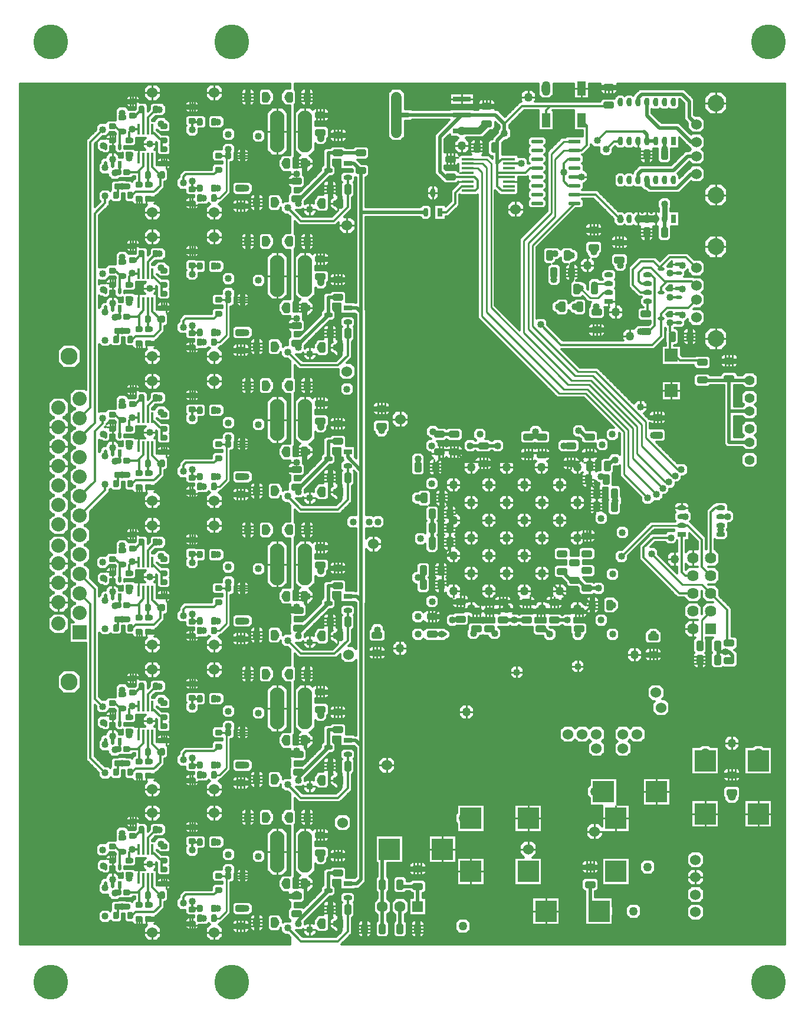
<source format=gbl>
%FSAX24Y24*%
%MOIN*%
G70*
G01*
G75*
G04 Layer_Physical_Order=4*
G04 Layer_Color=255*
%ADD10O,0.0300X0.0500*%
%ADD11R,0.0300X0.0500*%
%ADD12O,0.0400X0.0120*%
%ADD13O,0.0120X0.0320*%
%ADD14O,0.0120X0.0400*%
%ADD15O,0.0320X0.0120*%
%ADD16O,0.0600X0.0200*%
%ADD17O,0.0200X0.0400*%
%ADD18O,0.0400X0.0200*%
%ADD19O,0.0200X0.0600*%
%ADD20O,0.0591X0.0118*%
%ADD21O,0.0118X0.0591*%
%ADD22R,0.0118X0.0591*%
%ADD23O,0.0118X0.0827*%
%ADD24O,0.0827X0.0118*%
%ADD25O,0.0800X0.0240*%
%ADD26R,0.0700X0.0400*%
%ADD27R,0.0700X0.1300*%
%ADD28O,0.0827X0.2362*%
%ADD29R,0.0300X0.1000*%
%ADD30O,0.0827X0.2362*%
%ADD31R,0.1000X0.0300*%
%ADD32O,0.0709X0.0118*%
%ADD33O,0.0118X0.0709*%
%ADD34R,0.1200X0.1200*%
%ADD35C,0.0100*%
%ADD36C,0.0200*%
%ADD37C,0.0400*%
%ADD38C,0.0120*%
%ADD39C,0.0600*%
%ADD40R,0.0800X0.0800*%
%ADD41C,0.0800*%
%ADD42C,0.0960*%
%ADD43R,0.0630X0.0630*%
%ADD44C,0.0630*%
%ADD45C,0.0640*%
%ADD46R,0.0640X0.0640*%
%ADD47C,0.0560*%
%ADD48C,0.0600*%
%ADD49C,0.0940*%
%ADD50C,0.1969*%
%ADD51C,0.0400*%
%ADD52C,0.0500*%
%ADD53C,0.0300*%
%ADD54R,0.0400X0.0200*%
%ADD55R,0.0200X0.0400*%
%ADD56R,0.0157X0.0610*%
%ADD57O,0.0500X0.0300*%
%ADD58R,0.0500X0.0300*%
%ADD59R,0.1200X0.1200*%
%ADD60O,0.0700X0.0200*%
%ADD61R,0.0700X0.0200*%
%ADD62R,0.0500X0.0830*%
%ADD63O,0.0500X0.0830*%
%ADD64O,0.0700X0.0150*%
%ADD65R,0.0700X0.0150*%
%ADD66R,0.0750X0.0750*%
G54D10*
X060419Y065701D02*
D03*
X060419Y067901D02*
D03*
X060918Y067901D02*
D03*
X059918Y067901D02*
D03*
X059419Y067901D02*
D03*
X058918Y067901D02*
D03*
X058918Y065701D02*
D03*
X059419Y065701D02*
D03*
X059918Y065701D02*
D03*
X058418Y067901D02*
D03*
X057919Y067901D02*
D03*
X057919Y065701D02*
D03*
X058418Y065701D02*
D03*
X060419Y070101D02*
D03*
X060419Y072301D02*
D03*
X060918Y072301D02*
D03*
X059918Y072301D02*
D03*
X059419Y072301D02*
D03*
X058918Y072301D02*
D03*
X058918Y070101D02*
D03*
X059419Y070101D02*
D03*
X059918Y070101D02*
D03*
X058418Y072301D02*
D03*
X057919Y072301D02*
D03*
X057919Y070101D02*
D03*
X058418Y070101D02*
D03*
X047319Y067191D02*
D03*
X046919Y066091D02*
D03*
G54D11*
X060918Y065701D02*
D03*
X060918Y070101D02*
D03*
X047719Y066091D02*
D03*
G54D12*
X029218Y029341D02*
D03*
X029518Y027741D02*
D03*
X029518Y027641D02*
D03*
X029518Y027541D02*
D03*
X030018Y027541D02*
D03*
X030018Y027641D02*
D03*
X030018Y027741D02*
D03*
X030018Y026941D02*
D03*
X030018Y026841D02*
D03*
X030018Y026741D02*
D03*
X029518Y026741D02*
D03*
X029518Y026841D02*
D03*
X029518Y026941D02*
D03*
X030719Y026941D02*
D03*
X030719Y027041D02*
D03*
X030719Y026841D02*
D03*
X030719Y026241D02*
D03*
X030719Y026141D02*
D03*
X030719Y026041D02*
D03*
X031268Y026041D02*
D03*
X031268Y026141D02*
D03*
X031268Y026241D02*
D03*
X033719Y025991D02*
D03*
X033719Y025891D02*
D03*
X033719Y025791D02*
D03*
X035219Y027691D02*
D03*
X035219Y027791D02*
D03*
X035219Y027891D02*
D03*
X035219Y028491D02*
D03*
X035219Y028591D02*
D03*
X035219Y028691D02*
D03*
X033719Y030441D02*
D03*
X033719Y030541D02*
D03*
X033719Y030641D02*
D03*
X033719Y031241D02*
D03*
X033719Y031341D02*
D03*
X033719Y031441D02*
D03*
X033719Y033891D02*
D03*
X033719Y033991D02*
D03*
X033719Y034091D02*
D03*
X033719Y034691D02*
D03*
X033719Y034791D02*
D03*
X033719Y034891D02*
D03*
X035219Y035791D02*
D03*
X035219Y035891D02*
D03*
X035219Y035991D02*
D03*
X035219Y036591D02*
D03*
X035219Y036691D02*
D03*
X035219Y036791D02*
D03*
X033719Y038541D02*
D03*
X033719Y038641D02*
D03*
X033719Y038741D02*
D03*
X033719Y039341D02*
D03*
X033719Y039441D02*
D03*
X033719Y039541D02*
D03*
X032118Y038441D02*
D03*
X032118Y038341D02*
D03*
X032118Y038241D02*
D03*
X032118Y037641D02*
D03*
X032118Y037541D02*
D03*
X032118Y037441D02*
D03*
X032118Y037141D02*
D03*
X032118Y037041D02*
D03*
X032118Y036941D02*
D03*
X032118Y036341D02*
D03*
X032118Y036241D02*
D03*
X032118Y036141D02*
D03*
X031268Y035141D02*
D03*
X031268Y035041D02*
D03*
X031268Y034941D02*
D03*
X031268Y034341D02*
D03*
X031268Y034241D02*
D03*
X031268Y034141D02*
D03*
X030018Y035641D02*
D03*
X030018Y035741D02*
D03*
X030018Y035841D02*
D03*
X029518Y035841D02*
D03*
X029518Y035741D02*
D03*
X029518Y035641D02*
D03*
X030168Y036641D02*
D03*
X030168Y036741D02*
D03*
X030168Y036841D02*
D03*
X030018Y035041D02*
D03*
X030018Y034941D02*
D03*
X030018Y034841D02*
D03*
X029518Y034841D02*
D03*
X029518Y034941D02*
D03*
X029518Y035041D02*
D03*
X030719Y035041D02*
D03*
X030719Y035141D02*
D03*
X030719Y034941D02*
D03*
X030719Y034341D02*
D03*
X030719Y034241D02*
D03*
X030719Y034141D02*
D03*
X030368Y031741D02*
D03*
X030368Y031641D02*
D03*
X030368Y031541D02*
D03*
X030368Y030941D02*
D03*
X030368Y030841D02*
D03*
X030368Y030741D02*
D03*
X029769Y030741D02*
D03*
X029769Y030841D02*
D03*
X029769Y030641D02*
D03*
X029769Y030041D02*
D03*
X029769Y029941D02*
D03*
X029769Y029841D02*
D03*
X030168Y029541D02*
D03*
X030168Y029441D02*
D03*
X030168Y029341D02*
D03*
X030168Y028741D02*
D03*
X030168Y028641D02*
D03*
X030168Y028541D02*
D03*
X031268Y027041D02*
D03*
X031268Y026941D02*
D03*
X031268Y026841D02*
D03*
X033719Y026791D02*
D03*
X033719Y026691D02*
D03*
X033719Y026591D02*
D03*
X032118Y028041D02*
D03*
X032118Y028141D02*
D03*
X032118Y028241D02*
D03*
X032118Y028841D02*
D03*
X032118Y028941D02*
D03*
X032118Y029041D02*
D03*
X032118Y029341D02*
D03*
X032118Y029441D02*
D03*
X032118Y029541D02*
D03*
X032118Y030141D02*
D03*
X032118Y030241D02*
D03*
X032118Y030341D02*
D03*
X029218Y030341D02*
D03*
X029218Y030241D02*
D03*
X029218Y030141D02*
D03*
X029218Y029541D02*
D03*
X029218Y029441D02*
D03*
X030168Y037441D02*
D03*
X030168Y037541D02*
D03*
X030168Y037641D02*
D03*
X029769Y037941D02*
D03*
X029769Y038041D02*
D03*
X029769Y038141D02*
D03*
X029769Y038741D02*
D03*
X029769Y038841D02*
D03*
X029769Y038941D02*
D03*
X030368Y038941D02*
D03*
X030368Y038841D02*
D03*
X030368Y039041D02*
D03*
X030368Y039641D02*
D03*
X030368Y039741D02*
D03*
X030368Y039841D02*
D03*
X029218Y038441D02*
D03*
X029218Y038341D02*
D03*
X029218Y038241D02*
D03*
X029218Y037641D02*
D03*
X029218Y037541D02*
D03*
X029218Y037441D02*
D03*
X033719Y042041D02*
D03*
X033719Y042141D02*
D03*
X033719Y042241D02*
D03*
X033719Y042841D02*
D03*
X033719Y042941D02*
D03*
X033719Y043041D02*
D03*
X035219Y043941D02*
D03*
X035219Y044041D02*
D03*
X035219Y044141D02*
D03*
X035219Y044741D02*
D03*
X035219Y044841D02*
D03*
X035219Y044941D02*
D03*
X033719Y046691D02*
D03*
X033719Y046791D02*
D03*
X033719Y046891D02*
D03*
X033719Y047491D02*
D03*
X033719Y047591D02*
D03*
X033719Y047691D02*
D03*
X032118Y046591D02*
D03*
X032118Y046491D02*
D03*
X032118Y046391D02*
D03*
X032118Y045791D02*
D03*
X032118Y045691D02*
D03*
X032118Y045591D02*
D03*
X032118Y045291D02*
D03*
X032118Y045191D02*
D03*
X032118Y045091D02*
D03*
X032118Y044491D02*
D03*
X032118Y044391D02*
D03*
X032118Y044291D02*
D03*
X031268Y043291D02*
D03*
X031268Y043191D02*
D03*
X031268Y043091D02*
D03*
X031268Y042491D02*
D03*
X031268Y042391D02*
D03*
X031268Y042291D02*
D03*
X030018Y043791D02*
D03*
X030018Y043891D02*
D03*
X030018Y043991D02*
D03*
X029518Y043991D02*
D03*
X029518Y043891D02*
D03*
X029518Y043791D02*
D03*
X030168Y044791D02*
D03*
X030018Y043191D02*
D03*
X030018Y043091D02*
D03*
X030018Y042991D02*
D03*
X029518Y042991D02*
D03*
X029518Y043091D02*
D03*
X029518Y043191D02*
D03*
X030719Y043191D02*
D03*
X030719Y043291D02*
D03*
X030719Y043091D02*
D03*
X030719Y042491D02*
D03*
X030719Y042391D02*
D03*
X030719Y042291D02*
D03*
X030168Y044891D02*
D03*
X030168Y044991D02*
D03*
X030168Y045591D02*
D03*
X030168Y045691D02*
D03*
X030168Y045791D02*
D03*
X029769Y046091D02*
D03*
X029769Y046191D02*
D03*
X029769Y046291D02*
D03*
X029769Y046891D02*
D03*
X029769Y046991D02*
D03*
X029769Y047091D02*
D03*
X030368Y047091D02*
D03*
X030368Y046991D02*
D03*
X030368Y047191D02*
D03*
X030368Y047791D02*
D03*
X030368Y047891D02*
D03*
X030368Y047991D02*
D03*
X031268Y050441D02*
D03*
X031268Y050541D02*
D03*
X031268Y050641D02*
D03*
X033719Y050391D02*
D03*
X033719Y050291D02*
D03*
X033719Y050191D02*
D03*
X033719Y050991D02*
D03*
X035219Y052091D02*
D03*
X035219Y052191D02*
D03*
X035219Y052291D02*
D03*
X035219Y052891D02*
D03*
X035219Y052991D02*
D03*
X035219Y053091D02*
D03*
X033719Y054841D02*
D03*
X033719Y054941D02*
D03*
X033719Y055041D02*
D03*
X033719Y055641D02*
D03*
X033719Y055741D02*
D03*
X033719Y055841D02*
D03*
X033719Y058341D02*
D03*
X033719Y058441D02*
D03*
X033719Y058541D02*
D03*
X035219Y060241D02*
D03*
X035219Y060341D02*
D03*
X035219Y060441D02*
D03*
X035219Y061041D02*
D03*
X035219Y061141D02*
D03*
X035219Y061241D02*
D03*
X033719Y062991D02*
D03*
X033719Y063091D02*
D03*
X033719Y063191D02*
D03*
X033719Y063791D02*
D03*
X033719Y063891D02*
D03*
X033719Y063991D02*
D03*
X033719Y066491D02*
D03*
X033719Y066591D02*
D03*
X033719Y066691D02*
D03*
X033719Y067291D02*
D03*
X033719Y067391D02*
D03*
X033719Y067491D02*
D03*
X035219Y068391D02*
D03*
X035219Y068491D02*
D03*
X035219Y068591D02*
D03*
X035219Y069191D02*
D03*
X035219Y069291D02*
D03*
X035219Y069391D02*
D03*
X033719Y071141D02*
D03*
X033719Y071241D02*
D03*
X033719Y071341D02*
D03*
X033719Y071941D02*
D03*
X033719Y072041D02*
D03*
X033719Y072141D02*
D03*
X032118Y071041D02*
D03*
X032118Y070941D02*
D03*
X032118Y070841D02*
D03*
X032118Y070241D02*
D03*
X032118Y070141D02*
D03*
X032118Y070041D02*
D03*
X032118Y069741D02*
D03*
X032118Y069641D02*
D03*
X032118Y069541D02*
D03*
X032118Y068941D02*
D03*
X032118Y068841D02*
D03*
X032118Y068741D02*
D03*
X031268Y067741D02*
D03*
X031268Y067641D02*
D03*
X031268Y067541D02*
D03*
X031268Y066941D02*
D03*
X031268Y066841D02*
D03*
X031268Y066741D02*
D03*
X030018Y068241D02*
D03*
X030018Y068341D02*
D03*
X030018Y068441D02*
D03*
X029518Y068441D02*
D03*
X029518Y068341D02*
D03*
X029518Y068241D02*
D03*
X030168Y069241D02*
D03*
X030168Y069341D02*
D03*
X030168Y069441D02*
D03*
X030018Y067641D02*
D03*
X030018Y067541D02*
D03*
X030018Y067441D02*
D03*
X029518Y067441D02*
D03*
X029518Y067541D02*
D03*
X029518Y067641D02*
D03*
X030719Y067641D02*
D03*
X030719Y067741D02*
D03*
X030719Y067541D02*
D03*
X030719Y066941D02*
D03*
X030719Y066841D02*
D03*
X030719Y066741D02*
D03*
X030368Y064291D02*
D03*
X030368Y064191D02*
D03*
X030368Y064091D02*
D03*
X030368Y063491D02*
D03*
X030368Y063391D02*
D03*
X030368Y063291D02*
D03*
X029769Y063291D02*
D03*
X029769Y063391D02*
D03*
X029769Y063191D02*
D03*
X029769Y062591D02*
D03*
X029769Y062491D02*
D03*
X029769Y062391D02*
D03*
X030168Y062091D02*
D03*
X030168Y061991D02*
D03*
X030168Y061891D02*
D03*
X030168Y061291D02*
D03*
X030168Y061191D02*
D03*
X030168Y061091D02*
D03*
X030018Y060291D02*
D03*
X030018Y060191D02*
D03*
X030018Y060091D02*
D03*
X029518Y060091D02*
D03*
X029518Y060191D02*
D03*
X029518Y060291D02*
D03*
X029518Y059491D02*
D03*
X029518Y059391D02*
D03*
X029518Y059291D02*
D03*
X030018Y059291D02*
D03*
X030018Y059391D02*
D03*
X030018Y059491D02*
D03*
X030719Y059491D02*
D03*
X030719Y059591D02*
D03*
X030719Y059391D02*
D03*
X030719Y058791D02*
D03*
X030719Y058691D02*
D03*
X030719Y058591D02*
D03*
X030368Y056141D02*
D03*
X030368Y056041D02*
D03*
X030368Y055941D02*
D03*
X030368Y055341D02*
D03*
X030368Y055241D02*
D03*
X030368Y055141D02*
D03*
X029769Y055141D02*
D03*
X029769Y055241D02*
D03*
X029769Y055041D02*
D03*
X029769Y054441D02*
D03*
X029769Y054341D02*
D03*
X029769Y054241D02*
D03*
X030168Y053941D02*
D03*
X030168Y053841D02*
D03*
X030168Y053741D02*
D03*
X030168Y053141D02*
D03*
X030168Y053041D02*
D03*
X030168Y052941D02*
D03*
X030018Y052141D02*
D03*
X030018Y052041D02*
D03*
X030018Y051941D02*
D03*
X029518Y051941D02*
D03*
X029518Y052041D02*
D03*
X029518Y052141D02*
D03*
X029518Y051341D02*
D03*
X029518Y051241D02*
D03*
X029518Y051141D02*
D03*
X030018Y051141D02*
D03*
X030018Y051241D02*
D03*
X030018Y051341D02*
D03*
X030719Y051341D02*
D03*
X030719Y051441D02*
D03*
X030719Y051241D02*
D03*
X030719Y050641D02*
D03*
X030719Y050541D02*
D03*
X030719Y050441D02*
D03*
X031268Y051241D02*
D03*
X031268Y051341D02*
D03*
X031268Y051441D02*
D03*
X032118Y052441D02*
D03*
X032118Y052541D02*
D03*
X033719Y051191D02*
D03*
X033719Y051091D02*
D03*
X032118Y052641D02*
D03*
X032118Y053241D02*
D03*
X032118Y053341D02*
D03*
X032118Y053441D02*
D03*
X032118Y053741D02*
D03*
X032118Y053841D02*
D03*
X032118Y053941D02*
D03*
X032118Y054541D02*
D03*
X032118Y054641D02*
D03*
X032118Y054741D02*
D03*
X031268Y058591D02*
D03*
X031268Y058691D02*
D03*
X033719Y059141D02*
D03*
X033719Y059241D02*
D03*
X033719Y059341D02*
D03*
X032118Y060591D02*
D03*
X032118Y060691D02*
D03*
X032118Y060791D02*
D03*
X032118Y061391D02*
D03*
X032118Y061491D02*
D03*
X032118Y061591D02*
D03*
X031268Y059591D02*
D03*
X031268Y059491D02*
D03*
X031268Y059391D02*
D03*
X031268Y058791D02*
D03*
X032118Y061891D02*
D03*
X032118Y061991D02*
D03*
X032118Y062091D02*
D03*
X032118Y062691D02*
D03*
X032118Y062791D02*
D03*
X032118Y062891D02*
D03*
X029218Y062891D02*
D03*
X029218Y062791D02*
D03*
X029218Y062691D02*
D03*
X029218Y062091D02*
D03*
X029218Y061991D02*
D03*
X029218Y061891D02*
D03*
X029218Y054741D02*
D03*
X029218Y054641D02*
D03*
X029218Y054541D02*
D03*
X029218Y053941D02*
D03*
X029218Y053841D02*
D03*
X029218Y053741D02*
D03*
X029218Y046591D02*
D03*
X029218Y046491D02*
D03*
X029218Y046391D02*
D03*
X029218Y045791D02*
D03*
X029218Y045691D02*
D03*
X029218Y045591D02*
D03*
X030168Y070041D02*
D03*
X030168Y070141D02*
D03*
X030168Y070241D02*
D03*
X029769Y070541D02*
D03*
X029769Y070641D02*
D03*
X029769Y070741D02*
D03*
X029769Y071341D02*
D03*
X029769Y071441D02*
D03*
X029769Y071541D02*
D03*
X030368Y071541D02*
D03*
X030368Y071441D02*
D03*
X030368Y071641D02*
D03*
X030368Y072241D02*
D03*
X030368Y072341D02*
D03*
X030368Y072441D02*
D03*
X029218Y071041D02*
D03*
X029218Y070941D02*
D03*
X029218Y070841D02*
D03*
X029218Y070241D02*
D03*
X029218Y070141D02*
D03*
X029218Y070041D02*
D03*
G54D13*
X029378Y026841D02*
D03*
X029378Y027641D02*
D03*
X030578Y026141D02*
D03*
X030859Y026141D02*
D03*
X031128Y026141D02*
D03*
X031409Y026141D02*
D03*
X033579Y025891D02*
D03*
X033858Y025891D02*
D03*
X035078Y027791D02*
D03*
X035359Y027791D02*
D03*
X035359Y028591D02*
D03*
X035078Y028591D02*
D03*
X033858Y030541D02*
D03*
X033579Y030541D02*
D03*
X033579Y031341D02*
D03*
X033858Y031341D02*
D03*
X033858Y033991D02*
D03*
X033579Y033991D02*
D03*
X033579Y034791D02*
D03*
X033858Y034791D02*
D03*
X035078Y035891D02*
D03*
X035359Y035891D02*
D03*
X035359Y036691D02*
D03*
X035078Y036691D02*
D03*
X033858Y038641D02*
D03*
X033579Y038641D02*
D03*
X033579Y039441D02*
D03*
X033858Y039441D02*
D03*
X032259Y038341D02*
D03*
X031978Y038341D02*
D03*
X031978Y037541D02*
D03*
X032259Y037541D02*
D03*
X032259Y037041D02*
D03*
X031978Y037041D02*
D03*
X031978Y036241D02*
D03*
X032259Y036241D02*
D03*
X031409Y035041D02*
D03*
X031128Y035041D02*
D03*
X031128Y034241D02*
D03*
X031409Y034241D02*
D03*
X030159Y035741D02*
D03*
X029878Y035741D02*
D03*
X029659Y035741D02*
D03*
X030029Y036741D02*
D03*
X030308Y036741D02*
D03*
X030159Y034941D02*
D03*
X029878Y034941D02*
D03*
X029659Y034941D02*
D03*
X030578Y035041D02*
D03*
X030859Y035041D02*
D03*
X030859Y034241D02*
D03*
X030578Y034241D02*
D03*
X029378Y035741D02*
D03*
X029378Y034941D02*
D03*
X030229Y031641D02*
D03*
X030508Y031641D02*
D03*
X030508Y030841D02*
D03*
X030229Y030841D02*
D03*
X029908Y030741D02*
D03*
X029629Y030741D02*
D03*
X029629Y029941D02*
D03*
X029908Y029941D02*
D03*
X030029Y029441D02*
D03*
X030308Y029441D02*
D03*
X030308Y028641D02*
D03*
X030029Y028641D02*
D03*
X030159Y027641D02*
D03*
X029878Y027641D02*
D03*
X029659Y027641D02*
D03*
X029659Y026841D02*
D03*
X029878Y026841D02*
D03*
X030159Y026841D02*
D03*
X030578Y026941D02*
D03*
X030859Y026941D02*
D03*
X031128Y026941D02*
D03*
X031409Y026941D02*
D03*
X033579Y026691D02*
D03*
X033858Y026691D02*
D03*
X032259Y028141D02*
D03*
X031978Y028141D02*
D03*
X031978Y028941D02*
D03*
X032259Y028941D02*
D03*
X032259Y029441D02*
D03*
X031978Y029441D02*
D03*
X031978Y030241D02*
D03*
X032259Y030241D02*
D03*
X029358Y030241D02*
D03*
X029079Y030241D02*
D03*
X029079Y029441D02*
D03*
X029358Y029441D02*
D03*
X030029Y037541D02*
D03*
X030308Y037541D02*
D03*
X029908Y038041D02*
D03*
X029629Y038041D02*
D03*
X029629Y038841D02*
D03*
X029908Y038841D02*
D03*
X030229Y038941D02*
D03*
X030508Y038941D02*
D03*
X030508Y039741D02*
D03*
X030229Y039741D02*
D03*
X029358Y038341D02*
D03*
X029079Y038341D02*
D03*
X029079Y037541D02*
D03*
X029358Y037541D02*
D03*
X033579Y042141D02*
D03*
X033858Y042141D02*
D03*
X033858Y042941D02*
D03*
X033579Y042941D02*
D03*
X035078Y044041D02*
D03*
X035359Y044041D02*
D03*
X035359Y044841D02*
D03*
X035078Y044841D02*
D03*
X033858Y046791D02*
D03*
X033579Y046791D02*
D03*
X033579Y047591D02*
D03*
X033858Y047591D02*
D03*
X032259Y046491D02*
D03*
X031978Y046491D02*
D03*
X031978Y045691D02*
D03*
X032259Y045691D02*
D03*
X032259Y045191D02*
D03*
X031978Y045191D02*
D03*
X031978Y044391D02*
D03*
X032259Y044391D02*
D03*
X031409Y043191D02*
D03*
X031128Y043191D02*
D03*
X031128Y042391D02*
D03*
X031409Y042391D02*
D03*
X030159Y043891D02*
D03*
X029878Y043891D02*
D03*
X029659Y043891D02*
D03*
X029659Y043091D02*
D03*
X029878Y043091D02*
D03*
X030159Y043091D02*
D03*
X030578Y043191D02*
D03*
X030859Y043191D02*
D03*
X030859Y042391D02*
D03*
X030578Y042391D02*
D03*
X029378Y043891D02*
D03*
X029378Y043091D02*
D03*
X030029Y044891D02*
D03*
X030308Y044891D02*
D03*
X030308Y045691D02*
D03*
X030029Y045691D02*
D03*
X029908Y046191D02*
D03*
X029629Y046191D02*
D03*
X029629Y046991D02*
D03*
X029908Y046991D02*
D03*
X030229Y047091D02*
D03*
X030508Y047091D02*
D03*
X030508Y047891D02*
D03*
X030229Y047891D02*
D03*
X029358Y046491D02*
D03*
X029079Y046491D02*
D03*
X029079Y045691D02*
D03*
X029358Y045691D02*
D03*
X033579Y050291D02*
D03*
X033858Y050291D02*
D03*
X035078Y052191D02*
D03*
X035359Y052191D02*
D03*
X035359Y052991D02*
D03*
X035078Y052991D02*
D03*
X033858Y054941D02*
D03*
X033579Y054941D02*
D03*
X033579Y055741D02*
D03*
X033858Y055741D02*
D03*
X033858Y058441D02*
D03*
X033579Y058441D02*
D03*
X033579Y059241D02*
D03*
X033858Y059241D02*
D03*
X035078Y060341D02*
D03*
X035359Y060341D02*
D03*
X035359Y061141D02*
D03*
X035078Y061141D02*
D03*
X033858Y063091D02*
D03*
X033579Y063091D02*
D03*
X033579Y063891D02*
D03*
X033858Y063891D02*
D03*
X032259Y062791D02*
D03*
X031978Y062791D02*
D03*
X031978Y061991D02*
D03*
X032259Y061991D02*
D03*
X032259Y061491D02*
D03*
X031978Y061491D02*
D03*
X031978Y060691D02*
D03*
X032259Y060691D02*
D03*
X031409Y059491D02*
D03*
X031128Y059491D02*
D03*
X031128Y058691D02*
D03*
X031409Y058691D02*
D03*
X030859Y059491D02*
D03*
X030578Y059491D02*
D03*
X030159Y059391D02*
D03*
X029878Y059391D02*
D03*
X029659Y059391D02*
D03*
X029659Y060191D02*
D03*
X029878Y060191D02*
D03*
X030159Y060191D02*
D03*
X030578Y058691D02*
D03*
X030859Y058691D02*
D03*
X030508Y056041D02*
D03*
X030229Y056041D02*
D03*
X030229Y055241D02*
D03*
X030508Y055241D02*
D03*
X029908Y055141D02*
D03*
X029629Y055141D02*
D03*
X029629Y054341D02*
D03*
X029908Y054341D02*
D03*
X030029Y053841D02*
D03*
X030308Y053841D02*
D03*
X030308Y053041D02*
D03*
X030029Y053041D02*
D03*
X030159Y052041D02*
D03*
X029878Y052041D02*
D03*
X029659Y052041D02*
D03*
X029659Y051241D02*
D03*
X029878Y051241D02*
D03*
X030159Y051241D02*
D03*
X030578Y051341D02*
D03*
X030859Y051341D02*
D03*
X030859Y050541D02*
D03*
X030578Y050541D02*
D03*
X031128Y050541D02*
D03*
X031409Y050541D02*
D03*
X033579Y051091D02*
D03*
X033858Y051091D02*
D03*
X032259Y053341D02*
D03*
X031978Y053341D02*
D03*
X031978Y053841D02*
D03*
X032259Y053841D02*
D03*
X032259Y052541D02*
D03*
X031978Y052541D02*
D03*
X031409Y051341D02*
D03*
X031128Y051341D02*
D03*
X031978Y054641D02*
D03*
X032259Y054641D02*
D03*
X029358Y054641D02*
D03*
X029079Y054641D02*
D03*
X029079Y053841D02*
D03*
X029358Y053841D02*
D03*
X029378Y052041D02*
D03*
X029378Y051241D02*
D03*
X029378Y059391D02*
D03*
X029378Y060191D02*
D03*
X030029Y061191D02*
D03*
X030308Y061191D02*
D03*
X030308Y061991D02*
D03*
X030029Y061991D02*
D03*
X029908Y062491D02*
D03*
X029629Y062491D02*
D03*
X029629Y063291D02*
D03*
X029908Y063291D02*
D03*
X030229Y063391D02*
D03*
X030508Y063391D02*
D03*
X030508Y064191D02*
D03*
X030229Y064191D02*
D03*
X029358Y062791D02*
D03*
X029079Y062791D02*
D03*
X029079Y061991D02*
D03*
X029358Y061991D02*
D03*
X033579Y066591D02*
D03*
X033858Y066591D02*
D03*
X033858Y067391D02*
D03*
X033579Y067391D02*
D03*
X035078Y068491D02*
D03*
X035359Y068491D02*
D03*
X035359Y069291D02*
D03*
X035078Y069291D02*
D03*
X033858Y071241D02*
D03*
X033579Y071241D02*
D03*
X033579Y072041D02*
D03*
X033858Y072041D02*
D03*
X032259Y070941D02*
D03*
X031978Y070941D02*
D03*
X031978Y070141D02*
D03*
X032259Y070141D02*
D03*
X032259Y069641D02*
D03*
X031978Y069641D02*
D03*
X031978Y068841D02*
D03*
X032259Y068841D02*
D03*
X031409Y067641D02*
D03*
X031128Y067641D02*
D03*
X031128Y066841D02*
D03*
X031409Y066841D02*
D03*
X030159Y068341D02*
D03*
X029878Y068341D02*
D03*
X029659Y068341D02*
D03*
X030029Y069341D02*
D03*
X030308Y069341D02*
D03*
X030159Y067541D02*
D03*
X029878Y067541D02*
D03*
X029659Y067541D02*
D03*
X030578Y067641D02*
D03*
X030859Y067641D02*
D03*
X030859Y066841D02*
D03*
X030578Y066841D02*
D03*
X029378Y068341D02*
D03*
X029378Y067541D02*
D03*
X030029Y070141D02*
D03*
X030308Y070141D02*
D03*
X029908Y070641D02*
D03*
X029629Y070641D02*
D03*
X029629Y071441D02*
D03*
X029908Y071441D02*
D03*
X030229Y071541D02*
D03*
X030508Y071541D02*
D03*
X030508Y072341D02*
D03*
X030229Y072341D02*
D03*
X029358Y070941D02*
D03*
X029079Y070941D02*
D03*
X029079Y070141D02*
D03*
X029358Y070141D02*
D03*
G54D14*
X029318Y026341D02*
D03*
X029418Y026341D02*
D03*
X029518Y026341D02*
D03*
X030119Y026341D02*
D03*
X030219Y026341D02*
D03*
X030319Y026341D02*
D03*
X031119Y027491D02*
D03*
X031219Y027491D02*
D03*
X031319Y027491D02*
D03*
X031918Y027491D02*
D03*
X032018Y027491D02*
D03*
X032118Y027491D02*
D03*
X034069Y026191D02*
D03*
X034169Y026191D02*
D03*
X034269Y026191D02*
D03*
X034869Y026191D02*
D03*
X034969Y026191D02*
D03*
X035069Y026191D02*
D03*
X035069Y026741D02*
D03*
X034969Y026741D02*
D03*
X034869Y026741D02*
D03*
X034269Y026741D02*
D03*
X034169Y026741D02*
D03*
X034069Y026741D02*
D03*
X035668Y028591D02*
D03*
X035768Y028591D02*
D03*
X035868Y028591D02*
D03*
X036469Y028591D02*
D03*
X036569Y028591D02*
D03*
X036669Y028591D02*
D03*
X035059Y030491D02*
D03*
X034959Y030491D02*
D03*
X034859Y030491D02*
D03*
X034259Y030491D02*
D03*
X034159Y030491D02*
D03*
X034059Y030491D02*
D03*
X031769Y031191D02*
D03*
X031669Y031191D02*
D03*
X031569Y031191D02*
D03*
X030968Y031191D02*
D03*
X030868Y031191D02*
D03*
X030768Y031191D02*
D03*
X030319Y034441D02*
D03*
X030219Y034441D02*
D03*
X030119Y034441D02*
D03*
X029518Y034441D02*
D03*
X029418Y034441D02*
D03*
X031119Y035591D02*
D03*
X031219Y035591D02*
D03*
X031319Y035591D02*
D03*
X031918Y035591D02*
D03*
X032018Y035591D02*
D03*
X032118Y035591D02*
D03*
X034069Y034841D02*
D03*
X034169Y034841D02*
D03*
X034269Y034841D02*
D03*
X034269Y034291D02*
D03*
X034169Y034291D02*
D03*
X034069Y034291D02*
D03*
X034869Y034291D02*
D03*
X034969Y034291D02*
D03*
X035069Y034291D02*
D03*
X035069Y034841D02*
D03*
X034969Y034841D02*
D03*
X034869Y034841D02*
D03*
X035668Y036691D02*
D03*
X035768Y036691D02*
D03*
X035868Y036691D02*
D03*
X036469Y036691D02*
D03*
X036569Y036691D02*
D03*
X036669Y036691D02*
D03*
X035059Y038591D02*
D03*
X034959Y038591D02*
D03*
X034859Y038591D02*
D03*
X034259Y038591D02*
D03*
X034159Y038591D02*
D03*
X034059Y038591D02*
D03*
X031769Y039291D02*
D03*
X031669Y039291D02*
D03*
X031569Y039291D02*
D03*
X030968Y039291D02*
D03*
X030868Y039291D02*
D03*
X030768Y039291D02*
D03*
X030319Y042591D02*
D03*
X030219Y042591D02*
D03*
X030119Y042591D02*
D03*
X029518Y042591D02*
D03*
X029418Y042591D02*
D03*
X031119Y043741D02*
D03*
X031219Y043741D02*
D03*
X031319Y043741D02*
D03*
X031918Y043741D02*
D03*
X032018Y043741D02*
D03*
X032118Y043741D02*
D03*
X034069Y042991D02*
D03*
X034169Y042991D02*
D03*
X034269Y042991D02*
D03*
X034269Y042441D02*
D03*
X034169Y042441D02*
D03*
X034069Y042441D02*
D03*
X034869Y042441D02*
D03*
X034969Y042441D02*
D03*
X035069Y042441D02*
D03*
X035069Y042991D02*
D03*
X034969Y042991D02*
D03*
X034869Y042991D02*
D03*
X035668Y044841D02*
D03*
X035768Y044841D02*
D03*
X035868Y044841D02*
D03*
X036469Y044841D02*
D03*
X036569Y044841D02*
D03*
X036669Y044841D02*
D03*
X035059Y046741D02*
D03*
X034959Y046741D02*
D03*
X034859Y046741D02*
D03*
X034259Y046741D02*
D03*
X034159Y046741D02*
D03*
X034059Y046741D02*
D03*
X034069Y050591D02*
D03*
X034169Y050591D02*
D03*
X034269Y050591D02*
D03*
X034869Y050591D02*
D03*
X034969Y050591D02*
D03*
X035069Y050591D02*
D03*
X035069Y051141D02*
D03*
X034969Y051141D02*
D03*
X034869Y051141D02*
D03*
X034269Y051141D02*
D03*
X034169Y051141D02*
D03*
X034069Y051141D02*
D03*
X035668Y052991D02*
D03*
X035768Y052991D02*
D03*
X035868Y052991D02*
D03*
X036469Y052991D02*
D03*
X036569Y052991D02*
D03*
X036669Y052991D02*
D03*
X035059Y054891D02*
D03*
X034959Y054891D02*
D03*
X034859Y054891D02*
D03*
X034259Y054891D02*
D03*
X034159Y054891D02*
D03*
X034059Y054891D02*
D03*
X034069Y058741D02*
D03*
X034169Y058741D02*
D03*
X034269Y058741D02*
D03*
X034869Y058741D02*
D03*
X034969Y058741D02*
D03*
X035069Y058741D02*
D03*
X035069Y059291D02*
D03*
X034969Y059291D02*
D03*
X034869Y059291D02*
D03*
X034269Y059291D02*
D03*
X034169Y059291D02*
D03*
X034069Y059291D02*
D03*
X035668Y061141D02*
D03*
X035768Y061141D02*
D03*
X035868Y061141D02*
D03*
X036469Y061141D02*
D03*
X036569Y061141D02*
D03*
X036669Y061141D02*
D03*
X035059Y063041D02*
D03*
X034959Y063041D02*
D03*
X034859Y063041D02*
D03*
X034259Y063041D02*
D03*
X034159Y063041D02*
D03*
X034059Y063041D02*
D03*
X031769Y063741D02*
D03*
X031669Y063741D02*
D03*
X031569Y063741D02*
D03*
X030968Y063741D02*
D03*
X030868Y063741D02*
D03*
X030768Y063741D02*
D03*
X030319Y067041D02*
D03*
X030219Y067041D02*
D03*
X030119Y067041D02*
D03*
X029518Y067041D02*
D03*
X029418Y067041D02*
D03*
X031119Y068191D02*
D03*
X031219Y068191D02*
D03*
X031319Y068191D02*
D03*
X031918Y068191D02*
D03*
X032018Y068191D02*
D03*
X032118Y068191D02*
D03*
X034069Y067441D02*
D03*
X034169Y067441D02*
D03*
X034269Y067441D02*
D03*
X034269Y066891D02*
D03*
X034169Y066891D02*
D03*
X034069Y066891D02*
D03*
X034869Y066891D02*
D03*
X034969Y066891D02*
D03*
X035069Y066891D02*
D03*
X035069Y067441D02*
D03*
X034969Y067441D02*
D03*
X034869Y067441D02*
D03*
X035668Y069291D02*
D03*
X035768Y069291D02*
D03*
X035868Y069291D02*
D03*
X036469Y069291D02*
D03*
X036569Y069291D02*
D03*
X036669Y069291D02*
D03*
X035069Y071191D02*
D03*
X034969Y071191D02*
D03*
X034869Y071191D02*
D03*
X034269Y071191D02*
D03*
X034169Y071191D02*
D03*
X034069Y071191D02*
D03*
X031769Y071891D02*
D03*
X031669Y071891D02*
D03*
X031569Y071891D02*
D03*
X030968Y071891D02*
D03*
X030868Y071891D02*
D03*
X030768Y071891D02*
D03*
X029318Y067041D02*
D03*
X029318Y058891D02*
D03*
X029418Y058891D02*
D03*
X029518Y058891D02*
D03*
X030119Y058891D02*
D03*
X030219Y058891D02*
D03*
X030319Y058891D02*
D03*
X031119Y060041D02*
D03*
X031219Y060041D02*
D03*
X031319Y060041D02*
D03*
X031918Y060041D02*
D03*
X032018Y060041D02*
D03*
X032118Y060041D02*
D03*
X030868Y055591D02*
D03*
X030768Y055591D02*
D03*
X030968Y055591D02*
D03*
X031569Y055591D02*
D03*
X031669Y055591D02*
D03*
X031769Y055591D02*
D03*
X031918Y051891D02*
D03*
X032018Y051891D02*
D03*
X032118Y051891D02*
D03*
X031319Y051891D02*
D03*
X031219Y051891D02*
D03*
X031119Y051891D02*
D03*
X030319Y050741D02*
D03*
X030219Y050741D02*
D03*
X030119Y050741D02*
D03*
X029518Y050741D02*
D03*
X029418Y050741D02*
D03*
X029318Y050741D02*
D03*
X030768Y047441D02*
D03*
X030868Y047441D02*
D03*
X030968Y047441D02*
D03*
X031569Y047441D02*
D03*
X031669Y047441D02*
D03*
X031769Y047441D02*
D03*
X029318Y042591D02*
D03*
X029318Y034441D02*
D03*
G54D15*
X029418Y026201D02*
D03*
X030219Y026201D02*
D03*
X031219Y027351D02*
D03*
X031219Y027631D02*
D03*
X032018Y027631D02*
D03*
X032018Y027351D02*
D03*
X030219Y026481D02*
D03*
X029418Y026481D02*
D03*
X034169Y026051D02*
D03*
X034969Y026051D02*
D03*
X034969Y026331D02*
D03*
X034969Y026601D02*
D03*
X034969Y026881D02*
D03*
X034169Y026881D02*
D03*
X034169Y026601D02*
D03*
X034169Y026331D02*
D03*
X035768Y028451D02*
D03*
X035768Y028731D02*
D03*
X036569Y028731D02*
D03*
X036569Y028451D02*
D03*
X034959Y030351D02*
D03*
X034959Y030631D02*
D03*
X034159Y030631D02*
D03*
X034159Y030351D02*
D03*
X031669Y031051D02*
D03*
X031669Y031331D02*
D03*
X030868Y031331D02*
D03*
X030868Y031051D02*
D03*
X031219Y035451D02*
D03*
X032018Y035451D02*
D03*
X032018Y035731D02*
D03*
X031219Y035731D02*
D03*
X030219Y034581D02*
D03*
X030219Y034301D02*
D03*
X029418Y034301D02*
D03*
X029418Y034581D02*
D03*
X034169Y034701D02*
D03*
X034169Y034431D02*
D03*
X034169Y034151D02*
D03*
X034969Y034151D02*
D03*
X034969Y034431D02*
D03*
X034969Y034701D02*
D03*
X034969Y034981D02*
D03*
X034169Y034981D02*
D03*
X035768Y036551D02*
D03*
X035768Y036831D02*
D03*
X036569Y036831D02*
D03*
X036569Y036551D02*
D03*
X034959Y038451D02*
D03*
X034159Y038451D02*
D03*
X034159Y038731D02*
D03*
X034959Y038731D02*
D03*
X034969Y042301D02*
D03*
X034969Y042581D02*
D03*
X034969Y042851D02*
D03*
X034969Y043131D02*
D03*
X034169Y043131D02*
D03*
X034169Y042851D02*
D03*
X034169Y042581D02*
D03*
X034169Y042301D02*
D03*
X035768Y044701D02*
D03*
X036569Y044701D02*
D03*
X036569Y044981D02*
D03*
X035768Y044981D02*
D03*
X034959Y046601D02*
D03*
X034959Y046881D02*
D03*
X034159Y046881D02*
D03*
X034159Y046601D02*
D03*
X034169Y050451D02*
D03*
X034169Y050731D02*
D03*
X034169Y051001D02*
D03*
X034969Y051001D02*
D03*
X034969Y050731D02*
D03*
X034969Y050451D02*
D03*
X034969Y051281D02*
D03*
X034169Y051281D02*
D03*
X035768Y052851D02*
D03*
X035768Y053131D02*
D03*
X036569Y053131D02*
D03*
X036569Y052851D02*
D03*
X034959Y054751D02*
D03*
X034959Y055031D02*
D03*
X034159Y055031D02*
D03*
X034159Y054751D02*
D03*
X034169Y058601D02*
D03*
X034969Y058601D02*
D03*
X034969Y058881D02*
D03*
X034969Y059151D02*
D03*
X034969Y059431D02*
D03*
X034169Y059431D02*
D03*
X034169Y059151D02*
D03*
X034169Y058881D02*
D03*
X035768Y061001D02*
D03*
X035768Y061281D02*
D03*
X036569Y061281D02*
D03*
X036569Y061001D02*
D03*
X034959Y062901D02*
D03*
X034959Y063181D02*
D03*
X034159Y063181D02*
D03*
X034159Y062901D02*
D03*
X031669Y063601D02*
D03*
X031669Y063881D02*
D03*
X030868Y063881D02*
D03*
X030868Y063601D02*
D03*
X031219Y068051D02*
D03*
X032018Y068051D02*
D03*
X032018Y068331D02*
D03*
X031219Y068331D02*
D03*
X030219Y067181D02*
D03*
X030219Y066901D02*
D03*
X029418Y066901D02*
D03*
X029418Y067181D02*
D03*
X034169Y067301D02*
D03*
X034169Y067031D02*
D03*
X034169Y066751D02*
D03*
X034969Y066751D02*
D03*
X034969Y067031D02*
D03*
X034969Y067301D02*
D03*
X034969Y067581D02*
D03*
X034169Y067581D02*
D03*
X035768Y069151D02*
D03*
X035768Y069431D02*
D03*
X036569Y069431D02*
D03*
X036569Y069151D02*
D03*
X034969Y071051D02*
D03*
X034169Y071051D02*
D03*
X034169Y071331D02*
D03*
X034969Y071331D02*
D03*
X031669Y071751D02*
D03*
X031669Y072031D02*
D03*
X030868Y072031D02*
D03*
X030868Y071751D02*
D03*
X030219Y059031D02*
D03*
X029418Y059031D02*
D03*
X029418Y058751D02*
D03*
X030219Y058751D02*
D03*
X030868Y055731D02*
D03*
X030868Y055451D02*
D03*
X031669Y055451D02*
D03*
X031669Y055731D02*
D03*
X032018Y059901D02*
D03*
X032018Y060181D02*
D03*
X031219Y060181D02*
D03*
X031219Y059901D02*
D03*
X031219Y052031D02*
D03*
X031219Y051751D02*
D03*
X032018Y051751D02*
D03*
X032018Y052031D02*
D03*
X030219Y050881D02*
D03*
X030219Y050601D02*
D03*
X029418Y050601D02*
D03*
X029418Y050881D02*
D03*
X030868Y047581D02*
D03*
X030868Y047301D02*
D03*
X031669Y047301D02*
D03*
X031669Y047581D02*
D03*
X032018Y043881D02*
D03*
X032018Y043601D02*
D03*
X031219Y043601D02*
D03*
X031219Y043881D02*
D03*
X030219Y042731D02*
D03*
X030219Y042451D02*
D03*
X029418Y042451D02*
D03*
X029418Y042731D02*
D03*
X030868Y039431D02*
D03*
X030868Y039151D02*
D03*
X031669Y039151D02*
D03*
X031669Y039431D02*
D03*
G54D16*
X036469Y025641D02*
D03*
X036469Y025741D02*
D03*
X036469Y025841D02*
D03*
X036469Y026641D02*
D03*
X036469Y026741D02*
D03*
X036469Y026841D02*
D03*
X039618Y026540D02*
D03*
X039618Y026440D02*
D03*
X039618Y026340D02*
D03*
X039618Y027340D02*
D03*
X039618Y027440D02*
D03*
X039618Y027540D02*
D03*
X041959Y028631D02*
D03*
X041959Y028731D02*
D03*
X041959Y028831D02*
D03*
X041959Y029631D02*
D03*
X041959Y029731D02*
D03*
X041959Y029831D02*
D03*
X040968Y030991D02*
D03*
X040968Y030891D02*
D03*
X040968Y030791D02*
D03*
X040968Y029991D02*
D03*
X040968Y029891D02*
D03*
X040968Y029791D02*
D03*
X039718Y034340D02*
D03*
X039718Y034440D02*
D03*
X039718Y034540D02*
D03*
X039718Y035340D02*
D03*
X039718Y035440D02*
D03*
X039718Y035540D02*
D03*
X041959Y036731D02*
D03*
X041959Y036831D02*
D03*
X041959Y036931D02*
D03*
X041959Y037731D02*
D03*
X041959Y037831D02*
D03*
X041959Y037931D02*
D03*
X040968Y038891D02*
D03*
X040968Y038991D02*
D03*
X040968Y039091D02*
D03*
X040968Y038091D02*
D03*
X040968Y037991D02*
D03*
X040968Y037891D02*
D03*
X044169Y041091D02*
D03*
X044169Y041191D02*
D03*
X044169Y041291D02*
D03*
X044169Y042091D02*
D03*
X044169Y042191D02*
D03*
X044169Y042291D02*
D03*
X047278Y042340D02*
D03*
X047278Y042240D02*
D03*
X047278Y042140D02*
D03*
X047278Y043140D02*
D03*
X047278Y043240D02*
D03*
X048878Y043190D02*
D03*
X048878Y043090D02*
D03*
X048878Y042990D02*
D03*
X049778Y042640D02*
D03*
X049778Y042540D02*
D03*
X049778Y042440D02*
D03*
X050528Y042440D02*
D03*
X050528Y042540D02*
D03*
X050528Y042640D02*
D03*
X051278Y042940D02*
D03*
X051278Y043040D02*
D03*
X051278Y043140D02*
D03*
X052628Y043140D02*
D03*
X052628Y043040D02*
D03*
X052628Y042940D02*
D03*
X053428Y042640D02*
D03*
X053428Y042540D02*
D03*
X053428Y042440D02*
D03*
X054178Y042940D02*
D03*
X054178Y043040D02*
D03*
X054178Y043140D02*
D03*
X055578Y042640D02*
D03*
X055578Y042540D02*
D03*
X055578Y042440D02*
D03*
X056028Y044740D02*
D03*
X056028Y044840D02*
D03*
X056028Y044940D02*
D03*
X056028Y045740D02*
D03*
X056028Y045840D02*
D03*
X056028Y045940D02*
D03*
X056028Y046690D02*
D03*
X056028Y046790D02*
D03*
X056028Y046890D02*
D03*
X056028Y047690D02*
D03*
X056028Y047790D02*
D03*
X056028Y047890D02*
D03*
X054628Y046890D02*
D03*
X054628Y046790D02*
D03*
X054628Y046690D02*
D03*
X054628Y045890D02*
D03*
X054628Y045790D02*
D03*
X054628Y045690D02*
D03*
X055328Y045390D02*
D03*
X055328Y045290D02*
D03*
X055328Y045190D02*
D03*
X055328Y046190D02*
D03*
X055328Y046290D02*
D03*
X055328Y046390D02*
D03*
X055578Y043640D02*
D03*
X055578Y043540D02*
D03*
X055578Y043440D02*
D03*
X054178Y043940D02*
D03*
X054178Y044040D02*
D03*
X054178Y044140D02*
D03*
X053428Y043640D02*
D03*
X053428Y043540D02*
D03*
X053428Y043440D02*
D03*
X052628Y043940D02*
D03*
X052628Y044040D02*
D03*
X052628Y044140D02*
D03*
X051278Y044140D02*
D03*
X051278Y044040D02*
D03*
X051278Y043940D02*
D03*
X050528Y043640D02*
D03*
X050528Y043540D02*
D03*
X050528Y043440D02*
D03*
X049778Y043440D02*
D03*
X049778Y043540D02*
D03*
X049778Y043640D02*
D03*
X048878Y043990D02*
D03*
X048878Y044090D02*
D03*
X048878Y044190D02*
D03*
X047278Y043340D02*
D03*
X041959Y044881D02*
D03*
X041959Y044981D02*
D03*
X041959Y045081D02*
D03*
X041959Y045881D02*
D03*
X041959Y045981D02*
D03*
X041959Y046081D02*
D03*
X040968Y047041D02*
D03*
X040968Y047141D02*
D03*
X040968Y047241D02*
D03*
X040968Y046241D02*
D03*
X040968Y046141D02*
D03*
X040968Y046041D02*
D03*
X039718Y043690D02*
D03*
X039718Y043590D02*
D03*
X039718Y043490D02*
D03*
X039718Y042690D02*
D03*
X039718Y042590D02*
D03*
X039718Y042490D02*
D03*
X036469Y042091D02*
D03*
X036469Y041991D02*
D03*
X036469Y041891D02*
D03*
X036469Y042891D02*
D03*
X036469Y042991D02*
D03*
X036469Y043091D02*
D03*
X036469Y034941D02*
D03*
X036469Y034841D02*
D03*
X036469Y034741D02*
D03*
X036469Y033941D02*
D03*
X036469Y033841D02*
D03*
X036469Y033741D02*
D03*
X046469Y029091D02*
D03*
X046469Y028991D02*
D03*
X046469Y028891D02*
D03*
X046469Y028091D02*
D03*
X046469Y027991D02*
D03*
X046469Y027891D02*
D03*
X056219Y027991D02*
D03*
X056219Y028091D02*
D03*
X056219Y028191D02*
D03*
X056219Y028991D02*
D03*
X056219Y029091D02*
D03*
X056219Y029191D02*
D03*
X064219Y033191D02*
D03*
X064219Y033291D02*
D03*
X064219Y033391D02*
D03*
X064219Y034191D02*
D03*
X064219Y034291D02*
D03*
X064219Y034391D02*
D03*
X064068Y040641D02*
D03*
X064068Y040741D02*
D03*
X064068Y040841D02*
D03*
X064068Y041641D02*
D03*
X064068Y041741D02*
D03*
X064068Y041841D02*
D03*
X059778Y041990D02*
D03*
X059778Y042090D02*
D03*
X059778Y042190D02*
D03*
X059778Y041190D02*
D03*
X059778Y041090D02*
D03*
X059778Y040990D02*
D03*
X056178Y052290D02*
D03*
X056178Y052390D02*
D03*
X056178Y052490D02*
D03*
X056178Y053290D02*
D03*
X056178Y053390D02*
D03*
X056178Y053490D02*
D03*
X055128Y052990D02*
D03*
X055128Y052890D02*
D03*
X055128Y052790D02*
D03*
X055128Y051990D02*
D03*
X055128Y051890D02*
D03*
X055128Y051790D02*
D03*
X053478Y053290D02*
D03*
X053478Y053390D02*
D03*
X053478Y053490D02*
D03*
X052728Y053490D02*
D03*
X052728Y053390D02*
D03*
X052728Y053290D02*
D03*
X052728Y052490D02*
D03*
X052728Y052390D02*
D03*
X052728Y052290D02*
D03*
X053478Y052290D02*
D03*
X053478Y052390D02*
D03*
X053478Y052490D02*
D03*
X050178Y052790D02*
D03*
X050178Y052890D02*
D03*
X050178Y052990D02*
D03*
X050178Y051990D02*
D03*
X050178Y051890D02*
D03*
X050178Y051790D02*
D03*
X048528Y052640D02*
D03*
X048528Y053440D02*
D03*
X048528Y053540D02*
D03*
X048528Y053640D02*
D03*
X048528Y052540D02*
D03*
X048528Y052440D02*
D03*
X047678Y052640D02*
D03*
X047678Y053440D02*
D03*
X047678Y053540D02*
D03*
X047678Y053640D02*
D03*
X047678Y052540D02*
D03*
X047678Y052440D02*
D03*
X044419Y054891D02*
D03*
X044419Y054991D02*
D03*
X044419Y055091D02*
D03*
X044419Y054091D02*
D03*
X044419Y053991D02*
D03*
X044419Y053891D02*
D03*
X041959Y054231D02*
D03*
X041959Y054131D02*
D03*
X041959Y054031D02*
D03*
X041959Y053231D02*
D03*
X041959Y053131D02*
D03*
X041959Y053031D02*
D03*
X040968Y054191D02*
D03*
X040968Y054291D02*
D03*
X040968Y054391D02*
D03*
X040968Y055191D02*
D03*
X040968Y055291D02*
D03*
X040968Y055391D02*
D03*
X039618Y051650D02*
D03*
X039618Y051550D02*
D03*
X039618Y051450D02*
D03*
X039618Y050650D02*
D03*
X039618Y050550D02*
D03*
X039618Y050450D02*
D03*
X036469Y051141D02*
D03*
X036469Y051241D02*
D03*
X036469Y051041D02*
D03*
X036469Y050241D02*
D03*
X036469Y050141D02*
D03*
X036469Y050041D02*
D03*
X039618Y058590D02*
D03*
X039618Y058690D02*
D03*
X039618Y058790D02*
D03*
X039618Y059590D02*
D03*
X039618Y059690D02*
D03*
X039618Y059790D02*
D03*
X041959Y061181D02*
D03*
X041959Y061281D02*
D03*
X041959Y061381D02*
D03*
X041959Y062181D02*
D03*
X041959Y062281D02*
D03*
X041959Y062381D02*
D03*
X040968Y063441D02*
D03*
X040968Y063541D02*
D03*
X040968Y063341D02*
D03*
X040968Y062541D02*
D03*
X040968Y062441D02*
D03*
X040968Y062341D02*
D03*
X039618Y066741D02*
D03*
X039618Y066841D02*
D03*
X039618Y066941D02*
D03*
X039618Y067741D02*
D03*
X039618Y067841D02*
D03*
X039618Y067941D02*
D03*
X041968Y069341D02*
D03*
X041968Y069441D02*
D03*
X041968Y069541D02*
D03*
X043259Y069541D02*
D03*
X043259Y069441D02*
D03*
X043259Y069341D02*
D03*
X043259Y068541D02*
D03*
X043259Y068441D02*
D03*
X043259Y068341D02*
D03*
X041968Y070341D02*
D03*
X041968Y070441D02*
D03*
X041968Y070541D02*
D03*
X040968Y071491D02*
D03*
X040968Y071591D02*
D03*
X040968Y071691D02*
D03*
X040968Y070691D02*
D03*
X040968Y070591D02*
D03*
X040968Y070491D02*
D03*
X036469Y067541D02*
D03*
X036469Y067441D02*
D03*
X036469Y067341D02*
D03*
X036469Y066541D02*
D03*
X036469Y066441D02*
D03*
X036469Y066341D02*
D03*
X036469Y059391D02*
D03*
X036469Y059291D02*
D03*
X036469Y059191D02*
D03*
X036469Y058391D02*
D03*
X036469Y058291D02*
D03*
X036469Y058191D02*
D03*
X048338Y067991D02*
D03*
X048338Y068091D02*
D03*
X048338Y068191D02*
D03*
X048338Y068991D02*
D03*
X048338Y069091D02*
D03*
X048338Y069191D02*
D03*
X050368Y070991D02*
D03*
X050368Y071091D02*
D03*
X050368Y071191D02*
D03*
X050368Y071991D02*
D03*
X050368Y072091D02*
D03*
X050368Y072191D02*
D03*
X056418Y065191D02*
D03*
X056418Y065091D02*
D03*
X056418Y064991D02*
D03*
X056418Y064191D02*
D03*
X056418Y064091D02*
D03*
X056418Y063991D02*
D03*
X057868Y063391D02*
D03*
X057868Y063291D02*
D03*
X059369Y060441D02*
D03*
X059369Y060341D02*
D03*
X059369Y060241D02*
D03*
X059369Y059441D02*
D03*
X059369Y059341D02*
D03*
X059369Y059241D02*
D03*
X062550Y056700D02*
D03*
X062550Y056600D02*
D03*
X062550Y056500D02*
D03*
X064068Y056591D02*
D03*
X064068Y056691D02*
D03*
X064068Y056791D02*
D03*
X064068Y057591D02*
D03*
X064068Y057691D02*
D03*
X064068Y057791D02*
D03*
X062550Y057700D02*
D03*
X062550Y057600D02*
D03*
X062550Y057500D02*
D03*
X060019Y054591D02*
D03*
X060019Y054491D02*
D03*
X060019Y054391D02*
D03*
X060019Y053591D02*
D03*
X060019Y053491D02*
D03*
X060019Y053391D02*
D03*
X056582Y059341D02*
D03*
X056582Y059441D02*
D03*
X056582Y059541D02*
D03*
X056582Y060341D02*
D03*
X056582Y060441D02*
D03*
X056582Y060541D02*
D03*
X057868Y063491D02*
D03*
X057868Y064291D02*
D03*
X057868Y064391D02*
D03*
X057868Y064491D02*
D03*
X057269Y072041D02*
D03*
X057269Y072141D02*
D03*
X057269Y072241D02*
D03*
X057269Y073041D02*
D03*
X057269Y073141D02*
D03*
X057269Y073241D02*
D03*
G54D17*
X028819Y028091D02*
D03*
X029218Y028091D02*
D03*
X028819Y029091D02*
D03*
X029618Y029091D02*
D03*
X036268Y025741D02*
D03*
X036669Y025741D02*
D03*
X036669Y026741D02*
D03*
X036268Y026741D02*
D03*
X039418Y026440D02*
D03*
X039818Y026440D02*
D03*
X039818Y027440D02*
D03*
X039418Y027440D02*
D03*
X041759Y028731D02*
D03*
X042159Y028731D02*
D03*
X042159Y029731D02*
D03*
X041759Y029731D02*
D03*
X041168Y029891D02*
D03*
X040768Y029891D02*
D03*
X040768Y030891D02*
D03*
X041168Y030891D02*
D03*
X046269Y028991D02*
D03*
X046269Y027991D02*
D03*
X046669Y027991D02*
D03*
X046669Y028991D02*
D03*
X042159Y036831D02*
D03*
X042159Y037831D02*
D03*
X041168Y038991D02*
D03*
X040768Y038991D02*
D03*
X040768Y037991D02*
D03*
X041168Y037991D02*
D03*
X041759Y037831D02*
D03*
X041759Y036831D02*
D03*
X039918Y035440D02*
D03*
X039518Y035440D02*
D03*
X039518Y034440D02*
D03*
X039918Y034440D02*
D03*
X036669Y034841D02*
D03*
X036268Y034841D02*
D03*
X036268Y033841D02*
D03*
X036669Y033841D02*
D03*
X029618Y037191D02*
D03*
X028819Y037191D02*
D03*
X028819Y036191D02*
D03*
X029218Y036191D02*
D03*
X036268Y041991D02*
D03*
X036669Y041991D02*
D03*
X036669Y042991D02*
D03*
X036268Y042991D02*
D03*
X039518Y042590D02*
D03*
X039918Y042590D02*
D03*
X039918Y043590D02*
D03*
X039518Y043590D02*
D03*
X041759Y044981D02*
D03*
X041759Y045981D02*
D03*
X041168Y046141D02*
D03*
X040768Y046141D02*
D03*
X042159Y045981D02*
D03*
X042159Y044981D02*
D03*
X041168Y047141D02*
D03*
X040768Y047141D02*
D03*
X039818Y050550D02*
D03*
X039418Y050550D02*
D03*
X039418Y051550D02*
D03*
X039818Y051550D02*
D03*
X041759Y053131D02*
D03*
X041759Y054131D02*
D03*
X042159Y054131D02*
D03*
X042159Y053131D02*
D03*
X044219Y053991D02*
D03*
X044619Y053991D02*
D03*
X044619Y054991D02*
D03*
X044219Y054991D02*
D03*
X047478Y052540D02*
D03*
X047878Y052540D02*
D03*
X048328Y052540D02*
D03*
X048728Y052540D02*
D03*
X049978Y051890D02*
D03*
X050378Y051890D02*
D03*
X052528Y052390D02*
D03*
X052928Y052390D02*
D03*
X053278Y052390D02*
D03*
X053678Y052390D02*
D03*
X054928Y051890D02*
D03*
X055328Y051890D02*
D03*
X055978Y052390D02*
D03*
X056378Y052390D02*
D03*
X056378Y053390D02*
D03*
X055978Y053390D02*
D03*
X055328Y052890D02*
D03*
X054928Y052890D02*
D03*
X053678Y053390D02*
D03*
X053278Y053390D02*
D03*
X052928Y053390D02*
D03*
X052528Y053390D02*
D03*
X050378Y052890D02*
D03*
X049978Y052890D02*
D03*
X048728Y053540D02*
D03*
X048328Y053540D02*
D03*
X047878Y053540D02*
D03*
X047478Y053540D02*
D03*
X041168Y054291D02*
D03*
X040768Y054291D02*
D03*
X040768Y055291D02*
D03*
X041168Y055291D02*
D03*
X039818Y058690D02*
D03*
X039418Y058690D02*
D03*
X039418Y059690D02*
D03*
X039818Y059690D02*
D03*
X041759Y061281D02*
D03*
X042159Y061281D02*
D03*
X042159Y062281D02*
D03*
X041168Y063441D02*
D03*
X040768Y063441D02*
D03*
X040768Y062441D02*
D03*
X041168Y062441D02*
D03*
X041759Y062281D02*
D03*
X039818Y066841D02*
D03*
X039418Y066841D02*
D03*
X039418Y067841D02*
D03*
X039818Y067841D02*
D03*
X041768Y069441D02*
D03*
X042168Y069441D02*
D03*
X043059Y069441D02*
D03*
X043059Y068441D02*
D03*
X043459Y068441D02*
D03*
X043459Y069441D02*
D03*
X042168Y070441D02*
D03*
X041168Y071591D02*
D03*
X040768Y071591D02*
D03*
X040768Y070591D02*
D03*
X041168Y070591D02*
D03*
X041768Y070441D02*
D03*
X036669Y067441D02*
D03*
X036268Y067441D02*
D03*
X036268Y066441D02*
D03*
X036669Y066441D02*
D03*
X036669Y059291D02*
D03*
X036268Y059291D02*
D03*
X036268Y058291D02*
D03*
X036669Y058291D02*
D03*
X036669Y051141D02*
D03*
X036268Y051141D02*
D03*
X036268Y050141D02*
D03*
X036669Y050141D02*
D03*
X029618Y053491D02*
D03*
X028819Y053491D02*
D03*
X028819Y052491D02*
D03*
X029218Y052491D02*
D03*
X028819Y045341D02*
D03*
X028819Y044341D02*
D03*
X029218Y044341D02*
D03*
X029618Y045341D02*
D03*
X043969Y041191D02*
D03*
X044369Y041191D02*
D03*
X044369Y042191D02*
D03*
X043969Y042191D02*
D03*
X047078Y042240D02*
D03*
X047478Y042240D02*
D03*
X047478Y043240D02*
D03*
X047078Y043240D02*
D03*
X048678Y043090D02*
D03*
X049078Y043090D02*
D03*
X049578Y042540D02*
D03*
X049978Y042540D02*
D03*
X050328Y042540D02*
D03*
X050728Y042540D02*
D03*
X051078Y043040D02*
D03*
X051478Y043040D02*
D03*
X052428Y043040D02*
D03*
X052828Y043040D02*
D03*
X053228Y042540D02*
D03*
X053628Y042540D02*
D03*
X053978Y043040D02*
D03*
X054378Y043040D02*
D03*
X055378Y042540D02*
D03*
X055778Y042540D02*
D03*
X055778Y043540D02*
D03*
X055828Y044840D02*
D03*
X056228Y044840D02*
D03*
X056228Y045840D02*
D03*
X055828Y045840D02*
D03*
X055828Y046790D02*
D03*
X056228Y046790D02*
D03*
X056228Y047790D02*
D03*
X055828Y047790D02*
D03*
X054828Y046790D02*
D03*
X054428Y046790D02*
D03*
X054428Y045790D02*
D03*
X054828Y045790D02*
D03*
X055128Y045290D02*
D03*
X055528Y045290D02*
D03*
X055528Y046290D02*
D03*
X055128Y046290D02*
D03*
X055378Y043540D02*
D03*
X054378Y044040D02*
D03*
X053978Y044040D02*
D03*
X053628Y043540D02*
D03*
X053228Y043540D02*
D03*
X052828Y044040D02*
D03*
X052428Y044040D02*
D03*
X051478Y044040D02*
D03*
X051078Y044040D02*
D03*
X050728Y043540D02*
D03*
X050328Y043540D02*
D03*
X049978Y043540D02*
D03*
X049578Y043540D02*
D03*
X049078Y044090D02*
D03*
X048678Y044090D02*
D03*
X059578Y041090D02*
D03*
X059978Y041090D02*
D03*
X059978Y042090D02*
D03*
X059578Y042090D02*
D03*
X063868Y041741D02*
D03*
X064268Y041741D02*
D03*
X064268Y040741D02*
D03*
X063868Y040741D02*
D03*
X064019Y034291D02*
D03*
X064419Y034291D02*
D03*
X064419Y033291D02*
D03*
X064019Y033291D02*
D03*
X056418Y029091D02*
D03*
X056019Y029091D02*
D03*
X056019Y028091D02*
D03*
X056418Y028091D02*
D03*
X059819Y053491D02*
D03*
X060219Y053491D02*
D03*
X060219Y054491D02*
D03*
X059819Y054491D02*
D03*
X062350Y056600D02*
D03*
X062750Y056600D02*
D03*
X063868Y056691D02*
D03*
X064268Y056691D02*
D03*
X064268Y057691D02*
D03*
X063868Y057691D02*
D03*
X062750Y057600D02*
D03*
X062350Y057600D02*
D03*
X059569Y060341D02*
D03*
X059169Y060341D02*
D03*
X059169Y059341D02*
D03*
X059569Y059341D02*
D03*
X058068Y063391D02*
D03*
X057668Y063391D02*
D03*
X057668Y064391D02*
D03*
X058068Y064391D02*
D03*
X056618Y065091D02*
D03*
X056219Y065091D02*
D03*
X056219Y064091D02*
D03*
X056618Y064091D02*
D03*
X056782Y060441D02*
D03*
X056382Y060441D02*
D03*
X056382Y059441D02*
D03*
X056782Y059441D02*
D03*
X048538Y068091D02*
D03*
X048138Y068091D02*
D03*
X048138Y069091D02*
D03*
X048538Y069091D02*
D03*
X050168Y071091D02*
D03*
X050568Y071091D02*
D03*
X050568Y072091D02*
D03*
X050168Y072091D02*
D03*
X057069Y072141D02*
D03*
X057469Y072141D02*
D03*
X057469Y073141D02*
D03*
X057069Y073141D02*
D03*
X029618Y069791D02*
D03*
X028819Y069791D02*
D03*
X028819Y068791D02*
D03*
X029218Y068791D02*
D03*
X028819Y061641D02*
D03*
X028819Y060641D02*
D03*
X029218Y060641D02*
D03*
X029618Y061641D02*
D03*
G54D18*
X036869Y031691D02*
D03*
X036869Y032091D02*
D03*
X037868Y032091D02*
D03*
X037868Y031691D02*
D03*
X039218Y031691D02*
D03*
X039218Y032091D02*
D03*
X040219Y032091D02*
D03*
X040219Y031691D02*
D03*
X041069Y033790D02*
D03*
X042069Y033790D02*
D03*
X042069Y034190D02*
D03*
X042509Y034591D02*
D03*
X042509Y034991D02*
D03*
X041509Y034991D02*
D03*
X041509Y034591D02*
D03*
X041069Y034190D02*
D03*
X040068Y036040D02*
D03*
X040068Y036440D02*
D03*
X039069Y036440D02*
D03*
X039069Y036040D02*
D03*
X038368Y034241D02*
D03*
X037369Y034241D02*
D03*
X037369Y033841D02*
D03*
X038368Y033841D02*
D03*
X039069Y028340D02*
D03*
X039069Y027940D02*
D03*
X040068Y027940D02*
D03*
X040068Y028340D02*
D03*
X041509Y026891D02*
D03*
X041509Y026491D02*
D03*
X041069Y026090D02*
D03*
X041069Y025690D02*
D03*
X042069Y025690D02*
D03*
X042069Y026090D02*
D03*
X043468Y025791D02*
D03*
X043468Y025391D02*
D03*
X044468Y025391D02*
D03*
X044468Y025791D02*
D03*
X045469Y025791D02*
D03*
X045469Y025391D02*
D03*
X046469Y025391D02*
D03*
X046469Y025791D02*
D03*
X045469Y027891D02*
D03*
X045469Y028291D02*
D03*
X044468Y028291D02*
D03*
X044468Y027891D02*
D03*
X042509Y026891D02*
D03*
X042509Y026491D02*
D03*
X038368Y026141D02*
D03*
X038368Y025741D02*
D03*
X037369Y025741D02*
D03*
X037369Y026141D02*
D03*
X039218Y039791D02*
D03*
X039218Y040191D02*
D03*
X040219Y040191D02*
D03*
X040219Y039791D02*
D03*
X037868Y039791D02*
D03*
X037868Y040191D02*
D03*
X036869Y040191D02*
D03*
X036869Y039791D02*
D03*
X037369Y041991D02*
D03*
X037369Y042391D02*
D03*
X038368Y042391D02*
D03*
X038368Y041991D02*
D03*
X039069Y044190D02*
D03*
X039069Y044590D02*
D03*
X040068Y044590D02*
D03*
X040068Y044190D02*
D03*
X041509Y043141D02*
D03*
X041509Y042741D02*
D03*
X041069Y042340D02*
D03*
X041069Y041940D02*
D03*
X042069Y041940D02*
D03*
X042069Y042340D02*
D03*
X042509Y042741D02*
D03*
X042509Y043141D02*
D03*
X046778Y044840D02*
D03*
X047778Y044840D02*
D03*
X047778Y045240D02*
D03*
X047778Y045640D02*
D03*
X047778Y046040D02*
D03*
X046778Y046040D02*
D03*
X046778Y045640D02*
D03*
X046778Y045240D02*
D03*
X048278Y047240D02*
D03*
X048278Y047640D02*
D03*
X048278Y048040D02*
D03*
X048278Y048440D02*
D03*
X048278Y048840D02*
D03*
X048278Y049240D02*
D03*
X047828Y049740D02*
D03*
X047828Y050140D02*
D03*
X046828Y050140D02*
D03*
X046828Y049740D02*
D03*
X047278Y049240D02*
D03*
X047278Y048840D02*
D03*
X047278Y048440D02*
D03*
X047278Y048040D02*
D03*
X047278Y047640D02*
D03*
X047278Y047240D02*
D03*
X047478Y051490D02*
D03*
X047478Y051890D02*
D03*
X046478Y051890D02*
D03*
X046478Y051490D02*
D03*
X042509Y051291D02*
D03*
X042509Y050891D02*
D03*
X042069Y050490D02*
D03*
X042069Y050090D02*
D03*
X041509Y051291D02*
D03*
X041509Y050891D02*
D03*
X041069Y050490D02*
D03*
X041069Y050090D02*
D03*
X040068Y052340D02*
D03*
X039069Y052340D02*
D03*
X039069Y052740D02*
D03*
X040068Y052740D02*
D03*
X038368Y050541D02*
D03*
X038368Y050141D02*
D03*
X037369Y050141D02*
D03*
X037369Y050541D02*
D03*
X037868Y048341D02*
D03*
X037868Y047941D02*
D03*
X039218Y047941D02*
D03*
X040219Y047941D02*
D03*
X040219Y048341D02*
D03*
X039218Y048341D02*
D03*
X036869Y048341D02*
D03*
X036869Y047941D02*
D03*
X039218Y056091D02*
D03*
X039218Y056491D02*
D03*
X040219Y056491D02*
D03*
X040219Y056091D02*
D03*
X041069Y058240D02*
D03*
X041069Y058640D02*
D03*
X042069Y058640D02*
D03*
X042069Y058240D02*
D03*
X042509Y059041D02*
D03*
X042509Y059441D02*
D03*
X041509Y059441D02*
D03*
X041509Y059041D02*
D03*
X040068Y060490D02*
D03*
X040068Y060890D02*
D03*
X039069Y060890D02*
D03*
X039069Y060490D02*
D03*
X038368Y058691D02*
D03*
X038368Y058291D02*
D03*
X037369Y058291D02*
D03*
X037369Y058691D02*
D03*
X037868Y056491D02*
D03*
X037868Y056091D02*
D03*
X036869Y056091D02*
D03*
X036869Y056491D02*
D03*
X039218Y064241D02*
D03*
X039218Y064641D02*
D03*
X040219Y064641D02*
D03*
X040219Y064241D02*
D03*
X041069Y066391D02*
D03*
X042069Y066391D02*
D03*
X042069Y066791D02*
D03*
X042509Y067191D02*
D03*
X042509Y067591D02*
D03*
X041509Y067591D02*
D03*
X041509Y067191D02*
D03*
X041069Y066791D02*
D03*
X040068Y068641D02*
D03*
X040068Y069041D02*
D03*
X039069Y069041D02*
D03*
X039069Y068641D02*
D03*
X038368Y066841D02*
D03*
X037369Y066841D02*
D03*
X037369Y066441D02*
D03*
X038368Y066441D02*
D03*
X037868Y064641D02*
D03*
X037868Y064241D02*
D03*
X036869Y064241D02*
D03*
X036869Y064641D02*
D03*
X039218Y072391D02*
D03*
X040219Y072391D02*
D03*
X040219Y072791D02*
D03*
X039218Y072791D02*
D03*
X037868Y072791D02*
D03*
X037868Y072391D02*
D03*
X036869Y072791D02*
D03*
X036869Y072391D02*
D03*
X049819Y069541D02*
D03*
X050819Y069541D02*
D03*
X050819Y069941D02*
D03*
X049819Y069941D02*
D03*
X053921Y063841D02*
D03*
X053921Y063441D02*
D03*
X054169Y062891D02*
D03*
X054169Y062491D02*
D03*
X055168Y062491D02*
D03*
X055168Y062891D02*
D03*
X055469Y061941D02*
D03*
X055469Y061541D02*
D03*
X055619Y060941D02*
D03*
X055619Y060541D02*
D03*
X054619Y060541D02*
D03*
X054619Y060941D02*
D03*
X056469Y061541D02*
D03*
X056469Y061941D02*
D03*
X054921Y063441D02*
D03*
X054921Y063841D02*
D03*
X060219Y060091D02*
D03*
X061219Y059841D02*
D03*
X060850Y059250D02*
D03*
X060850Y058850D02*
D03*
X061850Y058850D02*
D03*
X061850Y059250D02*
D03*
X061219Y061291D02*
D03*
X061219Y062641D02*
D03*
X060419Y064741D02*
D03*
X060419Y065141D02*
D03*
X059419Y065141D02*
D03*
X059419Y064741D02*
D03*
X060219Y062891D02*
D03*
X060219Y061541D02*
D03*
X060409Y069141D02*
D03*
X060409Y069541D02*
D03*
X059408Y069541D02*
D03*
X059408Y069141D02*
D03*
X057178Y051940D02*
D03*
X057178Y051540D02*
D03*
X057119Y051191D02*
D03*
X056118Y051191D02*
D03*
X056178Y051540D02*
D03*
X056178Y051940D02*
D03*
X056118Y050791D02*
D03*
X056578Y050390D02*
D03*
X056578Y049990D02*
D03*
X056578Y049640D02*
D03*
X057119Y050791D02*
D03*
X056578Y049240D02*
D03*
X057578Y049240D02*
D03*
X057578Y049640D02*
D03*
X057578Y049990D02*
D03*
X057578Y050390D02*
D03*
X056328Y044090D02*
D03*
X056328Y043690D02*
D03*
X057328Y043690D02*
D03*
X057328Y044090D02*
D03*
X062418Y041391D02*
D03*
X062418Y040991D02*
D03*
X062418Y040591D02*
D03*
X063418Y040591D02*
D03*
X063418Y040991D02*
D03*
X063418Y041391D02*
D03*
X063418Y041791D02*
D03*
X062418Y041791D02*
D03*
G54D19*
X036769Y031891D02*
D03*
X036869Y031891D02*
D03*
X036969Y031891D02*
D03*
X037768Y031891D02*
D03*
X037868Y031891D02*
D03*
X037968Y031891D02*
D03*
X039118Y031891D02*
D03*
X039218Y031891D02*
D03*
X039318Y031891D02*
D03*
X040118Y031891D02*
D03*
X040219Y031891D02*
D03*
X040318Y031891D02*
D03*
X041968Y033990D02*
D03*
X042069Y033990D02*
D03*
X042168Y033990D02*
D03*
X042409Y034791D02*
D03*
X042509Y034791D02*
D03*
X042609Y034791D02*
D03*
X041609Y034791D02*
D03*
X041509Y034791D02*
D03*
X041409Y034791D02*
D03*
X041168Y033990D02*
D03*
X041069Y033990D02*
D03*
X040968Y033990D02*
D03*
X040168Y036240D02*
D03*
X040068Y036240D02*
D03*
X039969Y036240D02*
D03*
X039169Y036240D02*
D03*
X039069Y036240D02*
D03*
X038969Y036240D02*
D03*
X038468Y034041D02*
D03*
X038368Y034041D02*
D03*
X038268Y034041D02*
D03*
X037469Y034041D02*
D03*
X037369Y034041D02*
D03*
X037269Y034041D02*
D03*
X040318Y039991D02*
D03*
X040219Y039991D02*
D03*
X040118Y039991D02*
D03*
X039318Y039991D02*
D03*
X039218Y039991D02*
D03*
X039118Y039991D02*
D03*
X037968Y039991D02*
D03*
X037868Y039991D02*
D03*
X037768Y039991D02*
D03*
X036969Y039991D02*
D03*
X036869Y039991D02*
D03*
X036769Y039991D02*
D03*
X037269Y042191D02*
D03*
X037369Y042191D02*
D03*
X037469Y042191D02*
D03*
X038268Y042191D02*
D03*
X038368Y042191D02*
D03*
X038468Y042191D02*
D03*
X038969Y044390D02*
D03*
X039069Y044390D02*
D03*
X039169Y044390D02*
D03*
X039969Y044390D02*
D03*
X040068Y044390D02*
D03*
X040168Y044390D02*
D03*
X041409Y042941D02*
D03*
X041509Y042941D02*
D03*
X041609Y042941D02*
D03*
X041168Y042140D02*
D03*
X041069Y042140D02*
D03*
X040968Y042140D02*
D03*
X041968Y042140D02*
D03*
X042069Y042140D02*
D03*
X042168Y042140D02*
D03*
X042409Y042941D02*
D03*
X042509Y042941D02*
D03*
X042609Y042941D02*
D03*
X046678Y045040D02*
D03*
X046778Y045040D02*
D03*
X046878Y045040D02*
D03*
X046878Y045840D02*
D03*
X046778Y045840D02*
D03*
X046678Y045840D02*
D03*
X047678Y045840D02*
D03*
X047778Y045840D02*
D03*
X047878Y045840D02*
D03*
X047878Y045040D02*
D03*
X047778Y045040D02*
D03*
X047678Y045040D02*
D03*
X048178Y047440D02*
D03*
X048278Y047440D02*
D03*
X048378Y047440D02*
D03*
X048378Y048240D02*
D03*
X048278Y048240D02*
D03*
X048178Y048240D02*
D03*
X048178Y049040D02*
D03*
X048278Y049040D02*
D03*
X048378Y049040D02*
D03*
X047928Y049940D02*
D03*
X047828Y049940D02*
D03*
X047728Y049940D02*
D03*
X046928Y049940D02*
D03*
X046828Y049940D02*
D03*
X046728Y049940D02*
D03*
X047178Y049040D02*
D03*
X047278Y049040D02*
D03*
X047378Y049040D02*
D03*
X047378Y048240D02*
D03*
X047278Y048240D02*
D03*
X047178Y048240D02*
D03*
X047178Y047440D02*
D03*
X047278Y047440D02*
D03*
X047378Y047440D02*
D03*
X047378Y051690D02*
D03*
X047478Y051690D02*
D03*
X047578Y051690D02*
D03*
X046578Y051690D02*
D03*
X046478Y051690D02*
D03*
X046378Y051690D02*
D03*
X042609Y051091D02*
D03*
X042509Y051091D02*
D03*
X042409Y051091D02*
D03*
X042168Y050290D02*
D03*
X042069Y050290D02*
D03*
X041968Y050290D02*
D03*
X041609Y051091D02*
D03*
X041509Y051091D02*
D03*
X041409Y051091D02*
D03*
X041168Y050290D02*
D03*
X041069Y050290D02*
D03*
X040968Y050290D02*
D03*
X040318Y048141D02*
D03*
X040219Y048141D02*
D03*
X040118Y048141D02*
D03*
X039318Y048141D02*
D03*
X039218Y048141D02*
D03*
X039118Y048141D02*
D03*
X038468Y050341D02*
D03*
X038368Y050341D02*
D03*
X038268Y050341D02*
D03*
X037469Y050341D02*
D03*
X037369Y050341D02*
D03*
X037269Y050341D02*
D03*
X037768Y048141D02*
D03*
X037868Y048141D02*
D03*
X037968Y048141D02*
D03*
X036969Y048141D02*
D03*
X036869Y048141D02*
D03*
X036769Y048141D02*
D03*
X038969Y052540D02*
D03*
X039069Y052540D02*
D03*
X039169Y052540D02*
D03*
X039969Y052540D02*
D03*
X040068Y052540D02*
D03*
X040168Y052540D02*
D03*
X040318Y056291D02*
D03*
X041968Y058440D02*
D03*
X042069Y058440D02*
D03*
X042168Y058440D02*
D03*
X042409Y059241D02*
D03*
X042509Y059241D02*
D03*
X042609Y059241D02*
D03*
X041609Y059241D02*
D03*
X041509Y059241D02*
D03*
X041409Y059241D02*
D03*
X041168Y058440D02*
D03*
X041069Y058440D02*
D03*
X040968Y058440D02*
D03*
X040219Y056291D02*
D03*
X040118Y056291D02*
D03*
X039318Y056291D02*
D03*
X039218Y056291D02*
D03*
X039118Y056291D02*
D03*
X038468Y058491D02*
D03*
X038368Y058491D02*
D03*
X038268Y058491D02*
D03*
X037469Y058491D02*
D03*
X037369Y058491D02*
D03*
X037269Y058491D02*
D03*
X037768Y056291D02*
D03*
X037868Y056291D02*
D03*
X037968Y056291D02*
D03*
X036969Y056291D02*
D03*
X036869Y056291D02*
D03*
X036769Y056291D02*
D03*
X038969Y060690D02*
D03*
X039069Y060690D02*
D03*
X039169Y060690D02*
D03*
X039969Y060690D02*
D03*
X040068Y060690D02*
D03*
X040168Y060690D02*
D03*
X040318Y064441D02*
D03*
X040219Y064441D02*
D03*
X040118Y064441D02*
D03*
X039318Y064441D02*
D03*
X039218Y064441D02*
D03*
X039118Y064441D02*
D03*
X037968Y064441D02*
D03*
X037868Y064441D02*
D03*
X037768Y064441D02*
D03*
X036969Y064441D02*
D03*
X036869Y064441D02*
D03*
X036769Y064441D02*
D03*
X037269Y066641D02*
D03*
X037369Y066641D02*
D03*
X037469Y066641D02*
D03*
X038268Y066641D02*
D03*
X038368Y066641D02*
D03*
X038468Y066641D02*
D03*
X038969Y068841D02*
D03*
X039069Y068841D02*
D03*
X039169Y068841D02*
D03*
X039969Y068841D02*
D03*
X040068Y068841D02*
D03*
X040168Y068841D02*
D03*
X041409Y067391D02*
D03*
X041509Y067391D02*
D03*
X041609Y067391D02*
D03*
X041168Y066591D02*
D03*
X041069Y066591D02*
D03*
X040968Y066591D02*
D03*
X041968Y066591D02*
D03*
X042069Y066591D02*
D03*
X042168Y066591D02*
D03*
X042409Y067391D02*
D03*
X042509Y067391D02*
D03*
X042609Y067391D02*
D03*
X040318Y072591D02*
D03*
X040219Y072591D02*
D03*
X040118Y072591D02*
D03*
X039318Y072591D02*
D03*
X039218Y072591D02*
D03*
X039118Y072591D02*
D03*
X037968Y072591D02*
D03*
X037868Y072591D02*
D03*
X037768Y072591D02*
D03*
X036969Y072591D02*
D03*
X036869Y072591D02*
D03*
X036769Y072591D02*
D03*
X049718Y069741D02*
D03*
X049819Y069741D02*
D03*
X049918Y069741D02*
D03*
X050718Y069741D02*
D03*
X050819Y069741D02*
D03*
X050918Y069741D02*
D03*
X053821Y063641D02*
D03*
X053921Y063641D02*
D03*
X054021Y063641D02*
D03*
X054068Y062691D02*
D03*
X055368Y061741D02*
D03*
X055469Y061741D02*
D03*
X055568Y061741D02*
D03*
X055518Y060741D02*
D03*
X055619Y060741D02*
D03*
X054718Y060741D02*
D03*
X054619Y060741D02*
D03*
X054518Y060741D02*
D03*
X055718Y060741D02*
D03*
X056368Y061741D02*
D03*
X056469Y061741D02*
D03*
X056568Y061741D02*
D03*
X055269Y062691D02*
D03*
X055168Y062691D02*
D03*
X055068Y062691D02*
D03*
X054268Y062691D02*
D03*
X054169Y062691D02*
D03*
X054821Y063641D02*
D03*
X054921Y063641D02*
D03*
X055021Y063641D02*
D03*
X059318Y064941D02*
D03*
X059419Y064941D02*
D03*
X059518Y064941D02*
D03*
X060318Y064941D02*
D03*
X060419Y064941D02*
D03*
X060518Y064941D02*
D03*
X060750Y059050D02*
D03*
X060850Y059050D02*
D03*
X060950Y059050D02*
D03*
X061750Y059050D02*
D03*
X061850Y059050D02*
D03*
X061950Y059050D02*
D03*
X057178Y051740D02*
D03*
X057078Y051740D02*
D03*
X056278Y051740D02*
D03*
X056178Y051740D02*
D03*
X056078Y051740D02*
D03*
X056118Y050991D02*
D03*
X056019Y050991D02*
D03*
X056219Y050991D02*
D03*
X057018Y050991D02*
D03*
X057119Y050991D02*
D03*
X057218Y050991D02*
D03*
X056678Y050190D02*
D03*
X056578Y050190D02*
D03*
X056478Y050190D02*
D03*
X056478Y049440D02*
D03*
X056578Y049440D02*
D03*
X056678Y049440D02*
D03*
X057478Y049440D02*
D03*
X057578Y049440D02*
D03*
X057678Y049440D02*
D03*
X057678Y050190D02*
D03*
X057578Y050190D02*
D03*
X057478Y050190D02*
D03*
X057278Y051740D02*
D03*
X057228Y043890D02*
D03*
X056428Y043890D02*
D03*
X056328Y043890D02*
D03*
X056228Y043890D02*
D03*
X057328Y043890D02*
D03*
X057428Y043890D02*
D03*
X062319Y041591D02*
D03*
X062418Y041591D02*
D03*
X062519Y041591D02*
D03*
X063319Y041591D02*
D03*
X063418Y041591D02*
D03*
X063418Y040791D02*
D03*
X063319Y040791D02*
D03*
X062519Y040791D02*
D03*
X062418Y040791D02*
D03*
X062319Y040791D02*
D03*
X063519Y040791D02*
D03*
X063519Y041591D02*
D03*
X046568Y025591D02*
D03*
X046469Y025591D02*
D03*
X046368Y025591D02*
D03*
X045568Y025591D02*
D03*
X045469Y025591D02*
D03*
X045368Y025591D02*
D03*
X044569Y025591D02*
D03*
X044468Y025591D02*
D03*
X044369Y025591D02*
D03*
X043569Y025591D02*
D03*
X043468Y025591D02*
D03*
X043369Y025591D02*
D03*
X042609Y026691D02*
D03*
X042509Y026691D02*
D03*
X042409Y026691D02*
D03*
X042168Y025890D02*
D03*
X042069Y025890D02*
D03*
X041968Y025890D02*
D03*
X041609Y026691D02*
D03*
X041509Y026691D02*
D03*
X041409Y026691D02*
D03*
X041168Y025890D02*
D03*
X041069Y025890D02*
D03*
X040968Y025890D02*
D03*
X044369Y028091D02*
D03*
X044468Y028091D02*
D03*
X044569Y028091D02*
D03*
X045368Y028091D02*
D03*
X045469Y028091D02*
D03*
X045568Y028091D02*
D03*
X040168Y028140D02*
D03*
X040068Y028140D02*
D03*
X039969Y028140D02*
D03*
X039169Y028140D02*
D03*
X039069Y028140D02*
D03*
X038969Y028140D02*
D03*
X038468Y025941D02*
D03*
X038368Y025941D02*
D03*
X038268Y025941D02*
D03*
X037469Y025941D02*
D03*
X037369Y025941D02*
D03*
X037269Y025941D02*
D03*
X060409Y069341D02*
D03*
X060508Y069341D02*
D03*
X060308Y069341D02*
D03*
X059509Y069341D02*
D03*
X059408Y069341D02*
D03*
X059309Y069341D02*
D03*
G54D28*
X038531Y029940D02*
D03*
X038531Y038040D02*
D03*
X038531Y046190D02*
D03*
X038531Y054340D02*
D03*
X038531Y062490D02*
D03*
X038531Y070641D02*
D03*
G54D30*
X040106Y029940D02*
D03*
X040106Y038040D02*
D03*
X040106Y046190D02*
D03*
X040106Y054340D02*
D03*
X040106Y062490D02*
D03*
X040106Y070641D02*
D03*
G54D31*
X048969Y070691D02*
D03*
X048969Y071591D02*
D03*
X048969Y072491D02*
D03*
X045469Y071591D02*
D03*
G54D34*
X044868Y030091D02*
D03*
X047868Y030091D02*
D03*
X053719Y026591D02*
D03*
X056719Y026591D02*
D03*
X059969Y033341D02*
D03*
X056968Y033341D02*
D03*
G54D35*
X029218Y028391D02*
X029218Y028711D01*
X029218Y029161D02*
X029218Y029341D01*
X030701Y028866D02*
X030701Y028441D01*
X030998Y029241D02*
X031319Y029241D01*
X031639Y029241D01*
X031799Y028241D02*
X032118Y028241D01*
X032118Y028421D01*
X031978Y028421D02*
X031978Y028141D01*
X031799Y028141D01*
X032118Y028141D01*
X032438Y028141D01*
X032259Y028141D01*
X032259Y028421D01*
X032259Y028141D02*
X032259Y027861D01*
X032118Y028041D02*
X032438Y028041D01*
X032438Y028241D02*
X032118Y028241D01*
X032118Y028041D02*
X031799Y028041D01*
X030859Y026141D02*
X030859Y025861D01*
X030719Y025861D02*
X030719Y026041D01*
X030578Y026141D02*
X030578Y025861D01*
X031128Y025861D02*
X031128Y026141D01*
X031268Y026141D02*
X031588Y026141D01*
X031409Y026141D01*
X031268Y026041D02*
X031588Y026041D01*
X031588Y026241D02*
X031268Y026241D01*
X031469Y025391D02*
X031888Y025391D01*
X031469Y025391D02*
X031469Y024971D01*
X031469Y025391D02*
X031049Y025391D01*
X033398Y025791D02*
X033719Y025791D01*
X034039Y025791D01*
X034548Y025391D02*
X034969Y025391D01*
X035389Y025391D01*
X034969Y025391D02*
X034969Y024971D01*
X035069Y026191D02*
X035268Y026191D01*
X035668Y026591D01*
X035668Y028491D01*
X035568Y028591D01*
X035359Y028591D01*
X035768Y028591D02*
X035768Y028731D01*
X035768Y028941D01*
X036288Y028731D02*
X036569Y028731D01*
X036569Y028911D01*
X036569Y028591D01*
X036569Y028271D01*
X036569Y028451D01*
X036848Y028451D01*
X036848Y028591D02*
X036669Y028591D01*
X036669Y028911D01*
X036469Y028911D02*
X036469Y028591D01*
X036288Y028591D01*
X036288Y028451D02*
X036569Y028451D01*
X036469Y028591D02*
X036469Y028271D01*
X036669Y028271D02*
X036669Y028591D01*
X036569Y028731D02*
X036848Y028731D01*
X037269Y026361D02*
X037269Y025941D01*
X037048Y025941D01*
X037048Y025741D02*
X037369Y025741D01*
X037689Y025741D01*
X037689Y025941D02*
X037469Y025941D01*
X037469Y026361D01*
X037369Y026361D02*
X037369Y025941D01*
X037369Y025521D01*
X037369Y025741D01*
X037269Y025941D02*
X037269Y025521D01*
X037469Y025521D02*
X037469Y025941D01*
X037369Y026141D02*
X037369Y026361D01*
X037369Y026141D02*
X037689Y026141D01*
X037369Y026141D02*
X037048Y026141D01*
X036669Y026061D02*
X036669Y025741D01*
X036888Y025741D01*
X036469Y025741D01*
X036049Y025741D01*
X036268Y025741D01*
X036268Y026061D01*
X036469Y026061D02*
X036469Y025841D01*
X036888Y025841D01*
X036888Y025641D02*
X036469Y025641D01*
X036049Y025641D01*
X036049Y025841D02*
X036469Y025841D01*
X036469Y025641D02*
X036469Y025421D01*
X036268Y025421D02*
X036268Y025741D01*
X036669Y025741D02*
X036669Y025421D01*
X040048Y025541D02*
X040368Y025541D01*
X040689Y025541D01*
X040368Y025541D02*
X040368Y025861D01*
X040368Y025541D02*
X040368Y025221D01*
X041549Y025891D02*
X041869Y025891D01*
X041968Y025890D02*
X041968Y026310D01*
X042069Y026310D02*
X042069Y026090D01*
X042069Y025890D02*
X042069Y026310D01*
X042168Y026310D02*
X042168Y025890D01*
X042168Y025470D01*
X042069Y025470D02*
X042069Y025890D01*
X041968Y025890D02*
X041968Y025470D01*
X042069Y025470D02*
X042069Y025690D01*
X043148Y025591D02*
X043369Y025591D01*
X043369Y026011D01*
X043468Y026011D02*
X043468Y025791D01*
X043788Y025791D01*
X043788Y025591D02*
X043569Y025591D01*
X043569Y026011D01*
X043468Y026011D02*
X043468Y025591D01*
X043468Y025171D01*
X043468Y025391D01*
X043788Y025391D01*
X043468Y025391D02*
X043148Y025391D01*
X043148Y025791D02*
X043468Y025791D01*
X043569Y025591D02*
X043569Y025171D01*
X043369Y025171D02*
X043369Y025591D01*
X046149Y025591D02*
X046368Y025591D01*
X046368Y026011D01*
X046368Y025591D02*
X046368Y025171D01*
X046149Y025391D02*
X046469Y025391D01*
X046789Y025391D01*
X046789Y025591D02*
X046568Y025591D01*
X046568Y026011D01*
X046469Y026011D02*
X046469Y025591D01*
X046469Y025171D01*
X046469Y025391D01*
X046568Y025591D02*
X046568Y025171D01*
X046469Y025791D02*
X046789Y025791D01*
X046469Y025791D02*
X046469Y026011D01*
X046469Y025791D02*
X046149Y025791D01*
X049468Y028121D02*
X049468Y028841D01*
X050188Y028841D01*
X052298Y030091D02*
X052719Y030091D01*
X053138Y030091D01*
X052719Y030091D02*
X052719Y030511D01*
X052719Y031121D02*
X052719Y031841D01*
X053439Y031841D01*
X052719Y031841D02*
X052719Y032561D01*
X052719Y031841D02*
X051999Y031841D01*
X049468Y029561D02*
X049468Y028841D01*
X048748Y028841D01*
X048589Y030091D02*
X047868Y030091D01*
X047868Y030811D01*
X047868Y030091D02*
X047148Y030091D01*
X047868Y030091D02*
X047868Y029371D01*
X046888Y029091D02*
X046469Y029091D01*
X046469Y029311D01*
X046669Y029311D02*
X046669Y028991D01*
X046888Y028991D01*
X046469Y028991D01*
X046048Y028991D01*
X046269Y028991D01*
X046269Y029311D01*
X046269Y028991D02*
X046269Y028671D01*
X046048Y028891D02*
X046469Y028891D01*
X046888Y028891D01*
X046669Y028991D02*
X046669Y028671D01*
X046469Y028671D02*
X046469Y028891D01*
X046469Y029091D02*
X046048Y029091D01*
X045469Y028091D02*
X045568Y027991D01*
X042159Y029411D02*
X042159Y029731D01*
X042379Y029731D01*
X041959Y029731D01*
X041539Y029731D01*
X041759Y029731D01*
X041759Y030051D01*
X041759Y029731D02*
X041759Y029411D01*
X041539Y029631D02*
X041959Y029631D01*
X042379Y029631D01*
X042379Y029831D02*
X041959Y029831D01*
X041959Y030051D01*
X042159Y030051D02*
X042159Y029731D01*
X041959Y029831D02*
X041539Y029831D01*
X041168Y030571D02*
X041168Y030891D01*
X041389Y030891D01*
X040968Y030891D01*
X040968Y030791D02*
X041389Y030791D01*
X041168Y030891D02*
X041168Y031211D01*
X040968Y031211D02*
X040968Y030991D01*
X041389Y030991D01*
X040768Y031211D02*
X040768Y030891D01*
X040768Y030571D01*
X040968Y030571D02*
X040968Y030791D01*
X040539Y028141D02*
X040219Y028141D01*
X040168Y028140D02*
X040168Y027720D01*
X040068Y027720D02*
X040068Y028140D01*
X039969Y028140D02*
X039748Y028140D01*
X039748Y028340D02*
X040068Y028340D01*
X040068Y027940D02*
X039748Y027940D01*
X040068Y027940D02*
X040068Y027720D01*
X039618Y027540D02*
X039199Y027540D01*
X039199Y027440D02*
X039618Y027440D01*
X039618Y027340D02*
X039199Y027340D01*
X039199Y027440D02*
X039418Y027440D01*
X041409Y026271D02*
X041409Y026691D01*
X041409Y027111D01*
X041509Y027111D02*
X041509Y026691D01*
X041509Y026271D01*
X041509Y026491D01*
X041829Y026491D01*
X041829Y026691D02*
X041609Y026691D01*
X041609Y027111D01*
X041509Y027111D02*
X041509Y026891D01*
X041829Y026891D01*
X041509Y026891D02*
X041189Y026891D01*
X041189Y026691D02*
X041409Y026691D01*
X041609Y026691D02*
X041609Y026271D01*
X041509Y026491D02*
X041189Y026491D01*
X041959Y029411D02*
X041959Y029631D01*
X040318Y031471D02*
X040318Y031891D01*
X040539Y031891D01*
X040539Y032091D02*
X040219Y032091D01*
X040219Y032311D01*
X040219Y031891D01*
X040219Y031471D01*
X040219Y031691D01*
X040539Y031691D01*
X040318Y031891D02*
X040318Y032311D01*
X041968Y033570D02*
X041968Y033990D01*
X041968Y034410D01*
X042069Y034410D02*
X042069Y033990D01*
X042069Y033570D01*
X042069Y033790D01*
X042168Y033990D02*
X042168Y034410D01*
X042069Y034410D02*
X042069Y034190D01*
X041829Y034591D02*
X041509Y034591D01*
X041509Y034371D01*
X041509Y034791D01*
X041509Y035211D01*
X041509Y034991D01*
X041829Y034991D01*
X041829Y034791D02*
X041609Y034791D01*
X041609Y035211D01*
X041409Y035211D02*
X041409Y034791D01*
X041409Y034371D01*
X041609Y034371D02*
X041609Y034791D01*
X041409Y034791D02*
X041189Y034791D01*
X041189Y034991D02*
X041509Y034991D01*
X041509Y034591D02*
X041189Y034591D01*
X041549Y033991D02*
X041869Y033991D01*
X042168Y033990D02*
X042168Y033570D01*
X044299Y034841D02*
X044718Y034841D01*
X045139Y034841D01*
X044718Y034841D02*
X044718Y035261D01*
X044718Y034841D02*
X044718Y034421D01*
X042159Y037511D02*
X042159Y037831D01*
X042159Y038151D01*
X041959Y038151D02*
X041959Y037931D01*
X042379Y037931D01*
X042379Y037831D02*
X042159Y037831D01*
X041959Y037831D02*
X042379Y037831D01*
X042379Y037731D02*
X041959Y037731D01*
X041959Y037511D01*
X041959Y037731D02*
X041539Y037731D01*
X041539Y037831D02*
X041959Y037831D01*
X041959Y037931D02*
X041539Y037931D01*
X041539Y037831D02*
X041759Y037831D01*
X041759Y038151D01*
X041759Y037831D02*
X041759Y037511D01*
X041168Y038671D02*
X041168Y038991D01*
X041168Y039311D01*
X040968Y039311D02*
X040968Y039091D01*
X041389Y039091D01*
X041389Y038991D02*
X041168Y038991D01*
X040968Y038991D02*
X041389Y038991D01*
X041389Y038891D02*
X040968Y038891D01*
X040968Y038671D01*
X040768Y038671D02*
X040768Y038991D01*
X040768Y039311D01*
X040318Y039571D02*
X040318Y039991D01*
X040539Y039991D01*
X040539Y040191D02*
X040219Y040191D01*
X040219Y040411D01*
X040219Y039991D01*
X040219Y039571D01*
X040219Y039791D01*
X040539Y039791D01*
X040318Y039991D02*
X040318Y040411D01*
X040368Y041471D02*
X040368Y041791D01*
X040689Y041791D01*
X040368Y041791D02*
X040368Y042111D01*
X040368Y041791D02*
X040048Y041791D01*
X040118Y040411D02*
X040118Y039991D01*
X039899Y039991D01*
X039899Y040191D02*
X040219Y040191D01*
X040118Y039991D02*
X040118Y039571D01*
X040106Y039341D02*
X040106Y038040D01*
X039573Y038040D01*
X039064Y038040D02*
X038531Y038040D01*
X038531Y039341D01*
X037188Y039791D02*
X036869Y039791D01*
X036549Y039791D01*
X036549Y039991D02*
X036769Y039991D01*
X036769Y040411D01*
X036869Y040411D02*
X036869Y039991D01*
X036869Y039571D01*
X036869Y039791D01*
X036969Y039991D02*
X036969Y040411D01*
X036869Y040411D02*
X036869Y040191D01*
X037188Y040191D01*
X037188Y039991D02*
X036969Y039991D01*
X036969Y039571D01*
X036769Y039571D02*
X036769Y039991D01*
X036869Y040191D02*
X036549Y040191D01*
X037998Y038040D02*
X038531Y038040D01*
X038531Y036739D01*
X037469Y034461D02*
X037469Y034041D01*
X037689Y034041D01*
X037689Y034241D02*
X037369Y034241D01*
X037369Y034461D01*
X037369Y034041D01*
X037369Y033621D01*
X037369Y033841D01*
X037689Y033841D01*
X037369Y033841D02*
X037048Y033841D01*
X036888Y033841D02*
X036469Y033841D01*
X036049Y033841D01*
X036268Y033841D01*
X036268Y034161D01*
X036469Y034161D02*
X036469Y033941D01*
X036888Y033941D01*
X036888Y033841D02*
X036669Y033841D01*
X036669Y034161D01*
X037048Y034241D02*
X037369Y034241D01*
X037269Y034041D02*
X037269Y034461D01*
X037269Y034041D02*
X037048Y034041D01*
X035668Y034691D02*
X035668Y036591D01*
X035568Y036691D01*
X035359Y036691D01*
X035268Y034291D02*
X035668Y034691D01*
X036049Y033941D02*
X036469Y033941D01*
X036469Y033741D02*
X036888Y033741D01*
X036669Y033841D02*
X036669Y033521D01*
X036469Y033521D02*
X036469Y033741D01*
X036049Y033741D01*
X036268Y033841D02*
X036268Y033521D01*
X036549Y032091D02*
X036869Y032091D01*
X037188Y032091D01*
X037188Y031891D02*
X036969Y031891D01*
X036969Y032311D01*
X036869Y032311D02*
X036869Y031891D01*
X036869Y031471D01*
X036869Y031691D01*
X037188Y031691D01*
X038531Y031241D02*
X038531Y029940D01*
X039064Y029940D01*
X039573Y029940D02*
X040106Y029940D01*
X040106Y031241D01*
X040118Y031471D02*
X040118Y031891D01*
X040118Y032311D01*
X040219Y032091D02*
X039899Y032091D01*
X039899Y031891D02*
X040118Y031891D01*
X040219Y031691D02*
X039899Y031691D01*
X040368Y033321D02*
X040368Y033641D01*
X040689Y033641D01*
X040368Y033641D02*
X040368Y033961D01*
X040368Y033641D02*
X040048Y033641D01*
X039718Y035340D02*
X039299Y035340D01*
X039299Y035440D02*
X039718Y035440D01*
X039718Y035540D02*
X039299Y035540D01*
X039299Y035440D02*
X039518Y035440D01*
X040539Y036241D02*
X040219Y036241D01*
X040168Y036240D02*
X040168Y035820D01*
X040068Y035820D02*
X040068Y036240D01*
X039969Y036240D02*
X039748Y036240D01*
X039748Y036440D02*
X040068Y036440D01*
X040068Y036040D02*
X040068Y035820D01*
X040068Y036040D02*
X039748Y036040D01*
X039625Y035641D02*
X039305Y035641D01*
X037469Y034041D02*
X037469Y033621D01*
X037269Y033621D02*
X037269Y034041D01*
X036669Y036371D02*
X036669Y036691D01*
X036669Y037011D01*
X036569Y037011D02*
X036569Y036691D01*
X036569Y036371D01*
X036569Y036551D01*
X036848Y036551D01*
X036848Y036691D02*
X036669Y036691D01*
X036469Y036691D02*
X036469Y037011D01*
X036569Y037011D02*
X036569Y036831D01*
X036848Y036831D01*
X036569Y036831D02*
X036288Y036831D01*
X036288Y036691D02*
X036469Y036691D01*
X036469Y036371D01*
X036569Y036551D02*
X036288Y036551D01*
X035768Y036691D02*
X035768Y036831D01*
X035768Y037041D01*
X035268Y034291D02*
X035069Y034291D01*
X034969Y033491D02*
X035389Y033491D01*
X034969Y033491D02*
X034548Y033491D01*
X034969Y033491D02*
X034969Y033071D01*
X034969Y032561D02*
X034969Y032141D01*
X035389Y032141D01*
X034969Y032141D02*
X034548Y032141D01*
X034969Y032141D02*
X034969Y031721D01*
X034039Y031441D02*
X033719Y031441D01*
X033719Y031621D01*
X033579Y031621D02*
X033579Y031341D01*
X033579Y031061D01*
X033719Y031061D02*
X033719Y031241D01*
X034039Y031241D01*
X034039Y031341D02*
X033719Y031341D01*
X033398Y031341D01*
X033579Y031341D01*
X033719Y031241D02*
X033398Y031241D01*
X033398Y031441D02*
X033719Y031441D01*
X033858Y031341D02*
X033858Y031621D01*
X033858Y031341D02*
X034039Y031341D01*
X036769Y031471D02*
X036769Y031891D01*
X036769Y032311D01*
X036869Y032311D02*
X036869Y032091D01*
X036769Y031891D02*
X036549Y031891D01*
X036549Y031691D02*
X036869Y031691D01*
X036969Y031891D02*
X036969Y031471D01*
X037998Y029940D02*
X038531Y029940D01*
X038531Y028639D01*
X034039Y033891D02*
X033719Y033891D01*
X033398Y033891D01*
X033398Y033991D02*
X033579Y033991D01*
X033579Y034271D01*
X033719Y034271D02*
X033719Y034091D01*
X033398Y034091D01*
X033398Y033991D02*
X033719Y033991D01*
X033719Y033891D02*
X033719Y033711D01*
X033579Y033711D02*
X033579Y033991D01*
X033858Y033991D02*
X033858Y033711D01*
X033858Y031341D02*
X033858Y031061D01*
X031469Y032561D02*
X031469Y032141D01*
X031888Y032141D01*
X031469Y032141D02*
X031469Y031721D01*
X031469Y032141D02*
X031049Y032141D01*
X031049Y033491D02*
X031469Y033491D01*
X031888Y033491D01*
X031469Y033491D02*
X031469Y033071D01*
X031128Y033961D02*
X031128Y034241D01*
X031268Y034241D02*
X031588Y034241D01*
X031409Y034241D01*
X031268Y034141D02*
X031588Y034141D01*
X031588Y034341D02*
X031268Y034341D01*
X031799Y036141D02*
X032118Y036141D01*
X032438Y036141D01*
X032438Y036241D02*
X032118Y036241D01*
X031799Y036241D01*
X031978Y036241D01*
X031978Y036521D01*
X032118Y036521D02*
X032118Y036341D01*
X032438Y036341D01*
X032438Y036241D02*
X032259Y036241D01*
X032259Y036521D01*
X032259Y036241D02*
X032259Y035961D01*
X032118Y036341D02*
X031799Y036341D01*
X031639Y037341D02*
X031319Y037341D01*
X030998Y037341D01*
X033398Y039341D02*
X033719Y039341D01*
X034039Y039341D01*
X034039Y039441D02*
X033719Y039441D01*
X033398Y039441D01*
X033579Y039441D01*
X033579Y039721D01*
X033719Y039721D02*
X033719Y039541D01*
X034039Y039541D01*
X034039Y039441D02*
X033858Y039441D01*
X033858Y039721D01*
X033858Y039441D02*
X033858Y039161D01*
X033719Y039161D02*
X033719Y039341D01*
X033719Y039541D02*
X033398Y039541D01*
X033579Y039441D02*
X033579Y039161D01*
X034969Y039821D02*
X034969Y040241D01*
X034969Y040661D01*
X034969Y040241D02*
X035389Y040241D01*
X034969Y040241D02*
X034548Y040241D01*
X034548Y041641D02*
X034969Y041641D01*
X035389Y041641D01*
X034969Y041641D02*
X034969Y041221D01*
X036268Y041671D02*
X036268Y041991D01*
X036268Y042311D01*
X036469Y042311D02*
X036469Y042091D01*
X036888Y042091D01*
X036888Y041991D02*
X036469Y041991D01*
X036049Y041991D01*
X036268Y041991D01*
X036469Y041891D02*
X036888Y041891D01*
X036888Y041991D02*
X036669Y041991D01*
X036669Y042311D01*
X036669Y041991D02*
X036669Y041671D01*
X036469Y041671D02*
X036469Y041891D01*
X036049Y041891D01*
X036049Y042091D02*
X036469Y042091D01*
X037048Y041991D02*
X037369Y041991D01*
X037689Y041991D01*
X037689Y042191D02*
X037469Y042191D01*
X037469Y042611D01*
X037369Y042611D02*
X037369Y042191D01*
X037369Y041771D01*
X037369Y041991D01*
X037269Y042191D02*
X037269Y042611D01*
X037369Y042611D02*
X037369Y042391D01*
X037689Y042391D01*
X037369Y042391D02*
X037048Y042391D01*
X037048Y042191D02*
X037269Y042191D01*
X037269Y041771D01*
X037469Y041771D02*
X037469Y042191D01*
X039299Y043490D02*
X039718Y043490D01*
X039718Y043590D02*
X039299Y043590D01*
X039518Y043590D01*
X039718Y043690D02*
X039299Y043690D01*
X039305Y043791D02*
X039625Y043791D01*
X039748Y044190D02*
X040068Y044190D01*
X040068Y043970D01*
X040068Y044390D01*
X040168Y044390D02*
X040168Y043970D01*
X040219Y044391D02*
X040539Y044391D01*
X041409Y043361D02*
X041409Y042941D01*
X041189Y042941D01*
X041189Y043141D02*
X041509Y043141D01*
X041829Y043141D01*
X041829Y042941D02*
X041609Y042941D01*
X041609Y043361D01*
X041509Y043361D02*
X041509Y043141D01*
X041509Y042941D02*
X041509Y043361D01*
X041509Y042941D02*
X041509Y042521D01*
X041509Y042741D01*
X041829Y042741D01*
X041968Y042560D02*
X041968Y042140D01*
X041968Y041720D01*
X043748Y041291D02*
X044169Y041291D01*
X044588Y041291D01*
X044588Y041191D02*
X044169Y041191D01*
X043748Y041191D01*
X043969Y041191D01*
X043969Y041511D01*
X044169Y041511D02*
X044169Y041291D01*
X044169Y041091D02*
X044588Y041091D01*
X044588Y041191D02*
X044369Y041191D01*
X044369Y041511D01*
X044369Y041191D02*
X044369Y040871D01*
X044169Y040871D02*
X044169Y041091D01*
X043748Y041091D01*
X043969Y041191D02*
X043969Y040871D01*
X045099Y041441D02*
X045469Y041441D01*
X045838Y041441D01*
X045469Y041441D02*
X045469Y041811D01*
X045469Y041441D02*
X045469Y041071D01*
X047078Y042920D02*
X047078Y043240D01*
X047078Y043560D01*
X047278Y043560D02*
X047278Y043340D01*
X047698Y043340D01*
X047478Y043560D02*
X047478Y043240D01*
X047698Y043240D01*
X047278Y043240D01*
X047278Y043140D02*
X047698Y043140D01*
X047478Y043240D02*
X047478Y042920D01*
X047278Y042920D02*
X047278Y043140D01*
X048458Y043990D02*
X048878Y043990D01*
X048878Y043770D01*
X049078Y043770D02*
X049078Y044090D01*
X049298Y044090D01*
X048878Y044090D01*
X048458Y044090D01*
X048678Y044090D01*
X048678Y043770D01*
X049108Y043690D02*
X049478Y043690D01*
X049478Y044060D01*
X049298Y044190D02*
X048878Y044190D01*
X048878Y044410D01*
X049078Y044410D02*
X049078Y044090D01*
X048878Y044190D02*
X048458Y044190D01*
X048478Y044320D02*
X048478Y044690D01*
X048848Y044690D01*
X048478Y044690D02*
X048478Y045060D01*
X048098Y045040D02*
X047878Y045040D01*
X047878Y044620D01*
X047778Y044620D02*
X047778Y044840D01*
X047458Y044840D01*
X047678Y044620D02*
X047678Y045040D01*
X047458Y045040D01*
X047458Y045240D02*
X047778Y045240D01*
X048098Y045240D01*
X048098Y045640D02*
X047778Y045640D01*
X047458Y045640D01*
X047458Y045840D02*
X047678Y045840D01*
X047678Y046260D01*
X047778Y046260D02*
X047778Y046040D01*
X048098Y046040D01*
X048098Y045840D02*
X047878Y045840D01*
X047878Y046260D01*
X047778Y046260D02*
X047778Y045840D01*
X047778Y046040D02*
X047458Y046040D01*
X047778Y045040D02*
X047778Y044620D01*
X048478Y046320D02*
X048478Y046690D01*
X048848Y046690D01*
X048478Y046690D02*
X048108Y046690D01*
X048178Y047020D02*
X048178Y047440D01*
X047958Y047440D01*
X047958Y047640D02*
X048278Y047640D01*
X048598Y047640D01*
X048598Y047440D02*
X048378Y047440D01*
X048278Y047240D02*
X048598Y047240D01*
X048278Y047240D02*
X047958Y047240D01*
X049478Y047320D02*
X049478Y047690D01*
X049478Y048060D01*
X048598Y048040D02*
X048278Y048040D01*
X047958Y048040D01*
X047958Y048240D02*
X048178Y048240D01*
X048378Y048240D02*
X048598Y048240D01*
X048278Y048440D02*
X047958Y048440D01*
X047958Y048840D02*
X048278Y048840D01*
X048278Y049040D02*
X048278Y049460D01*
X048278Y049240D01*
X048598Y049240D01*
X048598Y049040D02*
X048378Y049040D01*
X048378Y049460D01*
X048178Y049460D02*
X048178Y049040D01*
X047958Y049040D01*
X047958Y049240D02*
X048278Y049240D01*
X048478Y048690D02*
X048848Y048690D01*
X049478Y049320D02*
X049478Y049690D01*
X049478Y050060D01*
X049478Y049690D02*
X049848Y049690D01*
X050478Y050320D02*
X050478Y050690D01*
X050848Y050690D01*
X050478Y050690D02*
X050478Y051060D01*
X050378Y051570D02*
X050378Y051890D01*
X050598Y051890D01*
X050178Y051890D01*
X050178Y051990D02*
X050178Y052210D01*
X050378Y052210D02*
X050378Y051890D01*
X050178Y051990D02*
X050598Y051990D01*
X050598Y051790D02*
X050178Y051790D01*
X050178Y051570D01*
X049978Y051570D02*
X049978Y051890D01*
X049978Y052210D01*
X050108Y050690D02*
X050478Y050690D01*
X050478Y049060D02*
X050478Y048690D01*
X050848Y048690D01*
X050478Y048690D02*
X050478Y048320D01*
X050478Y048690D02*
X050108Y048690D01*
X049848Y047690D02*
X049478Y047690D01*
X049108Y047690D01*
X049108Y045690D02*
X049478Y045690D01*
X049478Y046060D01*
X049478Y045690D02*
X049848Y045690D01*
X050478Y046320D02*
X050478Y046690D01*
X050478Y047060D01*
X050478Y046690D02*
X050848Y046690D01*
X050478Y046690D02*
X050108Y046690D01*
X050478Y045060D02*
X050478Y044690D01*
X050848Y044690D01*
X050478Y044690D02*
X050478Y044320D01*
X050478Y044690D02*
X050108Y044690D01*
X049978Y043860D02*
X049978Y043540D01*
X049978Y043220D01*
X049778Y043220D02*
X049778Y043440D01*
X049578Y043540D02*
X049578Y043220D01*
X050328Y043220D02*
X050328Y043540D01*
X050328Y043860D01*
X050528Y043860D02*
X050528Y043640D01*
X050948Y043640D01*
X050948Y043540D02*
X050728Y043540D01*
X050728Y043860D01*
X050858Y043940D02*
X051278Y043940D01*
X051278Y044040D02*
X051698Y044040D01*
X051478Y044040D01*
X051478Y044360D01*
X051278Y044360D02*
X051278Y044140D01*
X051698Y044140D01*
X051278Y044140D02*
X050858Y044140D01*
X050858Y044040D02*
X051278Y044040D01*
X051078Y044040D02*
X051078Y044360D01*
X051078Y044040D02*
X050858Y044040D01*
X050948Y043540D02*
X050528Y043540D01*
X050528Y043440D02*
X050948Y043440D01*
X050728Y043540D02*
X050728Y043220D01*
X050528Y043220D02*
X050528Y043440D01*
X051078Y043720D02*
X051078Y044040D01*
X051108Y043690D02*
X051478Y043690D01*
X051848Y043690D01*
X052208Y043940D02*
X052628Y043940D01*
X053048Y043940D01*
X053048Y044040D02*
X052828Y044040D01*
X052828Y044360D01*
X052828Y044040D02*
X052828Y043720D01*
X052628Y043720D02*
X052628Y043940D01*
X052628Y044040D02*
X053048Y044040D01*
X053048Y044140D02*
X052628Y044140D01*
X052208Y044140D01*
X052208Y044040D02*
X052628Y044040D01*
X053008Y043640D02*
X053428Y043640D01*
X053848Y043640D01*
X053848Y043690D02*
X053478Y043690D01*
X053478Y044060D01*
X053758Y044040D02*
X054178Y044040D01*
X054598Y044040D01*
X054378Y044040D01*
X054378Y043720D01*
X054178Y043720D02*
X054178Y043940D01*
X054598Y043940D01*
X054598Y044140D02*
X054178Y044140D01*
X054178Y044360D01*
X054178Y044140D02*
X053758Y044140D01*
X053758Y044040D02*
X053978Y044040D01*
X053978Y044360D01*
X053978Y044040D02*
X053978Y043720D01*
X053848Y043540D02*
X053628Y043540D01*
X053628Y043220D01*
X053428Y043220D02*
X053428Y043440D01*
X053848Y043440D01*
X053848Y043540D02*
X053428Y043540D01*
X053008Y043540D01*
X053228Y043540D01*
X053228Y043220D01*
X055195Y040418D02*
X055515Y040418D01*
X055835Y040418D01*
X058348Y041091D02*
X058719Y041091D01*
X058719Y041461D01*
X058719Y041091D02*
X059089Y041091D01*
X059358Y041090D02*
X059578Y041090D01*
X059578Y041410D01*
X059778Y041410D02*
X059778Y041190D01*
X060198Y041190D01*
X060198Y041090D02*
X059978Y041090D01*
X059978Y041410D01*
X059978Y041090D02*
X059978Y040770D01*
X059778Y040770D02*
X059778Y040990D01*
X060198Y040990D01*
X060198Y041090D02*
X059778Y041090D01*
X059358Y041090D01*
X059358Y041190D02*
X059778Y041190D01*
X059778Y040990D02*
X059358Y040990D01*
X059578Y041090D02*
X059578Y040770D01*
X061588Y042540D02*
X062028Y042540D01*
X062028Y042980D01*
X062028Y042540D02*
X062028Y042100D01*
X062519Y043031D02*
X063028Y043540D01*
X063028Y044540D02*
X062528Y045040D01*
X061428Y045040D01*
X059678Y046790D01*
X060978Y046120D02*
X060978Y046490D01*
X060978Y046860D01*
X060978Y046490D02*
X060608Y046490D01*
X062028Y046100D02*
X062028Y046540D01*
X062028Y046980D01*
X061378Y048390D02*
X059728Y048390D01*
X057978Y046640D01*
X056228Y048110D02*
X056228Y047790D01*
X056448Y047790D01*
X056028Y047790D01*
X056028Y047890D02*
X056448Y047890D01*
X056448Y047690D02*
X056028Y047690D01*
X056028Y047470D01*
X056228Y047470D02*
X056228Y047790D01*
X056028Y047890D02*
X056028Y048110D01*
X055828Y048110D02*
X055828Y047790D01*
X055828Y047470D01*
X056478Y049020D02*
X056478Y049440D01*
X056258Y049440D01*
X056258Y049240D02*
X056578Y049240D01*
X056898Y049240D01*
X056898Y049440D02*
X056678Y049440D01*
X056578Y049640D02*
X056898Y049640D01*
X056578Y049640D02*
X056258Y049640D01*
X056258Y049990D02*
X056578Y049990D01*
X056898Y049990D01*
X056898Y050190D02*
X056678Y050190D01*
X056678Y050610D01*
X056578Y050610D02*
X056578Y050390D01*
X056898Y050390D01*
X056578Y050390D02*
X056258Y050390D01*
X056258Y050190D02*
X056478Y050190D01*
X056478Y050610D01*
X056578Y050610D02*
X056578Y050190D01*
X056219Y050571D02*
X056219Y050991D01*
X056438Y050991D01*
X056438Y050791D02*
X056118Y050791D01*
X055799Y050791D01*
X055799Y050991D02*
X056019Y050991D01*
X056019Y050571D01*
X056118Y050571D02*
X056118Y050991D01*
X056118Y050791D02*
X056118Y050571D01*
X055848Y049690D02*
X055478Y049690D01*
X055478Y050060D01*
X055478Y049690D02*
X055478Y049320D01*
X055478Y048060D02*
X055478Y047690D01*
X055478Y047320D01*
X055478Y047690D02*
X055108Y047690D01*
X054478Y045060D02*
X054478Y044690D01*
X054848Y044690D01*
X054478Y044690D02*
X054108Y044690D01*
X052848Y044690D02*
X052478Y044690D01*
X052478Y045060D01*
X052478Y046320D02*
X052478Y046690D01*
X052478Y047060D01*
X052478Y046690D02*
X052848Y046690D01*
X053108Y047690D02*
X053478Y047690D01*
X053848Y047690D01*
X053478Y047690D02*
X053478Y048060D01*
X053478Y049320D02*
X053478Y049690D01*
X053478Y050060D01*
X053478Y049690D02*
X053848Y049690D01*
X053478Y049690D02*
X053108Y049690D01*
X052848Y050690D02*
X052478Y050690D01*
X052478Y051060D01*
X052528Y052070D02*
X052528Y052390D01*
X052528Y052710D01*
X052528Y052390D02*
X052308Y052390D01*
X052728Y052390D01*
X052728Y052490D02*
X052728Y052710D01*
X052928Y052710D02*
X052928Y052390D01*
X052928Y052070D01*
X052728Y052070D02*
X052728Y052290D01*
X052308Y052290D01*
X052308Y052490D02*
X052728Y052490D01*
X053278Y052390D02*
X053278Y052710D01*
X053478Y052710D02*
X053478Y052490D01*
X053898Y052490D01*
X053898Y052390D02*
X053478Y052390D01*
X053478Y052290D02*
X053898Y052290D01*
X053898Y052390D02*
X053678Y052390D01*
X053678Y052710D01*
X053839Y051691D02*
X053468Y051691D01*
X053468Y051321D01*
X053468Y051691D02*
X053099Y051691D01*
X054108Y050690D02*
X054478Y050690D01*
X054848Y050690D01*
X054478Y050690D02*
X054478Y051060D01*
X054928Y051570D02*
X054928Y051890D01*
X054928Y052210D01*
X055128Y052210D02*
X055128Y051990D01*
X054708Y051990D01*
X054708Y051890D02*
X055128Y051890D01*
X055128Y051790D02*
X055128Y051570D01*
X055128Y051790D02*
X054708Y051790D01*
X054708Y051890D02*
X054928Y051890D01*
X055328Y051890D02*
X055328Y052210D01*
X055478Y051690D02*
X055478Y051320D01*
X054478Y050690D02*
X054478Y050320D01*
X055108Y049690D02*
X055478Y049690D01*
X054478Y049060D02*
X054478Y048690D01*
X054848Y048690D01*
X054478Y048690D02*
X054478Y048320D01*
X054478Y048690D02*
X054108Y048690D01*
X052848Y048690D02*
X052478Y048690D01*
X052478Y049060D01*
X052478Y048690D02*
X052478Y048320D01*
X052478Y048690D02*
X052108Y048690D01*
X051478Y049320D02*
X051478Y049690D01*
X051478Y050060D01*
X051478Y049690D02*
X051848Y049690D01*
X051478Y049690D02*
X051108Y049690D01*
X052108Y050690D02*
X052478Y050690D01*
X052478Y050320D01*
X051478Y048060D02*
X051478Y047690D01*
X051848Y047690D01*
X051478Y047690D02*
X051478Y047320D01*
X051478Y047690D02*
X051108Y047690D01*
X052108Y046690D02*
X052478Y046690D01*
X051478Y046060D02*
X051478Y045690D01*
X051848Y045690D01*
X051478Y045690D02*
X051478Y045320D01*
X051478Y045690D02*
X051108Y045690D01*
X052108Y044690D02*
X052478Y044690D01*
X052428Y044040D02*
X052428Y043720D01*
X052428Y044040D02*
X052208Y044040D01*
X053008Y043440D02*
X053428Y043440D01*
X055378Y043220D02*
X055378Y043540D01*
X055158Y043540D01*
X055578Y043540D01*
X055578Y043440D02*
X055998Y043440D01*
X056228Y043470D02*
X056228Y043890D01*
X056228Y044310D01*
X056328Y044310D02*
X056328Y043890D01*
X056328Y043470D01*
X056328Y043690D01*
X056648Y043690D01*
X056648Y043890D02*
X056428Y043890D01*
X056428Y044310D01*
X056328Y044310D02*
X056328Y044090D01*
X056648Y044090D01*
X056328Y044090D02*
X056008Y044090D01*
X056008Y043890D02*
X056228Y043890D01*
X056428Y043890D02*
X056428Y043470D01*
X055778Y043540D02*
X055778Y043220D01*
X058719Y041091D02*
X058719Y040721D01*
X055578Y043440D02*
X055158Y043440D01*
X055158Y043640D02*
X055578Y043640D01*
X055478Y043690D02*
X055478Y044060D01*
X055478Y043690D02*
X055108Y043690D01*
X055578Y043440D02*
X055578Y043220D01*
X055515Y040738D02*
X055515Y040418D01*
X055515Y040098D01*
X052069Y040411D02*
X052069Y040091D01*
X052389Y040091D01*
X052069Y040091D02*
X051748Y040091D01*
X052069Y040091D02*
X052069Y039771D01*
X049588Y037841D02*
X049219Y037841D01*
X049219Y038211D01*
X049219Y037841D02*
X049219Y037471D01*
X049219Y037841D02*
X048849Y037841D01*
X042168Y042140D02*
X042168Y042560D01*
X042069Y042560D02*
X042069Y042140D01*
X042069Y042340D02*
X042069Y042560D01*
X041869Y042141D02*
X041549Y042141D01*
X041609Y042521D02*
X041609Y042941D01*
X041409Y042941D02*
X041409Y042521D01*
X041509Y042741D02*
X041189Y042741D01*
X039969Y044390D02*
X039748Y044390D01*
X039748Y044590D02*
X040068Y044590D01*
X041539Y045881D02*
X041959Y045881D01*
X042379Y045881D01*
X042379Y045981D02*
X042159Y045981D01*
X042159Y046301D01*
X041959Y046301D02*
X041959Y046081D01*
X042379Y046081D01*
X042379Y045981D02*
X041959Y045981D01*
X041539Y045981D01*
X041759Y045981D01*
X041759Y046301D01*
X041759Y045981D02*
X041759Y045661D01*
X041539Y046081D02*
X041959Y046081D01*
X041959Y045881D02*
X041959Y045661D01*
X042159Y045661D02*
X042159Y045981D01*
X043969Y046921D02*
X043969Y047341D01*
X043969Y047761D01*
X043969Y047341D02*
X044388Y047341D01*
X047728Y049520D02*
X047728Y049940D01*
X047728Y050360D01*
X047828Y050360D02*
X047828Y050140D01*
X048148Y050140D01*
X048148Y049940D02*
X047928Y049940D01*
X047928Y050360D01*
X047828Y050360D02*
X047828Y049940D01*
X047828Y049520D01*
X047828Y049740D01*
X048148Y049740D01*
X048478Y050320D02*
X048478Y050690D01*
X048848Y050690D01*
X048478Y050690D02*
X048478Y051060D01*
X048528Y052220D02*
X048528Y052440D01*
X048948Y052440D01*
X048948Y052540D02*
X048528Y052540D01*
X048728Y052540D02*
X048728Y052860D01*
X048528Y052860D02*
X048528Y052640D01*
X048948Y052640D01*
X048328Y052860D02*
X048328Y052540D01*
X048328Y052220D01*
X048728Y052220D02*
X048728Y052540D01*
X048948Y052540D01*
X049108Y051690D02*
X049478Y051690D01*
X049478Y052060D01*
X049478Y051690D02*
X049478Y051320D01*
X049478Y049690D02*
X049108Y049690D01*
X048478Y050690D02*
X048108Y050690D01*
X047578Y051270D02*
X047578Y051690D01*
X047798Y051690D01*
X047798Y051890D02*
X047478Y051890D01*
X047158Y051890D01*
X047158Y051690D02*
X047378Y051690D01*
X047378Y052110D01*
X047678Y052220D02*
X047678Y052440D01*
X047258Y052440D01*
X047878Y052540D02*
X047878Y052860D01*
X047678Y052860D02*
X047678Y052640D01*
X047878Y052540D02*
X047878Y052220D01*
X047798Y051490D02*
X047478Y051490D01*
X047478Y051270D01*
X047478Y051690D01*
X047378Y051690D02*
X047378Y051270D01*
X047478Y051490D02*
X047158Y051490D01*
X047508Y050140D02*
X047828Y050140D01*
X047928Y049940D02*
X047928Y049520D01*
X047828Y049740D02*
X047508Y049740D01*
X047508Y049940D02*
X047728Y049940D01*
X045478Y053970D02*
X045478Y054390D01*
X045478Y054810D01*
X045478Y054390D02*
X045898Y054390D01*
X045478Y054390D02*
X045058Y054390D01*
X044619Y054671D02*
X044619Y054991D01*
X044839Y054991D01*
X044419Y054991D01*
X043998Y054991D01*
X044219Y054991D01*
X044219Y055311D01*
X044419Y055311D02*
X044419Y055091D01*
X044839Y055091D01*
X044839Y054891D02*
X044419Y054891D01*
X043998Y054891D01*
X043998Y055091D02*
X044419Y055091D01*
X044419Y054891D02*
X044419Y054671D01*
X044219Y054671D02*
X044219Y054991D01*
X044619Y054991D02*
X044619Y055311D01*
X042379Y054231D02*
X041959Y054231D01*
X041959Y054451D01*
X042159Y054451D02*
X042159Y054131D01*
X042379Y054131D01*
X041959Y054131D01*
X041539Y054131D01*
X041759Y054131D01*
X041759Y054451D01*
X041539Y054231D02*
X041959Y054231D01*
X041959Y054031D02*
X042379Y054031D01*
X042159Y054131D02*
X042159Y053811D01*
X041959Y053811D02*
X041959Y054031D01*
X041539Y054031D01*
X041759Y054131D02*
X041759Y053811D01*
X041609Y051511D02*
X041609Y051091D01*
X041829Y051091D01*
X041829Y051291D02*
X041509Y051291D01*
X041509Y051511D01*
X041509Y051091D01*
X041509Y050671D01*
X041509Y050891D01*
X041829Y050891D01*
X041968Y050710D02*
X041968Y050290D01*
X041968Y049870D01*
X042069Y049870D02*
X042069Y050090D01*
X042069Y050290D02*
X042069Y050710D01*
X042069Y050490D01*
X042069Y050290D02*
X042069Y049870D01*
X042168Y049870D02*
X042168Y050290D01*
X042168Y050710D01*
X041869Y050291D02*
X041549Y050291D01*
X041609Y050671D02*
X041609Y051091D01*
X041409Y051091D02*
X041409Y051511D01*
X041509Y051291D02*
X041189Y051291D01*
X041189Y051091D02*
X041409Y051091D01*
X041409Y050671D01*
X041509Y050891D02*
X041189Y050891D01*
X040368Y050261D02*
X040368Y049941D01*
X040689Y049941D01*
X040368Y049941D02*
X040368Y049621D01*
X040368Y049941D02*
X040048Y049941D01*
X040118Y048561D02*
X040118Y048141D01*
X039899Y048141D01*
X039899Y048341D02*
X040219Y048341D01*
X040539Y048341D01*
X040539Y048141D02*
X040318Y048141D01*
X040318Y048561D01*
X040318Y048141D02*
X040318Y047721D01*
X040539Y047941D02*
X040219Y047941D01*
X039899Y047941D01*
X040219Y047941D02*
X040219Y047721D01*
X040219Y048141D01*
X040219Y048561D01*
X040219Y048341D01*
X040118Y048141D02*
X040118Y047721D01*
X040106Y047491D02*
X040106Y046190D01*
X039573Y046190D01*
X039064Y046190D02*
X038531Y046190D01*
X038531Y047491D01*
X037188Y047941D02*
X036869Y047941D01*
X036549Y047941D01*
X036869Y047941D02*
X036869Y047721D01*
X036869Y048141D01*
X036869Y048561D01*
X036869Y048341D01*
X037188Y048341D01*
X037188Y048141D02*
X036969Y048141D01*
X036969Y048561D01*
X036769Y048561D02*
X036769Y048141D01*
X036549Y048141D01*
X036549Y048341D02*
X036869Y048341D01*
X036769Y048141D02*
X036769Y047721D01*
X036969Y047721D02*
X036969Y048141D01*
X037269Y049921D02*
X037269Y050341D01*
X037269Y050761D01*
X037369Y050761D02*
X037369Y050341D01*
X037369Y049921D01*
X037369Y050141D01*
X037689Y050141D01*
X037689Y050341D02*
X037469Y050341D01*
X037469Y050761D01*
X037369Y050761D02*
X037369Y050541D01*
X037689Y050541D01*
X037369Y050541D02*
X037048Y050541D01*
X037048Y050341D02*
X037269Y050341D01*
X037469Y050341D02*
X037469Y049921D01*
X037369Y050141D02*
X037048Y050141D01*
X036888Y050141D02*
X036469Y050141D01*
X036049Y050141D01*
X036268Y050141D01*
X036268Y050461D01*
X036469Y050461D02*
X036469Y050241D01*
X036888Y050241D01*
X036888Y050141D02*
X036669Y050141D01*
X036669Y050461D01*
X036669Y050141D02*
X036669Y049821D01*
X036469Y049821D02*
X036469Y050041D01*
X036888Y050041D01*
X036469Y050041D02*
X036049Y050041D01*
X036049Y050241D02*
X036469Y050241D01*
X036268Y050141D02*
X036268Y049821D01*
X035668Y050991D02*
X035668Y052891D01*
X035568Y052991D01*
X035359Y052991D01*
X035768Y052991D02*
X035768Y053131D01*
X035768Y053341D01*
X036288Y053131D02*
X036569Y053131D01*
X036569Y053311D01*
X036569Y052991D01*
X036569Y052671D01*
X036569Y052851D01*
X036848Y052851D01*
X036848Y052991D02*
X036669Y052991D01*
X036669Y053311D01*
X036469Y053311D02*
X036469Y052991D01*
X036288Y052991D01*
X036288Y052851D02*
X036569Y052851D01*
X036469Y052991D02*
X036469Y052671D01*
X036669Y052671D02*
X036669Y052991D01*
X036569Y053131D02*
X036848Y053131D01*
X038531Y053039D02*
X038531Y054340D01*
X038531Y055641D01*
X038531Y054340D02*
X039064Y054340D01*
X039573Y054340D02*
X040106Y054340D01*
X040106Y055641D01*
X040068Y052740D02*
X039748Y052740D01*
X039748Y052540D02*
X039969Y052540D01*
X039969Y052120D01*
X040068Y052120D02*
X040068Y052540D01*
X040168Y052540D02*
X040168Y052120D01*
X040068Y052120D02*
X040068Y052340D01*
X039748Y052340D01*
X039625Y051941D02*
X039305Y051941D01*
X039199Y051650D02*
X039618Y051650D01*
X039618Y051550D02*
X039199Y051550D01*
X039418Y051550D01*
X039618Y051450D02*
X039199Y051450D01*
X040219Y052541D02*
X040539Y052541D01*
X040768Y054971D02*
X040768Y055291D01*
X040768Y055611D01*
X040968Y055611D02*
X040968Y055391D01*
X041389Y055391D01*
X041389Y055291D02*
X041168Y055291D01*
X041168Y055611D01*
X041168Y055291D02*
X041168Y054971D01*
X040968Y054971D02*
X040968Y055191D01*
X041389Y055191D01*
X041389Y055291D02*
X040968Y055291D01*
X040318Y055871D02*
X040318Y056291D01*
X040539Y056291D01*
X040539Y056491D02*
X040219Y056491D01*
X040219Y056711D01*
X040219Y056291D01*
X040219Y055871D01*
X040219Y056091D01*
X040539Y056091D01*
X040318Y056291D02*
X040318Y056711D01*
X041968Y058020D02*
X041968Y058440D01*
X041968Y058860D01*
X042069Y058860D02*
X042069Y058440D01*
X042069Y058020D01*
X042069Y058240D01*
X042168Y058440D02*
X042168Y058860D01*
X042069Y058860D02*
X042069Y058640D01*
X042168Y058440D02*
X042168Y058020D01*
X041869Y058441D02*
X041549Y058441D01*
X040689Y058091D02*
X040368Y058091D01*
X040368Y058411D01*
X040368Y058091D02*
X040368Y057771D01*
X040368Y058091D02*
X040048Y058091D01*
X040118Y056711D02*
X040118Y056291D01*
X039899Y056291D01*
X039899Y056491D02*
X040219Y056491D01*
X040118Y056291D02*
X040118Y055871D01*
X040219Y056091D02*
X039899Y056091D01*
X037469Y058071D02*
X037469Y058491D01*
X037469Y058911D01*
X037369Y058911D02*
X037369Y058491D01*
X037369Y058071D01*
X037369Y058291D01*
X037689Y058291D01*
X037689Y058491D02*
X037469Y058491D01*
X037269Y058491D02*
X037269Y058911D01*
X037369Y058911D02*
X037369Y058691D01*
X037689Y058691D01*
X037369Y058691D02*
X037048Y058691D01*
X037048Y058491D02*
X037269Y058491D01*
X037269Y058071D01*
X037369Y058291D02*
X037048Y058291D01*
X036888Y058291D02*
X036469Y058291D01*
X036049Y058291D01*
X036268Y058291D01*
X036268Y058611D01*
X036469Y058611D02*
X036469Y058391D01*
X036888Y058391D01*
X036888Y058291D02*
X036669Y058291D01*
X036669Y058611D01*
X036669Y058291D02*
X036669Y057971D01*
X036469Y057971D02*
X036469Y058191D01*
X036888Y058191D01*
X036469Y058191D02*
X036049Y058191D01*
X036049Y058391D02*
X036469Y058391D01*
X036268Y058291D02*
X036268Y057971D01*
X036549Y056491D02*
X036869Y056491D01*
X036869Y056711D01*
X036869Y056291D01*
X036869Y055871D01*
X036869Y056091D01*
X037188Y056091D01*
X037188Y056291D02*
X036969Y056291D01*
X036969Y056711D01*
X036769Y056711D02*
X036769Y056291D01*
X036769Y055871D01*
X036969Y055871D02*
X036969Y056291D01*
X036769Y056291D02*
X036549Y056291D01*
X036549Y056091D02*
X036869Y056091D01*
X036869Y056491D02*
X037188Y056491D01*
X037998Y054340D02*
X038531Y054340D01*
X034969Y057521D02*
X034969Y057941D01*
X035389Y057941D01*
X034969Y057941D02*
X034548Y057941D01*
X034039Y058341D02*
X033719Y058341D01*
X033398Y058341D01*
X033398Y058441D02*
X033579Y058441D01*
X033579Y058721D01*
X033719Y058721D02*
X033719Y058541D01*
X033398Y058541D01*
X033398Y058441D02*
X033719Y058441D01*
X033719Y058341D02*
X033719Y058161D01*
X033579Y058161D02*
X033579Y058441D01*
X033858Y058441D02*
X033858Y058161D01*
X033858Y056021D02*
X033858Y055741D01*
X034039Y055741D01*
X033719Y055741D01*
X033398Y055741D01*
X033579Y055741D01*
X033579Y056021D01*
X033719Y056021D02*
X033719Y055841D01*
X034039Y055841D01*
X034548Y056541D02*
X034969Y056541D01*
X034969Y056961D01*
X034969Y056541D02*
X035389Y056541D01*
X034969Y056541D02*
X034969Y056121D01*
X034039Y055641D02*
X033719Y055641D01*
X033398Y055641D01*
X033719Y055641D02*
X033719Y055461D01*
X033579Y055461D02*
X033579Y055741D01*
X033719Y055841D02*
X033398Y055841D01*
X033858Y055741D02*
X033858Y055461D01*
X031469Y056121D02*
X031469Y056541D01*
X031469Y056961D01*
X031469Y056541D02*
X031888Y056541D01*
X031469Y056541D02*
X031049Y056541D01*
X031469Y057521D02*
X031469Y057941D01*
X031888Y057941D01*
X031469Y057941D02*
X031049Y057941D01*
X031128Y058411D02*
X031128Y058691D01*
X031268Y058691D02*
X031588Y058691D01*
X031409Y058691D01*
X031268Y058591D02*
X031588Y058591D01*
X031588Y058791D02*
X031268Y058791D01*
X031799Y060591D02*
X032118Y060591D01*
X032438Y060591D01*
X032438Y060691D02*
X032118Y060691D01*
X031799Y060691D01*
X031978Y060691D01*
X031978Y060971D01*
X032118Y060971D02*
X032118Y060791D01*
X032438Y060791D01*
X032438Y060691D02*
X032259Y060691D01*
X032259Y060971D01*
X032259Y060691D02*
X032259Y060411D01*
X032118Y060791D02*
X031799Y060791D01*
X031639Y061791D02*
X031319Y061791D01*
X030998Y061791D01*
X030701Y061416D02*
X030701Y060991D01*
X029358Y061991D02*
X029358Y062271D01*
X029218Y062271D02*
X029218Y062091D01*
X028898Y062091D01*
X029079Y061991D02*
X029079Y062271D01*
X029218Y061891D02*
X029218Y061711D01*
X029218Y061261D02*
X029218Y060941D01*
X030578Y058691D02*
X030578Y058411D01*
X030719Y058411D02*
X030719Y058591D01*
X030859Y058691D02*
X030859Y058411D01*
X030689Y056141D02*
X030368Y056141D01*
X030368Y056321D01*
X030229Y056321D02*
X030229Y056041D01*
X030048Y056041D01*
X030368Y056041D01*
X030689Y056041D01*
X030508Y056041D01*
X030508Y056321D01*
X030508Y056041D02*
X030508Y055761D01*
X030368Y055761D02*
X030368Y055941D01*
X030048Y055941D01*
X030048Y056141D02*
X030368Y056141D01*
X030229Y056041D02*
X030229Y055761D01*
X029358Y054121D02*
X029358Y053841D01*
X029218Y053941D02*
X029218Y054121D01*
X029079Y054121D02*
X029079Y053841D01*
X029218Y053941D02*
X028898Y053941D01*
X029218Y053741D02*
X029218Y053561D01*
X029218Y053111D02*
X029218Y052791D01*
X030701Y052841D02*
X030701Y053266D01*
X031799Y052541D02*
X032118Y052541D01*
X032438Y052541D01*
X032259Y052541D01*
X032259Y052821D01*
X032118Y052821D02*
X032118Y052641D01*
X032438Y052641D01*
X032118Y052641D02*
X031799Y052641D01*
X031978Y052821D02*
X031978Y052541D01*
X031799Y052541D01*
X031799Y052441D02*
X032118Y052441D01*
X032438Y052441D01*
X032259Y052541D02*
X032259Y052261D01*
X031588Y050641D02*
X031268Y050641D01*
X031268Y050541D02*
X031588Y050541D01*
X031409Y050541D01*
X031268Y050441D02*
X031588Y050441D01*
X031128Y050541D02*
X031128Y050261D01*
X031049Y049791D02*
X031469Y049791D01*
X031888Y049791D01*
X031469Y049791D02*
X031469Y049371D01*
X031469Y048811D02*
X031469Y048391D01*
X031888Y048391D01*
X031469Y048391D02*
X031469Y047971D01*
X031469Y048391D02*
X031049Y048391D01*
X033398Y047691D02*
X033719Y047691D01*
X034039Y047691D01*
X034039Y047591D02*
X033719Y047591D01*
X033398Y047591D01*
X033579Y047591D01*
X033579Y047871D01*
X033719Y047871D02*
X033719Y047691D01*
X033719Y047491D02*
X034039Y047491D01*
X034039Y047591D02*
X033858Y047591D01*
X033858Y047871D01*
X033858Y047591D02*
X033858Y047311D01*
X033719Y047311D02*
X033719Y047491D01*
X033398Y047491D01*
X033579Y047591D02*
X033579Y047311D01*
X034548Y048391D02*
X034969Y048391D01*
X034969Y048811D01*
X034969Y048391D02*
X035389Y048391D01*
X034969Y048391D02*
X034969Y047971D01*
X034969Y049371D02*
X034969Y049791D01*
X035389Y049791D01*
X034969Y049791D02*
X034548Y049791D01*
X034039Y050191D02*
X033719Y050191D01*
X033398Y050191D01*
X033398Y050291D02*
X033579Y050291D01*
X033579Y050571D01*
X033719Y050571D02*
X033719Y050391D01*
X033398Y050391D01*
X033398Y050291D02*
X033719Y050291D01*
X033719Y050191D02*
X033719Y050011D01*
X033579Y050011D02*
X033579Y050291D01*
X033858Y050291D02*
X033858Y050011D01*
X035069Y050591D02*
X035268Y050591D01*
X035668Y050991D01*
X035768Y045191D02*
X035768Y044981D01*
X035768Y044841D01*
X035668Y044741D02*
X035568Y044841D01*
X035359Y044841D01*
X035268Y042441D02*
X035668Y042841D01*
X035668Y044741D01*
X036288Y044701D02*
X036569Y044701D01*
X036848Y044701D01*
X036848Y044841D02*
X036669Y044841D01*
X036669Y045161D01*
X036569Y045161D02*
X036569Y044981D01*
X036848Y044981D01*
X036569Y044981D02*
X036288Y044981D01*
X036469Y045161D02*
X036469Y044841D01*
X036288Y044841D01*
X036469Y044841D02*
X036469Y044521D01*
X036569Y044521D02*
X036569Y044701D01*
X036569Y044841D02*
X036569Y045161D01*
X036569Y044841D02*
X036569Y044521D01*
X036669Y044521D02*
X036669Y044841D01*
X038531Y044889D02*
X038531Y046190D01*
X037998Y046190D01*
X040768Y046821D02*
X040768Y047141D01*
X040768Y047461D01*
X040968Y047461D02*
X040968Y047241D01*
X041389Y047241D01*
X041389Y047141D02*
X041168Y047141D01*
X041168Y047461D01*
X041168Y047141D02*
X041168Y046821D01*
X040968Y046821D02*
X040968Y047041D01*
X041389Y047041D01*
X041389Y047141D02*
X040968Y047141D01*
X035268Y042441D02*
X035069Y042441D01*
X034039Y042041D02*
X033719Y042041D01*
X033398Y042041D01*
X033398Y042141D02*
X033579Y042141D01*
X033579Y042421D01*
X033719Y042421D02*
X033719Y042241D01*
X033398Y042241D01*
X033398Y042141D02*
X033719Y042141D01*
X033719Y042041D02*
X033719Y041861D01*
X033579Y041861D02*
X033579Y042141D01*
X033858Y042141D02*
X033858Y041861D01*
X032259Y044111D02*
X032259Y044391D01*
X032259Y044671D01*
X032118Y044671D02*
X032118Y044491D01*
X032438Y044491D01*
X032438Y044391D02*
X032118Y044391D01*
X031799Y044391D01*
X031978Y044391D01*
X031978Y044671D01*
X032118Y044491D02*
X031799Y044491D01*
X031799Y044291D02*
X032118Y044291D01*
X032438Y044291D01*
X032438Y044391D02*
X032259Y044391D01*
X031588Y042491D02*
X031268Y042491D01*
X031268Y042391D02*
X031588Y042391D01*
X031409Y042391D01*
X031268Y042291D02*
X031588Y042291D01*
X031128Y042391D02*
X031128Y042111D01*
X031049Y041641D02*
X031469Y041641D01*
X031888Y041641D01*
X031469Y041641D02*
X031469Y041221D01*
X031469Y040661D02*
X031469Y040241D01*
X031888Y040241D01*
X031469Y040241D02*
X031049Y040241D01*
X031469Y040241D02*
X031469Y039821D01*
X030689Y039841D02*
X030368Y039841D01*
X030368Y040021D01*
X030508Y040021D02*
X030508Y039741D01*
X030689Y039741D01*
X030368Y039741D01*
X030048Y039741D01*
X030229Y039741D01*
X030229Y040021D01*
X030229Y039741D02*
X030229Y039461D01*
X030368Y039461D02*
X030368Y039641D01*
X030048Y039641D01*
X030048Y039841D02*
X030368Y039841D01*
X030508Y039741D02*
X030508Y039461D01*
X029358Y037821D02*
X029358Y037541D01*
X029218Y037641D02*
X029218Y037821D01*
X029079Y037821D02*
X029079Y037541D01*
X029218Y037641D02*
X028898Y037641D01*
X029218Y037441D02*
X029218Y037261D01*
X029218Y036811D02*
X029218Y036491D01*
X030578Y034241D02*
X030578Y033961D01*
X030719Y033961D02*
X030719Y034141D01*
X030859Y034241D02*
X030859Y033961D01*
X030508Y031921D02*
X030508Y031641D01*
X030689Y031641D01*
X030368Y031641D01*
X030048Y031641D01*
X030229Y031641D01*
X030229Y031921D01*
X030368Y031921D02*
X030368Y031741D01*
X030689Y031741D01*
X030508Y031641D02*
X030508Y031361D01*
X030368Y031361D02*
X030368Y031541D01*
X030048Y031541D01*
X030048Y031741D02*
X030368Y031741D01*
X030229Y031641D02*
X030229Y031361D01*
X029358Y029721D02*
X029358Y029441D01*
X029218Y029541D02*
X029218Y029721D01*
X029079Y029721D02*
X029079Y029441D01*
X029218Y029541D02*
X028898Y029541D01*
X033398Y025991D02*
X033719Y025991D01*
X033719Y026171D01*
X033579Y026171D02*
X033579Y025891D01*
X033398Y025891D01*
X033719Y025891D01*
X033719Y025791D02*
X033719Y025611D01*
X033858Y025611D02*
X033858Y025891D01*
X033579Y025891D02*
X033579Y025611D01*
X030701Y036541D02*
X030701Y036966D01*
X030719Y042111D02*
X030719Y042291D01*
X030578Y042391D02*
X030578Y042111D01*
X030859Y042111D02*
X030859Y042391D01*
X030701Y044691D02*
X030701Y045116D01*
X030998Y045491D02*
X031319Y045491D01*
X031639Y045491D01*
X030508Y047611D02*
X030508Y047891D01*
X030508Y048171D01*
X030368Y048171D02*
X030368Y047991D01*
X030689Y047991D01*
X030368Y047991D02*
X030048Y047991D01*
X030229Y048171D02*
X030229Y047891D01*
X030229Y047611D01*
X030368Y047611D02*
X030368Y047791D01*
X030048Y047791D01*
X030048Y047891D02*
X030229Y047891D01*
X030368Y047891D02*
X030689Y047891D01*
X030508Y047891D01*
X030368Y047891D02*
X030048Y047891D01*
X029358Y045971D02*
X029358Y045691D01*
X029218Y045791D02*
X029218Y045971D01*
X029079Y045971D02*
X029079Y045691D01*
X029218Y045591D02*
X029218Y045411D01*
X029218Y045791D02*
X028898Y045791D01*
X029218Y044961D02*
X029218Y044641D01*
X026688Y045141D02*
X026168Y045141D01*
X025649Y045141D01*
X025649Y046241D02*
X026168Y046241D01*
X026688Y046241D01*
X026688Y044041D02*
X026168Y044041D01*
X026168Y043521D01*
X026168Y044041D02*
X025649Y044041D01*
X030578Y050261D02*
X030578Y050541D01*
X030719Y050441D02*
X030719Y050261D01*
X030859Y050261D02*
X030859Y050541D01*
X030998Y053641D02*
X031319Y053641D01*
X031639Y053641D01*
X035069Y058741D02*
X035268Y058741D01*
X035668Y059141D01*
X035668Y061041D01*
X035568Y061141D01*
X035359Y061141D01*
X035768Y061141D02*
X035768Y061281D01*
X035768Y061491D01*
X036288Y061281D02*
X036569Y061281D01*
X036569Y061461D01*
X036569Y061141D01*
X036569Y060821D01*
X036569Y061001D01*
X036848Y061001D01*
X036848Y061141D02*
X036669Y061141D01*
X036669Y061461D01*
X036469Y061461D02*
X036469Y061141D01*
X036288Y061141D01*
X036288Y061001D02*
X036569Y061001D01*
X036469Y061141D02*
X036469Y060821D01*
X036669Y060821D02*
X036669Y061141D01*
X036569Y061281D02*
X036848Y061281D01*
X038531Y061189D02*
X038531Y062490D01*
X038531Y063791D01*
X037188Y064241D02*
X036869Y064241D01*
X036549Y064241D01*
X036549Y064441D02*
X036769Y064441D01*
X036769Y064861D01*
X036869Y064861D02*
X036869Y064441D01*
X036869Y064021D01*
X036869Y064241D01*
X036969Y064441D02*
X036969Y064861D01*
X036869Y064861D02*
X036869Y064641D01*
X037188Y064641D01*
X037188Y064441D02*
X036969Y064441D01*
X036969Y064021D01*
X036769Y064021D02*
X036769Y064441D01*
X036869Y064641D02*
X036549Y064641D01*
X037998Y062490D02*
X038531Y062490D01*
X039064Y062490D01*
X039573Y062490D02*
X040106Y062490D01*
X040106Y063791D01*
X040118Y064021D02*
X040118Y064441D01*
X040118Y064861D01*
X040219Y064861D02*
X040219Y064641D01*
X040539Y064641D01*
X040539Y064441D02*
X040318Y064441D01*
X040318Y064861D01*
X040318Y064441D02*
X040318Y064021D01*
X040539Y064241D02*
X040219Y064241D01*
X040219Y064021D01*
X040219Y064441D01*
X040219Y064861D01*
X040219Y064641D02*
X039899Y064641D01*
X039899Y064441D02*
X040118Y064441D01*
X040219Y064241D02*
X039899Y064241D01*
X040968Y063341D02*
X041389Y063341D01*
X040968Y063341D02*
X040968Y063121D01*
X041168Y063121D02*
X041168Y063441D01*
X041389Y063441D01*
X040968Y063441D01*
X040968Y063541D02*
X041389Y063541D01*
X041168Y063441D02*
X041168Y063761D01*
X040968Y063761D02*
X040968Y063541D01*
X040768Y063441D02*
X040768Y063761D01*
X040768Y063441D02*
X040768Y063121D01*
X041539Y062381D02*
X041959Y062381D01*
X041959Y062601D01*
X042159Y062601D02*
X042159Y062281D01*
X042379Y062281D01*
X041959Y062281D01*
X041539Y062281D01*
X041759Y062281D01*
X041759Y062601D01*
X041759Y062281D02*
X041759Y061961D01*
X041539Y062181D02*
X041959Y062181D01*
X042379Y062181D01*
X042379Y062381D02*
X041959Y062381D01*
X041959Y062181D02*
X041959Y061961D01*
X042159Y061961D02*
X042159Y062281D01*
X042469Y064921D02*
X042469Y065341D01*
X042888Y065341D01*
X042469Y065341D02*
X042469Y065761D01*
X042469Y065341D02*
X042049Y065341D01*
X041968Y066171D02*
X041968Y066591D01*
X041968Y067011D01*
X042069Y067011D02*
X042069Y066591D01*
X042168Y066591D02*
X042168Y067011D01*
X042069Y067011D02*
X042069Y066791D01*
X041869Y066591D02*
X041549Y066591D01*
X041509Y066971D02*
X041509Y067391D01*
X041509Y067811D01*
X041509Y067591D01*
X041829Y067591D01*
X041829Y067391D02*
X041609Y067391D01*
X041609Y067811D01*
X041409Y067811D02*
X041409Y067391D01*
X041409Y066971D01*
X041509Y066971D02*
X041509Y067191D01*
X041829Y067191D01*
X040539Y068841D02*
X040219Y068841D01*
X040168Y068841D02*
X040168Y068421D01*
X040068Y068421D02*
X040068Y068641D01*
X039748Y068641D01*
X039748Y068841D02*
X039969Y068841D01*
X039969Y068421D01*
X040068Y068421D02*
X040068Y068841D01*
X040068Y069041D02*
X039748Y069041D01*
X039625Y068241D02*
X039305Y068241D01*
X039199Y067941D02*
X039618Y067941D01*
X039618Y067841D02*
X039199Y067841D01*
X039418Y067841D01*
X039618Y067741D02*
X039199Y067741D01*
X040048Y066241D02*
X040368Y066241D01*
X040689Y066241D01*
X040368Y066241D02*
X040368Y066561D01*
X041189Y067191D02*
X041509Y067191D01*
X041609Y067391D02*
X041609Y066971D01*
X041409Y067391D02*
X041189Y067391D01*
X041189Y067591D02*
X041509Y067591D01*
X040368Y066241D02*
X040368Y065921D01*
X038531Y069339D02*
X038531Y070641D01*
X038531Y071942D01*
X037188Y072391D02*
X036869Y072391D01*
X036869Y072171D01*
X036869Y072591D01*
X036869Y073011D01*
X036869Y072791D01*
X037188Y072791D01*
X037188Y072591D02*
X036969Y072591D01*
X036969Y073011D01*
X036769Y073011D02*
X036769Y072591D01*
X036549Y072591D01*
X036549Y072391D02*
X036869Y072391D01*
X036769Y072591D02*
X036769Y072171D01*
X036969Y072171D02*
X036969Y072591D01*
X035768Y069641D02*
X035768Y069431D01*
X035768Y069291D01*
X035668Y069191D02*
X035668Y067291D01*
X035268Y066891D01*
X035069Y066891D01*
X034969Y066091D02*
X035389Y066091D01*
X034969Y066091D02*
X034548Y066091D01*
X034969Y066091D02*
X034969Y065671D01*
X034969Y065111D02*
X034969Y064691D01*
X035389Y064691D01*
X034969Y064691D02*
X034548Y064691D01*
X034969Y064691D02*
X034969Y064271D01*
X034039Y063991D02*
X033719Y063991D01*
X033719Y064171D01*
X033579Y064171D02*
X033579Y063891D01*
X033398Y063891D01*
X033719Y063891D01*
X034039Y063891D01*
X033858Y063891D01*
X033858Y064171D01*
X033858Y063891D02*
X033858Y063611D01*
X033719Y063611D02*
X033719Y063791D01*
X034039Y063791D01*
X036049Y066341D02*
X036469Y066341D01*
X036888Y066341D01*
X036888Y066441D02*
X036469Y066441D01*
X036049Y066441D01*
X036268Y066441D01*
X036268Y066761D01*
X036469Y066761D02*
X036469Y066541D01*
X036888Y066541D01*
X037048Y066641D02*
X037269Y066641D01*
X037269Y067061D01*
X037369Y067061D02*
X037369Y066641D01*
X037369Y066221D01*
X037369Y066441D01*
X037689Y066441D01*
X037369Y066441D02*
X037048Y066441D01*
X036888Y066441D02*
X036669Y066441D01*
X036669Y066761D01*
X036469Y066541D02*
X036049Y066541D01*
X037048Y066841D02*
X037369Y066841D01*
X037369Y067061D01*
X037469Y067061D02*
X037469Y066641D01*
X037689Y066641D01*
X037689Y066841D02*
X037369Y066841D01*
X037269Y066641D02*
X037269Y066221D01*
X037469Y066221D02*
X037469Y066641D01*
X036669Y068971D02*
X036669Y069291D01*
X036848Y069291D01*
X036848Y069151D02*
X036569Y069151D01*
X036288Y069151D01*
X036288Y069291D02*
X036469Y069291D01*
X036469Y069611D01*
X036569Y069611D02*
X036569Y069431D01*
X036848Y069431D01*
X036569Y069431D02*
X036288Y069431D01*
X036469Y069291D02*
X036469Y068971D01*
X036569Y068971D02*
X036569Y069151D01*
X036569Y069291D02*
X036569Y069611D01*
X036669Y069611D02*
X036669Y069291D01*
X036569Y069291D02*
X036569Y068971D01*
X035668Y069191D02*
X035568Y069291D01*
X035359Y069291D01*
X033719Y066871D02*
X033719Y066691D01*
X033398Y066691D01*
X033398Y066591D02*
X033719Y066591D01*
X033579Y066591D02*
X033579Y066871D01*
X033579Y066591D02*
X033398Y066591D01*
X033579Y066591D02*
X033579Y066311D01*
X033719Y066311D02*
X033719Y066491D01*
X034039Y066491D01*
X036268Y066441D02*
X036268Y066121D01*
X036469Y066121D02*
X036469Y066341D01*
X036669Y066441D02*
X036669Y066121D01*
X033858Y066591D02*
X033858Y066311D01*
X033719Y066491D02*
X033398Y066491D01*
X033398Y063991D02*
X033719Y063991D01*
X033719Y063791D02*
X033398Y063791D01*
X033579Y063891D02*
X033579Y063611D01*
X031469Y065111D02*
X031469Y064691D01*
X031888Y064691D01*
X031469Y064691D02*
X031049Y064691D01*
X031469Y064691D02*
X031469Y064271D01*
X031469Y065671D02*
X031469Y066091D01*
X031888Y066091D01*
X031469Y066091D02*
X031049Y066091D01*
X031128Y066561D02*
X031128Y066841D01*
X031268Y066841D02*
X031588Y066841D01*
X031409Y066841D01*
X031268Y066741D02*
X031588Y066741D01*
X031588Y066941D02*
X031268Y066941D01*
X031799Y068741D02*
X032118Y068741D01*
X032438Y068741D01*
X032438Y068841D02*
X032118Y068841D01*
X031799Y068841D01*
X031978Y068841D01*
X031978Y069121D01*
X032118Y069121D02*
X032118Y068941D01*
X032438Y068941D01*
X032438Y068841D02*
X032259Y068841D01*
X032259Y069121D01*
X032259Y068841D02*
X032259Y068561D01*
X032118Y068941D02*
X031799Y068941D01*
X031639Y069941D02*
X031319Y069941D01*
X030998Y069941D01*
X033579Y071761D02*
X033579Y072041D01*
X033579Y072321D01*
X033719Y072321D02*
X033719Y072141D01*
X034039Y072141D01*
X034039Y072041D02*
X033719Y072041D01*
X033398Y072041D01*
X033579Y072041D01*
X033719Y071941D02*
X034039Y071941D01*
X034039Y072041D02*
X033858Y072041D01*
X033858Y072321D01*
X033858Y072041D02*
X033858Y071761D01*
X033719Y071761D02*
X033719Y071941D01*
X033398Y071941D01*
X033398Y072141D02*
X033719Y072141D01*
X034969Y072421D02*
X034969Y072841D01*
X034969Y073261D01*
X034969Y072841D02*
X035389Y072841D01*
X034969Y072841D02*
X034548Y072841D01*
X036549Y072791D02*
X036869Y072791D01*
X037998Y070641D02*
X038531Y070641D01*
X039064Y070641D01*
X039573Y070641D02*
X040106Y070641D01*
X040106Y071942D01*
X040118Y072171D02*
X040118Y072591D01*
X040118Y073011D01*
X040219Y073011D02*
X040219Y072791D01*
X040539Y072791D01*
X040318Y073011D02*
X040318Y072591D01*
X040539Y072591D01*
X040539Y072391D02*
X040219Y072391D01*
X040219Y072171D01*
X040219Y072591D01*
X040219Y073011D01*
X040219Y072791D02*
X039899Y072791D01*
X039899Y072591D02*
X040118Y072591D01*
X040219Y072391D02*
X039899Y072391D01*
X041549Y070541D02*
X041968Y070541D01*
X042389Y070541D01*
X042389Y070441D02*
X042168Y070441D01*
X042168Y070761D01*
X041968Y070761D02*
X041968Y070541D01*
X041968Y070441D02*
X042389Y070441D01*
X042389Y070341D02*
X041968Y070341D01*
X041968Y070121D01*
X042168Y070121D02*
X042168Y070441D01*
X041968Y070441D02*
X041549Y070441D01*
X041768Y070441D01*
X041768Y070761D01*
X041768Y070441D02*
X041768Y070121D01*
X041549Y070341D02*
X041968Y070341D01*
X041168Y071271D02*
X041168Y071591D01*
X041389Y071591D01*
X040968Y071591D01*
X040968Y071691D02*
X041389Y071691D01*
X041389Y071491D02*
X040968Y071491D01*
X040968Y071271D01*
X040768Y071271D02*
X040768Y071591D01*
X040768Y071911D01*
X040968Y071911D02*
X040968Y071691D01*
X041168Y071591D02*
X041168Y071911D01*
X040318Y072171D02*
X040318Y072591D01*
X047319Y067561D02*
X047319Y067191D01*
X047589Y067191D01*
X047319Y067191D02*
X047049Y067191D01*
X047319Y067191D02*
X047319Y066821D01*
X048830Y067811D02*
X049300Y067811D01*
X049850Y068579D02*
X050089Y068341D01*
X050089Y060221D01*
X054468Y055841D01*
X055968Y055841D01*
X058119Y053691D01*
X058119Y051291D01*
X059468Y049941D01*
X059967Y050139D02*
X058369Y051737D01*
X058369Y053787D01*
X056065Y056091D01*
X054718Y056091D01*
X050357Y060452D01*
X050357Y068602D01*
X050119Y068841D01*
X049300Y068841D01*
X049300Y069091D02*
X050369Y069091D01*
X050607Y068852D01*
X050607Y060702D01*
X054969Y056341D01*
X056168Y056341D01*
X058618Y053891D01*
X058618Y052191D01*
X060318Y050491D01*
X061008Y049390D02*
X061378Y049390D01*
X061748Y049390D01*
X061378Y049390D02*
X061378Y049660D01*
X060669Y050841D02*
X060469Y050841D01*
X058868Y052441D01*
X058868Y053991D01*
X056269Y056591D01*
X055168Y056591D01*
X052469Y059291D01*
X052469Y064491D01*
X054019Y066041D01*
X054019Y069391D01*
X054718Y070091D01*
X055339Y070091D01*
X055339Y069591D02*
X054718Y069591D01*
X054219Y069091D01*
X054219Y065841D01*
X052719Y064341D01*
X052719Y059491D01*
X055368Y056841D01*
X056372Y056841D01*
X059118Y054094D01*
X059118Y052891D01*
X060817Y051192D01*
X061020Y051192D01*
X061170Y051539D02*
X061367Y051539D01*
X061170Y051539D02*
X059369Y053341D01*
X059369Y054241D01*
X056519Y057091D01*
X055518Y057091D01*
X052969Y059641D01*
X052969Y064221D01*
X055339Y066591D01*
X055999Y065191D02*
X056418Y065191D01*
X056838Y065191D01*
X056838Y065091D02*
X056618Y065091D01*
X056618Y065411D01*
X056418Y065411D02*
X056418Y065191D01*
X056418Y065091D02*
X056838Y065091D01*
X056838Y064991D02*
X056418Y064991D01*
X056418Y064771D01*
X056618Y064771D02*
X056618Y065091D01*
X056418Y065091D02*
X055999Y065091D01*
X056219Y065091D01*
X056219Y065411D01*
X056219Y065091D02*
X056219Y064771D01*
X056069Y063461D02*
X056069Y063091D01*
X056438Y063091D01*
X056069Y063091D02*
X056069Y062721D01*
X056069Y063091D02*
X055698Y063091D01*
X056469Y061991D02*
X056519Y062041D01*
X057269Y062041D01*
X057269Y061541D02*
X056968Y061541D01*
X056669Y061241D01*
X056219Y061241D01*
X055669Y061791D01*
X056162Y059541D02*
X056582Y059541D01*
X056582Y059761D01*
X056782Y059761D02*
X056782Y059441D01*
X057002Y059441D01*
X056582Y059441D01*
X056162Y059441D01*
X056382Y059441D01*
X056382Y059761D01*
X056382Y059441D02*
X056382Y059121D01*
X056582Y059121D02*
X056582Y059341D01*
X057002Y059341D01*
X057002Y059541D02*
X056582Y059541D01*
X056582Y059341D02*
X056162Y059341D01*
X056782Y059441D02*
X056782Y059121D01*
X058099Y059091D02*
X058468Y059091D01*
X058468Y059461D01*
X057668Y060071D02*
X057668Y060441D01*
X057668Y060811D01*
X057639Y061041D02*
X057269Y061041D01*
X057269Y060771D01*
X057298Y060441D02*
X057668Y060441D01*
X058039Y060441D01*
X061750Y058630D02*
X061750Y059050D01*
X061750Y059470D01*
X061850Y059470D02*
X061850Y059050D01*
X061850Y058630D01*
X061850Y058850D01*
X062170Y058850D01*
X062170Y059050D02*
X061950Y059050D01*
X061950Y059470D01*
X061950Y059050D02*
X061950Y058630D01*
X063319Y058351D02*
X063319Y058941D01*
X063319Y059531D01*
X063319Y058941D02*
X063909Y058941D01*
X063868Y058011D02*
X063868Y057691D01*
X063868Y057371D01*
X064068Y057371D02*
X064068Y057591D01*
X064489Y057591D01*
X064489Y057691D02*
X064268Y057691D01*
X064268Y058011D01*
X064068Y058011D02*
X064068Y057791D01*
X064489Y057791D01*
X064489Y057691D02*
X064068Y057691D01*
X063649Y057691D01*
X063868Y057691D01*
X064068Y057791D02*
X063649Y057791D01*
X063649Y057591D02*
X064068Y057591D01*
X064268Y057691D02*
X064268Y057371D01*
X063319Y058941D02*
X062729Y058941D01*
X062170Y059250D02*
X061850Y059250D01*
X061850Y059470D01*
X061850Y059250D02*
X061530Y059250D01*
X061530Y059050D02*
X061750Y059050D01*
X061850Y058850D02*
X061530Y058850D01*
X061219Y060341D02*
X060898Y060341D01*
X060898Y061791D02*
X061219Y061791D01*
X061219Y063141D02*
X060898Y063141D01*
X063319Y063551D02*
X063319Y064141D01*
X063909Y064141D01*
X063319Y066461D02*
X063319Y067051D01*
X063909Y067051D01*
X063319Y067051D02*
X063319Y067641D01*
X063319Y067051D02*
X062729Y067051D01*
X062729Y064141D02*
X063319Y064141D01*
X063319Y064731D01*
X059738Y065141D02*
X059419Y065141D01*
X059099Y065141D01*
X058918Y065331D02*
X058918Y065701D01*
X058918Y066071D01*
X059419Y066071D02*
X059419Y065701D01*
X059918Y065701D02*
X059918Y066071D01*
X059918Y065701D02*
X059918Y065331D01*
X059738Y064941D02*
X059518Y064941D01*
X059518Y064521D01*
X059419Y064521D02*
X059419Y064941D01*
X059318Y064941D02*
X059318Y064521D01*
X059419Y064521D02*
X059419Y064741D01*
X059738Y064741D01*
X059419Y064741D02*
X059099Y064741D01*
X059099Y064941D02*
X059318Y064941D01*
X058068Y064711D02*
X058068Y064391D01*
X058288Y064391D01*
X057868Y064391D01*
X057449Y064391D01*
X057668Y064391D01*
X057668Y064711D01*
X057868Y064711D02*
X057868Y064491D01*
X058288Y064491D01*
X058288Y064291D02*
X057868Y064291D01*
X057449Y064291D01*
X057449Y064491D02*
X057868Y064491D01*
X057868Y064291D02*
X057868Y064071D01*
X058068Y064071D02*
X058068Y064391D01*
X057668Y064391D02*
X057668Y064071D01*
X056418Y064991D02*
X055999Y064991D01*
X055269Y063111D02*
X055269Y062691D01*
X055489Y062691D01*
X055489Y062891D02*
X055168Y062891D01*
X055168Y063111D01*
X055168Y062691D01*
X055168Y062271D01*
X055168Y062491D01*
X055489Y062491D01*
X055168Y062491D02*
X054848Y062491D01*
X054848Y062691D02*
X055068Y062691D01*
X055068Y063111D01*
X055168Y062891D02*
X054848Y062891D01*
X055068Y062691D02*
X055068Y062271D01*
X055269Y062271D02*
X055269Y062691D01*
X052000Y065830D02*
X052000Y066250D01*
X052420Y066250D01*
X052000Y066250D02*
X052000Y066670D01*
X052108Y067811D02*
X051638Y067811D01*
X051580Y066250D02*
X052000Y066250D01*
X049850Y068579D02*
X049300Y068579D01*
X049300Y068323D02*
X048830Y068323D01*
X048538Y068771D02*
X048538Y069091D01*
X048538Y069411D01*
X048338Y069411D02*
X048338Y069191D01*
X048759Y069191D01*
X048969Y069471D02*
X048969Y069841D01*
X049338Y069841D01*
X049499Y069941D02*
X049819Y069941D01*
X050139Y069941D01*
X050139Y069741D02*
X049918Y069741D01*
X049918Y070161D01*
X049819Y070161D02*
X049819Y069941D01*
X049819Y069741D02*
X049819Y070161D01*
X049718Y070161D02*
X049718Y069741D01*
X049499Y069741D01*
X048969Y069841D02*
X048598Y069841D01*
X048138Y069411D02*
X048138Y069091D01*
X048138Y068771D01*
X048338Y068771D02*
X048338Y068991D01*
X049499Y069541D02*
X049819Y069541D01*
X050139Y069541D01*
X052719Y072591D02*
X053088Y072591D01*
X052719Y072591D02*
X052719Y072961D01*
X052719Y072591D02*
X052348Y072591D01*
X050788Y072191D02*
X050368Y072191D01*
X050368Y072411D01*
X050568Y072411D02*
X050568Y072091D01*
X050788Y072091D01*
X050368Y072091D01*
X049949Y072091D01*
X050168Y072091D01*
X050168Y072411D01*
X050368Y072191D02*
X049949Y072191D01*
X049949Y071991D02*
X050368Y071991D01*
X050788Y071991D01*
X049588Y072491D02*
X048969Y072491D01*
X048969Y072761D01*
X048969Y072491D02*
X048969Y072221D01*
X048969Y072491D02*
X048348Y072491D01*
X055349Y073091D02*
X055718Y073091D01*
X056089Y073091D01*
X055718Y073091D02*
X055718Y072556D01*
X057269Y072821D02*
X057269Y073041D01*
X057688Y073041D01*
X057688Y073141D02*
X057469Y073141D01*
X057469Y072821D01*
X057269Y073041D02*
X056849Y073041D01*
X056849Y073141D02*
X057069Y073141D01*
X057069Y072821D01*
X056849Y073141D02*
X057269Y073141D01*
X057688Y073141D01*
X057688Y073241D02*
X057269Y073241D01*
X056849Y073241D01*
X058918Y070101D02*
X058918Y069731D01*
X059089Y069541D02*
X059408Y069541D01*
X059728Y069541D01*
X059728Y069341D02*
X059509Y069341D01*
X059509Y068921D01*
X059408Y068921D02*
X059408Y069341D01*
X059309Y069341D02*
X059089Y069341D01*
X059089Y069141D02*
X059408Y069141D01*
X059728Y069141D01*
X059408Y069141D02*
X059408Y068921D01*
X059309Y068921D02*
X059309Y069341D01*
X063319Y071661D02*
X063319Y072251D01*
X063319Y072841D01*
X063319Y072251D02*
X063909Y072251D01*
X063319Y072251D02*
X062729Y072251D01*
X056038Y068091D02*
X055718Y068091D01*
X060305Y056000D02*
X060800Y056000D01*
X061295Y056000D01*
X060800Y056000D02*
X060800Y056495D01*
X060800Y056000D02*
X060800Y055505D01*
X060438Y054591D02*
X060019Y054591D01*
X060019Y054811D01*
X060219Y054811D02*
X060219Y054491D01*
X060438Y054491D01*
X060019Y054491D01*
X059598Y054491D01*
X059819Y054491D01*
X059819Y054811D01*
X059819Y054491D02*
X059819Y054171D01*
X060019Y054171D02*
X060019Y054391D01*
X060438Y054391D01*
X060219Y054491D02*
X060219Y054171D01*
X060019Y054391D02*
X059598Y054391D01*
X059598Y054591D02*
X060019Y054591D01*
X059388Y055091D02*
X059068Y055091D01*
X059068Y055411D01*
X056378Y052710D02*
X056378Y052390D01*
X056598Y052390D01*
X056178Y052390D01*
X055758Y052390D01*
X055978Y052390D01*
X055978Y052710D01*
X056178Y052710D02*
X056178Y052490D01*
X056598Y052490D01*
X056598Y052290D02*
X056178Y052290D01*
X055758Y052290D01*
X055758Y052490D02*
X056178Y052490D01*
X056178Y051940D02*
X056498Y051940D01*
X056498Y051740D02*
X056278Y051740D01*
X056178Y051540D02*
X056498Y051540D01*
X056178Y051940D02*
X055858Y051940D01*
X055799Y051191D02*
X056118Y051191D01*
X053478Y047690D02*
X053478Y047320D01*
X053478Y046060D02*
X053478Y045690D01*
X053848Y045690D01*
X053478Y045690D02*
X053108Y045690D01*
X053478Y045690D02*
X053478Y045320D01*
X049478Y045320D02*
X049478Y045690D01*
X051478Y051320D02*
X051478Y051690D01*
X051478Y052060D01*
X051478Y051690D02*
X051848Y051690D01*
X051478Y051690D02*
X051108Y051690D01*
X041829Y059041D02*
X041509Y059041D01*
X041509Y058821D01*
X041509Y059241D01*
X041509Y059661D01*
X041509Y059441D01*
X041829Y059441D01*
X041829Y059241D02*
X041609Y059241D01*
X041609Y059661D01*
X041409Y059661D02*
X041409Y059241D01*
X041409Y058821D01*
X041609Y058821D02*
X041609Y059241D01*
X041409Y059241D02*
X041189Y059241D01*
X041189Y059441D02*
X041509Y059441D01*
X041509Y059041D02*
X041189Y059041D01*
X040539Y060691D02*
X040219Y060691D01*
X040168Y060690D02*
X040168Y060270D01*
X040068Y060270D02*
X040068Y060690D01*
X039969Y060690D02*
X039969Y060270D01*
X040068Y060270D02*
X040068Y060490D01*
X039748Y060490D01*
X039748Y060690D02*
X039969Y060690D01*
X040068Y060890D02*
X039748Y060890D01*
X039625Y060091D02*
X039305Y060091D01*
X039199Y059790D02*
X039618Y059790D01*
X039618Y059690D02*
X039199Y059690D01*
X039418Y059690D01*
X039618Y059590D02*
X039199Y059590D01*
X030701Y069141D02*
X030701Y069566D01*
X030719Y066741D02*
X030719Y066561D01*
X030578Y066561D02*
X030578Y066841D01*
X030859Y066841D02*
X030859Y066561D01*
X029218Y069091D02*
X029218Y069411D01*
X029218Y069861D02*
X029218Y070041D01*
X029218Y070241D02*
X029218Y070421D01*
X029079Y070421D02*
X029079Y070141D01*
X029218Y070241D02*
X028898Y070241D01*
X029358Y070141D02*
X029358Y070421D01*
X030229Y072061D02*
X030229Y072341D01*
X030229Y072621D01*
X030368Y072621D02*
X030368Y072441D01*
X030689Y072441D01*
X030689Y072341D02*
X030368Y072341D01*
X030048Y072341D01*
X030229Y072341D01*
X030368Y072441D02*
X030048Y072441D01*
X030048Y072241D02*
X030368Y072241D01*
X030368Y072061D01*
X030508Y072061D02*
X030508Y072341D01*
X030508Y072621D01*
X030508Y072341D02*
X030689Y072341D01*
X031469Y072421D02*
X031469Y072841D01*
X031469Y073261D01*
X031469Y072841D02*
X031888Y072841D01*
X031469Y072841D02*
X031049Y072841D01*
X030508Y064471D02*
X030508Y064191D01*
X030689Y064191D01*
X030368Y064191D01*
X030048Y064191D01*
X030229Y064191D01*
X030229Y064471D01*
X030368Y064471D02*
X030368Y064291D01*
X030689Y064291D01*
X030508Y064191D02*
X030508Y063911D01*
X030368Y063911D02*
X030368Y064091D01*
X030048Y064091D01*
X030048Y064291D02*
X030368Y064291D01*
X030229Y064191D02*
X030229Y063911D01*
X026168Y053941D02*
X026688Y053941D01*
X026688Y052841D02*
X026168Y052841D01*
X025649Y052841D01*
X025649Y053941D02*
X026168Y053941D01*
X026168Y051741D02*
X026688Y051741D01*
X026168Y051741D02*
X025649Y051741D01*
X039899Y039791D02*
X040219Y039791D01*
X053719Y025871D02*
X053719Y026591D01*
X054439Y026591D01*
X055799Y028991D02*
X056219Y028991D01*
X056638Y028991D01*
X056638Y029091D02*
X056418Y029091D01*
X056418Y029411D01*
X056219Y029411D02*
X056219Y029191D01*
X056638Y029191D01*
X056638Y029091D02*
X056219Y029091D01*
X055799Y029091D01*
X056019Y029091D01*
X056019Y029411D01*
X056469Y030671D02*
X056469Y031091D01*
X056888Y031091D01*
X056469Y031091D02*
X056469Y031511D01*
X056469Y031091D02*
X056048Y031091D01*
X056948Y031841D02*
X057668Y031841D01*
X057668Y032561D01*
X057668Y031841D02*
X058389Y031841D01*
X057668Y031841D02*
X057668Y031121D01*
X059248Y033341D02*
X059969Y033341D01*
X059969Y034061D01*
X059969Y033341D02*
X060689Y033341D01*
X061999Y032091D02*
X062719Y032091D01*
X062719Y032811D01*
X062719Y032091D02*
X063439Y032091D01*
X064998Y032091D02*
X065718Y032091D01*
X066438Y032091D01*
X065718Y032091D02*
X065718Y032811D01*
X065718Y032091D02*
X065718Y031371D01*
X064419Y033971D02*
X064419Y034291D01*
X064639Y034291D01*
X064219Y034291D01*
X063798Y034291D01*
X064019Y034291D01*
X064019Y034611D01*
X064219Y034611D02*
X064219Y034391D01*
X064639Y034391D01*
X064639Y034191D02*
X064219Y034191D01*
X063798Y034191D01*
X063798Y034391D02*
X064219Y034391D01*
X064219Y034191D02*
X064219Y033971D01*
X064019Y033971D02*
X064019Y034291D01*
X064419Y034291D02*
X064419Y034611D01*
X064219Y035721D02*
X064219Y036091D01*
X064588Y036091D01*
X064219Y036091D02*
X064219Y036461D01*
X064219Y036091D02*
X063849Y036091D01*
X062719Y032091D02*
X062719Y031371D01*
X061748Y028509D02*
X062168Y028509D01*
X062589Y028509D01*
X062168Y028509D02*
X062168Y028929D01*
X062168Y028509D02*
X062168Y028089D01*
X059969Y032621D02*
X059969Y033341D01*
X056418Y029091D02*
X056418Y028771D01*
X056219Y028771D02*
X056219Y028991D01*
X056219Y029191D02*
X055799Y029191D01*
X056019Y029091D02*
X056019Y028771D01*
X053719Y027311D02*
X053719Y026591D01*
X052998Y026591D01*
X062098Y040591D02*
X062418Y040591D01*
X062738Y040591D01*
X062738Y040791D02*
X062519Y040791D01*
X062519Y040371D01*
X062418Y040371D02*
X062418Y040791D01*
X062319Y040791D02*
X062098Y040791D01*
X062098Y040991D02*
X062418Y040991D01*
X062738Y040991D01*
X062319Y040791D02*
X062319Y040371D01*
X062418Y040371D02*
X062418Y040591D01*
X062519Y041591D02*
X062519Y043031D01*
G54D36*
X039718Y025891D02*
X039718Y026050D01*
X041409Y027741D01*
X041409Y028731D01*
X041759Y028731D01*
X042509Y028142D02*
X043009Y028142D01*
X043259Y028392D01*
X043259Y035941D01*
X043259Y044142D01*
X043268Y044132D02*
X043268Y060432D01*
X043009Y060692D01*
X042509Y060692D01*
X043259Y060442D02*
X043259Y068341D01*
X043259Y068441D01*
X042859Y068841D01*
X042509Y068841D01*
X041968Y069441D02*
X043059Y069441D01*
X043259Y069441D01*
X041968Y069441D02*
X041419Y069441D01*
X041409Y069431D01*
X041409Y068441D01*
X039818Y066850D01*
X039818Y066841D01*
X043259Y066091D02*
X046919Y066091D01*
X050968Y068841D02*
X050968Y070141D01*
X051368Y070541D01*
X051368Y071091D01*
X050869Y071591D01*
X048969Y071591D01*
X048964Y071591D01*
X047719Y070345D01*
X047719Y068391D01*
X048041Y068068D01*
X048538Y068068D01*
X048964Y071591D02*
X045469Y071591D01*
X041759Y061281D02*
X041409Y061281D01*
X041409Y060291D01*
X039818Y058700D01*
X039818Y058691D01*
X041409Y053131D02*
X041759Y053131D01*
X041409Y053131D02*
X041409Y052141D01*
X039818Y050550D01*
X042509Y052241D02*
X042509Y052541D01*
X042509Y052242D02*
X043259Y051492D01*
X047278Y047640D02*
X047278Y048040D01*
X047278Y048240D01*
X047278Y048440D01*
X047278Y048840D01*
X047278Y049040D01*
X047278Y049240D01*
X047278Y047640D02*
X047278Y047440D01*
X047278Y047240D01*
X047278Y047190D01*
X046778Y045840D02*
X046778Y045640D01*
X046778Y045440D01*
X046478Y045440D01*
X046778Y045440D02*
X046778Y045240D01*
X046778Y045040D01*
X047078Y042240D02*
X047278Y042240D01*
X047478Y042240D01*
X048028Y042240D01*
X048428Y043040D02*
X048878Y043040D01*
X049619Y042291D02*
X049868Y042540D01*
X050528Y042540D02*
X050569Y042540D01*
X050819Y042291D01*
X051478Y043040D02*
X051928Y043040D01*
X052428Y043040D01*
X053228Y042540D02*
X053428Y042540D01*
X053628Y042540D01*
X053928Y042240D01*
X053978Y043040D02*
X054178Y043040D01*
X054378Y043040D01*
X054928Y043040D01*
X055578Y042540D02*
X055778Y042540D01*
X055978Y044840D02*
X056028Y044840D01*
X055978Y044840D02*
X055528Y045290D01*
X055328Y045290D01*
X055128Y045290D01*
X054828Y045590D01*
X054828Y045790D01*
X054628Y045790D01*
X054428Y045790D01*
X056228Y044840D02*
X056678Y044840D01*
X055578Y042540D02*
X055528Y042490D01*
X055528Y042240D01*
X057578Y049240D02*
X057578Y049440D01*
X057578Y049640D01*
X057578Y049790D01*
X057578Y049990D01*
X057578Y050190D01*
X057578Y050390D01*
X057578Y049790D02*
X057628Y049790D01*
X057618Y052091D02*
X057528Y052091D01*
X057178Y051740D01*
X056378Y053390D02*
X056178Y053390D01*
X055978Y053390D01*
X055628Y053740D01*
X055568Y053740D01*
X055128Y052890D02*
X054928Y052890D01*
X054728Y052890D01*
X053678Y053390D02*
X053478Y053390D01*
X053278Y053390D01*
X053128Y053390D01*
X053128Y053690D01*
X053128Y053390D02*
X052928Y053390D01*
X052728Y053390D01*
X052528Y053390D01*
X050978Y052890D02*
X050378Y052890D01*
X050178Y052890D01*
X049978Y052890D01*
X049428Y052890D01*
X048728Y053540D02*
X048528Y053540D01*
X048328Y053540D01*
X047878Y053540D01*
X047678Y053540D01*
X047478Y053540D01*
X047328Y053690D01*
X046478Y052140D02*
X046478Y051890D01*
X046478Y051690D01*
X046478Y051490D01*
X046478Y049940D02*
X046728Y049940D01*
X046828Y049940D01*
X046828Y050140D01*
X046828Y049940D02*
X046828Y049740D01*
X043009Y044392D02*
X043268Y044132D01*
X043009Y044392D02*
X042509Y044392D01*
X041759Y044981D02*
X041409Y044981D01*
X041409Y043991D01*
X039718Y042300D01*
X039718Y042141D01*
X041409Y036831D02*
X041759Y036831D01*
X041409Y036831D02*
X041409Y035841D01*
X041409Y035841D01*
X041409Y035841D02*
X039718Y034150D01*
X039718Y033991D01*
X042509Y036241D02*
X042959Y036241D01*
X043259Y035941D01*
X044468Y030091D02*
X044468Y028291D01*
X044468Y028091D01*
X044468Y027891D01*
X044468Y026841D01*
X044468Y025791D01*
X044468Y025591D01*
X045469Y025591D02*
X045469Y025791D01*
X045469Y026841D01*
X046469Y026841D02*
X046469Y027991D01*
X045568Y027991D01*
X056219Y027091D02*
X056219Y027991D01*
X056219Y028091D01*
X056219Y027091D02*
X056719Y026591D01*
X063468Y040991D02*
X063468Y041241D01*
X063868Y041241D01*
X064068Y041241D01*
X064268Y041041D01*
X064268Y040741D01*
X063468Y041241D02*
X063468Y041491D01*
X063578Y047890D02*
X063578Y048390D01*
X065219Y053091D02*
X064068Y053091D01*
X064068Y054841D01*
X065219Y054841D01*
X065219Y056591D02*
X064068Y056591D01*
X064068Y054841D01*
X064068Y056591D02*
X062368Y056591D01*
X060419Y064941D02*
X060419Y065701D01*
X061118Y067451D02*
X061919Y068251D01*
X062218Y068251D01*
X062218Y069251D02*
X061719Y069251D01*
X060918Y068451D01*
X059118Y068451D01*
X058918Y068251D01*
X058918Y067951D01*
X059419Y067651D02*
X059619Y067451D01*
X061118Y067451D01*
X060419Y069351D02*
X060419Y069651D01*
X060419Y070101D01*
X061118Y070851D02*
X061919Y070051D01*
X062218Y070051D01*
X062218Y071051D02*
X061818Y071451D01*
X061818Y072351D01*
X061418Y072751D01*
X059118Y072751D01*
X058918Y072551D01*
X058918Y072301D01*
X059419Y072351D02*
X059419Y071551D01*
X060118Y070851D01*
X061118Y070851D01*
X059918Y070101D02*
X059419Y070101D01*
X059419Y070481D01*
X059258Y070641D01*
G54D37*
X040980Y029556D02*
X040980Y029779D01*
X040968Y029791D01*
X040980Y037656D02*
X040980Y037879D01*
X040968Y037891D01*
X040980Y045806D02*
X040980Y046029D01*
X040968Y046041D01*
X040980Y053956D02*
X040980Y054179D01*
X040968Y054191D01*
X040980Y062106D02*
X040980Y062329D01*
X040968Y062341D01*
X048969Y070691D02*
X049969Y070691D01*
X050368Y071091D01*
X058918Y065701D02*
X059419Y065701D01*
X059918Y065701D01*
X040980Y070256D02*
X040980Y070491D01*
G54D38*
X024000Y024721D02*
X024000Y073361D01*
X039269Y073361D01*
X039269Y073071D01*
X039258Y073071D02*
X039179Y073071D01*
X039258Y073071D01*
X039179Y073071D01*
X039258Y073071D01*
X039200Y073071D02*
X039200Y073361D01*
X039269Y073360D02*
X024000Y073360D01*
X024000Y073361D02*
X024000Y024721D01*
X039269Y024721D01*
X039269Y025122D01*
X039130Y025261D01*
X038928Y025261D01*
X038739Y025451D01*
X038739Y025591D01*
X038739Y025641D01*
X038739Y025591D02*
X038609Y025461D01*
X038739Y025591D01*
X038720Y025572D02*
X038720Y024721D01*
X038800Y024721D02*
X038800Y025389D01*
X038829Y025360D02*
X035449Y025360D01*
X035449Y025440D02*
X036049Y025440D01*
X036080Y025409D02*
X036080Y024721D01*
X036000Y024721D02*
X036000Y025489D01*
X035989Y025501D02*
X035989Y025601D01*
X035989Y025701D01*
X035989Y025781D01*
X035989Y025881D01*
X035989Y025981D01*
X036128Y026121D01*
X036409Y026121D01*
X036528Y026121D01*
X036809Y026121D01*
X036948Y025981D01*
X036948Y025881D01*
X036948Y025981D01*
X036809Y026121D01*
X036528Y026121D01*
X036560Y026121D02*
X036560Y026361D01*
X036579Y026361D02*
X036809Y026361D01*
X036958Y026361D01*
X037148Y026551D01*
X037148Y026931D01*
X036958Y027121D01*
X036809Y027121D01*
X036579Y027121D01*
X036809Y027121D01*
X036579Y027121D01*
X036528Y027121D01*
X036579Y027121D01*
X036560Y027121D02*
X036560Y028211D01*
X036549Y028211D02*
X036588Y028211D01*
X036688Y028211D01*
X036788Y028211D01*
X036909Y028331D01*
X036909Y028571D01*
X036909Y028611D01*
X036909Y028851D01*
X036788Y028971D01*
X036909Y028851D01*
X036909Y028611D01*
X036909Y028640D02*
X038173Y028640D01*
X038160Y028653D02*
X038160Y026421D01*
X038128Y026421D02*
X038228Y026421D01*
X038328Y026421D01*
X038409Y026421D01*
X038509Y026421D01*
X038609Y026421D01*
X038749Y026281D01*
X038749Y026231D01*
X038749Y026281D01*
X038609Y026421D01*
X038509Y026421D01*
X038409Y026421D01*
X038509Y026421D01*
X038480Y026421D02*
X038480Y028579D01*
X038400Y028579D02*
X038400Y026421D01*
X038409Y026421D02*
X038328Y026421D01*
X038409Y026421D01*
X038328Y026421D01*
X038228Y026421D01*
X038328Y026421D01*
X038320Y026421D02*
X038320Y028579D01*
X038240Y028579D02*
X038240Y026421D01*
X038228Y026421D02*
X038128Y026421D01*
X037989Y026281D01*
X038128Y026421D01*
X038108Y026400D02*
X037629Y026400D01*
X037608Y026421D02*
X037748Y026281D01*
X037748Y026001D01*
X037748Y026281D01*
X037608Y026421D01*
X037508Y026421D01*
X037608Y026421D01*
X037600Y026421D02*
X037600Y029311D01*
X037659Y029311D02*
X037848Y029501D01*
X037848Y029881D01*
X037659Y030071D01*
X037278Y030071D01*
X037088Y029881D01*
X037088Y029501D01*
X037278Y029311D01*
X037659Y029311D01*
X037680Y029332D02*
X037680Y026349D01*
X037709Y026320D02*
X038028Y026320D01*
X038080Y026372D02*
X038080Y028733D01*
X038093Y028720D02*
X036909Y028720D01*
X036909Y028800D02*
X038013Y028800D01*
X038000Y028813D02*
X038000Y026292D01*
X037989Y026281D02*
X037989Y026001D01*
X037989Y026281D01*
X037989Y026240D02*
X037748Y026240D01*
X037748Y026160D02*
X037989Y026160D01*
X037989Y026080D02*
X037748Y026080D01*
X037748Y026001D02*
X037748Y025881D01*
X037748Y025601D01*
X037748Y025881D01*
X037748Y025920D02*
X037989Y025920D01*
X037989Y025881D02*
X037989Y026001D01*
X037989Y026000D02*
X037748Y026000D01*
X037748Y025840D02*
X037989Y025840D01*
X037989Y025881D02*
X037989Y025601D01*
X038128Y025461D01*
X038228Y025461D01*
X038328Y025461D01*
X038409Y025461D01*
X038509Y025461D01*
X038609Y025461D01*
X038509Y025461D01*
X038409Y025461D01*
X038509Y025461D01*
X038480Y025461D02*
X038480Y024721D01*
X038400Y024721D02*
X038400Y025461D01*
X038409Y025461D02*
X038328Y025461D01*
X038409Y025461D01*
X038328Y025461D01*
X038228Y025461D01*
X038328Y025461D01*
X038320Y025461D02*
X038320Y024721D01*
X038240Y024721D02*
X038240Y025461D01*
X038228Y025461D02*
X038128Y025461D01*
X037989Y025601D01*
X037989Y025881D01*
X037989Y025760D02*
X037748Y025760D01*
X037748Y025680D02*
X037989Y025680D01*
X037989Y025600D02*
X037748Y025600D01*
X037748Y025601D02*
X037608Y025461D01*
X037748Y025601D01*
X037680Y025532D02*
X037680Y024721D01*
X037600Y024721D02*
X037600Y025461D01*
X037608Y025461D02*
X037508Y025461D01*
X037608Y025461D01*
X037520Y025461D02*
X037520Y024721D01*
X037440Y024721D02*
X037440Y025461D01*
X037408Y025461D02*
X037508Y025461D01*
X037408Y025461D01*
X037508Y025461D01*
X037408Y025461D02*
X037329Y025461D01*
X037408Y025461D01*
X037329Y025461D01*
X037408Y025461D01*
X037360Y025461D02*
X037360Y024721D01*
X037280Y024721D02*
X037280Y025461D01*
X037329Y025461D02*
X037229Y025461D01*
X037329Y025461D01*
X037229Y025461D01*
X037129Y025461D01*
X037229Y025461D01*
X037200Y025461D02*
X037200Y024721D01*
X037760Y024721D02*
X037760Y029412D01*
X037788Y029440D02*
X037938Y029440D01*
X037938Y029520D02*
X037848Y029520D01*
X037840Y029492D02*
X037840Y024721D01*
X037920Y024721D02*
X037920Y031411D01*
X037908Y031411D02*
X038008Y031411D01*
X038108Y031411D01*
X038249Y031551D01*
X038249Y031601D01*
X038349Y031701D01*
X038349Y032081D01*
X038249Y032181D01*
X038249Y032231D01*
X038108Y032371D01*
X038249Y032231D01*
X038249Y032181D01*
X038269Y032160D02*
X038818Y032160D01*
X038800Y032142D02*
X038800Y033489D01*
X038769Y033520D02*
X036868Y033520D01*
X036880Y033532D02*
X036880Y032371D01*
X036909Y032371D02*
X037009Y032371D01*
X037109Y032371D01*
X037248Y032231D01*
X037109Y032371D01*
X037009Y032371D01*
X036909Y032371D01*
X037009Y032371D01*
X037040Y032371D02*
X037040Y033649D01*
X037009Y033680D02*
X036948Y033680D01*
X036948Y033701D02*
X036948Y033801D01*
X036948Y033881D01*
X036948Y033981D01*
X036948Y034081D01*
X036809Y034221D01*
X036948Y034081D01*
X036948Y033981D01*
X036948Y033881D01*
X036948Y033981D01*
X036948Y034000D02*
X036988Y034000D01*
X036988Y033981D02*
X036988Y034101D01*
X036988Y034381D01*
X037129Y034521D01*
X037229Y034521D01*
X037329Y034521D01*
X037408Y034521D01*
X037508Y034521D01*
X037608Y034521D01*
X037748Y034381D01*
X037748Y034101D01*
X037748Y034381D01*
X037608Y034521D01*
X037508Y034521D01*
X037408Y034521D01*
X037508Y034521D01*
X037520Y034521D02*
X037520Y037411D01*
X037440Y037411D02*
X037440Y034521D01*
X037408Y034521D02*
X037329Y034521D01*
X037408Y034521D01*
X037329Y034521D01*
X037229Y034521D01*
X037329Y034521D01*
X037360Y034521D02*
X037360Y037411D01*
X037280Y037411D02*
X037280Y034521D01*
X037229Y034521D02*
X037129Y034521D01*
X036988Y034381D01*
X036988Y034101D01*
X036988Y034080D02*
X036948Y034080D01*
X036988Y034160D02*
X036869Y034160D01*
X036880Y034149D02*
X036880Y034461D01*
X036809Y034461D02*
X036958Y034461D01*
X037148Y034651D01*
X037148Y035031D01*
X036958Y035221D01*
X036809Y035221D01*
X036579Y035221D01*
X036809Y035221D01*
X036579Y035221D01*
X036528Y035221D01*
X036579Y035221D01*
X036560Y035221D02*
X036560Y036311D01*
X036549Y036311D02*
X036588Y036311D01*
X036688Y036311D01*
X036788Y036311D01*
X036909Y036431D01*
X036909Y036671D01*
X036909Y036711D01*
X036909Y036951D01*
X036788Y037071D01*
X036909Y036951D01*
X036909Y036711D01*
X036909Y036720D02*
X038193Y036720D01*
X038160Y036753D02*
X038160Y034521D01*
X038128Y034521D02*
X038228Y034521D01*
X038328Y034521D01*
X038409Y034521D01*
X038509Y034521D01*
X038609Y034521D01*
X038749Y034381D01*
X038749Y034331D01*
X038749Y034381D01*
X038609Y034521D01*
X038509Y034521D01*
X038409Y034521D01*
X038509Y034521D01*
X038480Y034521D02*
X038480Y036679D01*
X038400Y036679D02*
X038400Y034521D01*
X038409Y034521D02*
X038328Y034521D01*
X038409Y034521D01*
X038328Y034521D01*
X038228Y034521D01*
X038328Y034521D01*
X038320Y034521D02*
X038320Y036679D01*
X038240Y036679D02*
X038240Y034521D01*
X038228Y034521D02*
X038128Y034521D01*
X037989Y034381D01*
X038128Y034521D01*
X038088Y034480D02*
X037649Y034480D01*
X037680Y034449D02*
X037680Y037432D01*
X037688Y037440D02*
X037938Y037440D01*
X037938Y037360D02*
X036019Y037360D01*
X036000Y037379D02*
X036000Y037552D01*
X035968Y037520D02*
X037169Y037520D01*
X037200Y037489D02*
X037200Y034521D01*
X037138Y034640D02*
X039239Y034640D01*
X039239Y034680D02*
X039269Y034710D01*
X039269Y035170D01*
X039239Y035200D01*
X039239Y035300D01*
X039239Y035400D01*
X039239Y035480D01*
X039239Y035580D01*
X039239Y035680D01*
X039239Y035580D01*
X039239Y035480D01*
X039239Y035580D01*
X039239Y035520D02*
X035898Y035520D01*
X035898Y035440D02*
X039239Y035440D01*
X039239Y035400D02*
X039239Y035480D01*
X039239Y035400D01*
X039239Y035480D01*
X039239Y035400D02*
X039239Y035300D01*
X039239Y035400D01*
X039239Y035360D02*
X035898Y035360D01*
X035898Y035280D02*
X039239Y035280D01*
X039239Y035300D02*
X039239Y035200D01*
X039269Y035170D01*
X039269Y035120D02*
X037059Y035120D01*
X037040Y035139D02*
X037040Y039511D01*
X037009Y039511D02*
X037109Y039511D01*
X037248Y039651D01*
X037248Y039931D01*
X037248Y040051D01*
X037248Y040331D01*
X037248Y040051D01*
X037248Y040080D02*
X037489Y040080D01*
X037489Y040051D02*
X037489Y040331D01*
X037629Y040471D01*
X037729Y040471D01*
X037829Y040471D01*
X037908Y040471D01*
X038008Y040471D01*
X038108Y040471D01*
X038249Y040331D01*
X038249Y040281D01*
X038349Y040181D01*
X038349Y039801D01*
X038249Y039701D01*
X038249Y039651D01*
X038249Y039701D01*
X038249Y039680D02*
X038839Y039680D01*
X038839Y039701D02*
X038839Y039651D01*
X038839Y039701D01*
X038739Y039801D01*
X038739Y040181D01*
X038839Y040281D01*
X038839Y040331D01*
X038979Y040471D01*
X039079Y040471D01*
X039179Y040471D01*
X039258Y040471D01*
X039179Y040471D01*
X039258Y040471D01*
X039179Y040471D01*
X039079Y040471D01*
X039179Y040471D01*
X039200Y040471D02*
X039200Y041440D01*
X039200Y041440D02*
X035449Y041440D01*
X035449Y041401D02*
X035449Y041881D01*
X035229Y042101D01*
X035308Y042181D01*
X035229Y042101D01*
X035249Y042080D02*
X035989Y042080D01*
X035989Y042031D02*
X035989Y042131D01*
X035989Y042231D01*
X036128Y042371D01*
X036409Y042371D01*
X036528Y042371D01*
X036809Y042371D01*
X036948Y042231D01*
X036948Y042131D01*
X036948Y042231D01*
X036809Y042371D01*
X036528Y042371D01*
X036560Y042371D02*
X036560Y042611D01*
X036579Y042611D02*
X036809Y042611D01*
X036958Y042611D01*
X037148Y042801D01*
X037148Y043181D01*
X036958Y043371D01*
X036809Y043371D01*
X036579Y043371D01*
X036809Y043371D01*
X036579Y043371D01*
X036528Y043371D01*
X036579Y043371D01*
X036560Y043371D02*
X036560Y044461D01*
X036549Y044461D02*
X036588Y044461D01*
X036688Y044461D01*
X036788Y044461D01*
X036909Y044581D01*
X036909Y044821D01*
X036909Y044861D01*
X036909Y045101D01*
X036909Y044861D01*
X036909Y044821D02*
X036909Y044581D01*
X036788Y044461D01*
X036688Y044461D01*
X036588Y044461D01*
X036688Y044461D01*
X036720Y044461D02*
X036720Y043371D01*
X036640Y043371D02*
X036640Y044461D01*
X036588Y044461D02*
X036549Y044461D01*
X036588Y044461D01*
X036549Y044461D01*
X036449Y044461D01*
X036549Y044461D01*
X036449Y044461D01*
X036349Y044461D01*
X036449Y044461D01*
X036480Y044461D02*
X036480Y043371D01*
X036528Y043371D02*
X036409Y043371D01*
X036128Y043371D01*
X036409Y043371D01*
X036400Y043371D02*
X036400Y044461D01*
X036349Y044461D02*
X036228Y044581D01*
X036228Y044821D01*
X036228Y044861D01*
X036228Y045101D01*
X036349Y045221D01*
X036449Y045221D01*
X036549Y045221D01*
X036588Y045221D01*
X036688Y045221D01*
X036788Y045221D01*
X036909Y045101D01*
X036788Y045221D01*
X036688Y045221D01*
X036588Y045221D01*
X036688Y045221D01*
X036720Y045221D02*
X036720Y047661D01*
X036728Y047661D02*
X036828Y047661D01*
X036909Y047661D01*
X037009Y047661D01*
X037109Y047661D01*
X037248Y047801D01*
X037248Y048081D01*
X037248Y048201D01*
X037248Y048481D01*
X037109Y048621D01*
X037248Y048481D01*
X037248Y048201D01*
X037248Y048240D02*
X037489Y048240D01*
X037489Y048201D02*
X037489Y048481D01*
X037629Y048621D01*
X037729Y048621D01*
X037829Y048621D01*
X037908Y048621D01*
X038008Y048621D01*
X038108Y048621D01*
X038249Y048481D01*
X038249Y048431D01*
X038249Y048481D01*
X038108Y048621D01*
X038008Y048621D01*
X037908Y048621D01*
X038008Y048621D01*
X038000Y048621D02*
X038000Y049989D01*
X037989Y050000D02*
X037748Y050000D01*
X037748Y050001D02*
X037748Y050281D01*
X037748Y050401D01*
X037748Y050681D01*
X037748Y050401D01*
X037748Y050400D02*
X037989Y050400D01*
X037989Y050401D02*
X037989Y050681D01*
X038128Y050821D01*
X038228Y050821D01*
X038328Y050821D01*
X038409Y050821D01*
X038509Y050821D01*
X038609Y050821D01*
X038749Y050681D01*
X038749Y050631D01*
X038849Y050531D01*
X038849Y050341D01*
X038928Y050421D01*
X039139Y050421D01*
X039139Y050510D01*
X039139Y050590D01*
X039139Y050690D01*
X039139Y050790D01*
X039269Y050920D01*
X039269Y051180D01*
X039139Y051310D01*
X039139Y051410D01*
X039139Y051510D01*
X039139Y051590D01*
X039139Y051690D01*
X039139Y051790D01*
X039245Y051897D01*
X039245Y052060D01*
X039209Y052060D01*
X039245Y052060D01*
X039209Y052060D02*
X039109Y052060D01*
X039209Y052060D01*
X039109Y052060D01*
X039028Y052060D01*
X039109Y052060D01*
X039028Y052060D01*
X039109Y052060D01*
X039120Y052060D02*
X039120Y050421D01*
X039139Y050421D02*
X039139Y050510D01*
X039139Y050590D01*
X039139Y050690D01*
X039139Y050790D01*
X039269Y050920D01*
X039269Y050960D02*
X037148Y050960D01*
X037148Y050951D02*
X037148Y051331D01*
X036958Y051521D01*
X036809Y051521D01*
X036579Y051521D01*
X036809Y051521D01*
X036579Y051521D01*
X036528Y051521D01*
X036579Y051521D01*
X036560Y051521D02*
X036560Y052611D01*
X036549Y052611D02*
X036588Y052611D01*
X036688Y052611D01*
X036788Y052611D01*
X036909Y052731D01*
X036909Y052971D01*
X036909Y053011D01*
X036909Y053251D01*
X036909Y053011D01*
X036909Y053040D02*
X038173Y053040D01*
X038160Y053053D02*
X038160Y050821D01*
X038128Y050821D02*
X038228Y050821D01*
X038328Y050821D01*
X038409Y050821D01*
X038509Y050821D01*
X038609Y050821D01*
X038749Y050681D01*
X038749Y050631D01*
X038749Y050640D02*
X039139Y050640D01*
X039139Y050590D02*
X039139Y050690D01*
X039139Y050720D02*
X038709Y050720D01*
X038720Y050709D02*
X038720Y052169D01*
X038729Y052160D02*
X035898Y052160D01*
X035898Y052240D02*
X038688Y052240D01*
X038688Y052251D02*
X038589Y052351D01*
X038589Y052731D01*
X038688Y052831D01*
X038688Y052880D01*
X038787Y052979D01*
X038828Y053020D01*
X038869Y053020D01*
X038928Y053020D01*
X039028Y053020D01*
X039109Y053020D01*
X039209Y053020D01*
X039269Y053020D01*
X039269Y055811D01*
X039258Y055811D02*
X039179Y055811D01*
X039258Y055811D01*
X039179Y055811D01*
X039258Y055811D01*
X039200Y055811D02*
X039200Y053020D01*
X039209Y053020D02*
X039269Y053020D01*
X039269Y053040D02*
X038889Y053040D01*
X038869Y053020D02*
X038928Y053020D01*
X039028Y053020D01*
X039109Y053020D01*
X039209Y053020D01*
X039109Y053020D01*
X039028Y053020D01*
X039109Y053020D01*
X039120Y053020D02*
X039120Y053271D01*
X039124Y053276D02*
X039124Y055404D01*
X038828Y055701D01*
X038234Y055701D01*
X037938Y055404D01*
X037938Y053276D01*
X038234Y052979D01*
X038787Y052979D01*
X038828Y053020D01*
X038869Y053020D01*
X039124Y053276D01*
X039124Y053280D02*
X039269Y053280D01*
X039269Y053200D02*
X039049Y053200D01*
X039040Y053191D02*
X039040Y053020D01*
X039028Y053020D02*
X038928Y053020D01*
X038960Y053020D02*
X038960Y053111D01*
X038969Y053120D02*
X039269Y053120D01*
X039509Y053120D02*
X039668Y053120D01*
X039680Y053108D02*
X039680Y052321D01*
X039688Y052321D02*
X039688Y052480D01*
X039688Y052600D01*
X039688Y052880D01*
X039798Y052990D01*
X039829Y053020D01*
X039798Y052990D01*
X039513Y053276D01*
X039513Y055404D01*
X039809Y055701D01*
X040403Y055701D01*
X040531Y055573D01*
X040628Y055671D01*
X040908Y055671D01*
X041028Y055671D01*
X041308Y055671D01*
X041448Y055531D01*
X041448Y055431D01*
X041448Y055531D01*
X041308Y055671D01*
X041028Y055671D01*
X041040Y055671D02*
X041040Y057201D01*
X041120Y057201D02*
X041120Y055671D01*
X041200Y055671D02*
X041200Y057201D01*
X041280Y057201D02*
X041280Y055671D01*
X041360Y055619D02*
X041360Y057201D01*
X041440Y057201D02*
X041440Y055539D01*
X041448Y055520D02*
X042989Y055520D01*
X042989Y055600D02*
X041379Y055600D01*
X041448Y055440D02*
X042989Y055440D01*
X042989Y055360D02*
X041448Y055360D01*
X041448Y055331D02*
X041448Y055431D01*
X041448Y055331D01*
X041448Y055431D01*
X041448Y055331D02*
X041448Y055251D01*
X041448Y055331D01*
X041448Y055251D01*
X041448Y055331D01*
X041448Y055280D02*
X042989Y055280D01*
X042989Y055200D02*
X041448Y055200D01*
X041448Y055151D02*
X041448Y055251D01*
X041448Y055151D01*
X041448Y055251D01*
X041448Y055151D02*
X041448Y055051D01*
X041448Y055151D01*
X041448Y055120D02*
X042989Y055120D01*
X042989Y055040D02*
X041438Y055040D01*
X041440Y055042D02*
X041440Y054539D01*
X041448Y054531D02*
X041448Y054431D01*
X041448Y054531D01*
X041308Y054671D01*
X041448Y054531D01*
X041448Y054480D02*
X041588Y054480D01*
X041600Y054492D02*
X041600Y057201D01*
X041680Y057201D02*
X041680Y054511D01*
X041619Y054511D02*
X041899Y054511D01*
X042019Y054511D01*
X042299Y054511D01*
X042439Y054371D01*
X042439Y054271D01*
X042439Y054371D01*
X042299Y054511D01*
X042019Y054511D01*
X042000Y054511D02*
X042000Y056839D01*
X041989Y056851D02*
X042228Y056611D01*
X042709Y056611D01*
X042948Y056851D01*
X042948Y057331D01*
X042709Y057571D01*
X042459Y057571D01*
X042629Y057741D01*
X042749Y057861D01*
X042749Y058101D01*
X042749Y058761D01*
X042889Y058901D01*
X042889Y059181D01*
X042889Y059301D01*
X042889Y059581D01*
X042841Y059628D01*
X042939Y059726D01*
X042939Y060056D01*
X042774Y060221D01*
X042244Y060221D01*
X042079Y060056D01*
X042079Y059726D01*
X042177Y059628D01*
X042129Y059581D01*
X042177Y059628D01*
X042160Y059612D02*
X042160Y059645D01*
X042148Y059600D02*
X041870Y059600D01*
X041889Y059581D02*
X041889Y059301D01*
X041889Y059581D01*
X041749Y059721D01*
X041889Y059581D01*
X041889Y059520D02*
X042129Y059520D01*
X042129Y059581D02*
X042129Y059301D01*
X042129Y059581D01*
X042125Y059680D02*
X041790Y059680D01*
X041840Y059630D02*
X041840Y060901D01*
X041899Y060901D02*
X042019Y060901D01*
X042079Y060901D01*
X042079Y060361D01*
X042920Y060361D01*
X042979Y060302D01*
X042989Y060292D02*
X042989Y052182D01*
X042939Y052232D01*
X042939Y052871D01*
X042419Y052871D01*
X042439Y052891D02*
X042439Y052991D01*
X042439Y053091D01*
X042439Y053171D01*
X042439Y053271D01*
X042439Y053371D01*
X042439Y053271D01*
X042439Y053171D01*
X042439Y053271D01*
X042439Y053280D02*
X042989Y053280D01*
X042989Y053200D02*
X042439Y053200D01*
X042439Y053171D02*
X042439Y053091D01*
X042439Y053171D01*
X042439Y053091D01*
X042439Y052991D01*
X042439Y053091D01*
X042439Y053120D02*
X042989Y053120D01*
X042989Y053040D02*
X042439Y053040D01*
X042439Y052991D02*
X042439Y052891D01*
X042480Y052871D02*
X042480Y055711D01*
X042560Y055711D02*
X042560Y052871D01*
X042640Y052871D02*
X042640Y055711D01*
X042659Y055711D02*
X042849Y055901D01*
X042849Y056281D01*
X042659Y056471D01*
X042278Y056471D01*
X042088Y056281D01*
X042088Y055901D01*
X042278Y055711D01*
X042659Y055711D01*
X042708Y055760D02*
X042989Y055760D01*
X042989Y055840D02*
X042788Y055840D01*
X042800Y055852D02*
X042800Y052871D01*
X042880Y052871D02*
X042880Y056782D01*
X042898Y056800D02*
X042989Y056800D01*
X042989Y056880D02*
X042948Y056880D01*
X042948Y056960D02*
X042989Y056960D01*
X042989Y057040D02*
X042948Y057040D01*
X042948Y057120D02*
X042989Y057120D01*
X042989Y057200D02*
X042948Y057200D01*
X042989Y056720D02*
X042818Y056720D01*
X042800Y056702D02*
X042800Y056329D01*
X042809Y056320D02*
X042989Y056320D01*
X042989Y056400D02*
X042729Y056400D01*
X042720Y056409D02*
X042720Y056622D01*
X042738Y056640D02*
X042989Y056640D01*
X042989Y056560D02*
X040599Y056560D01*
X040599Y056631D02*
X040599Y056351D01*
X040599Y056631D01*
X040458Y056771D01*
X040599Y056631D01*
X040589Y056640D02*
X042199Y056640D01*
X042240Y056611D02*
X042240Y056432D01*
X042208Y056400D02*
X040599Y056400D01*
X040599Y056351D02*
X040599Y056231D01*
X040599Y055951D01*
X040599Y056231D01*
X040599Y056240D02*
X042088Y056240D01*
X042088Y056160D02*
X040599Y056160D01*
X040599Y056080D02*
X042088Y056080D01*
X042088Y056000D02*
X040599Y056000D01*
X040599Y055951D02*
X040458Y055811D01*
X040599Y055951D01*
X040568Y055920D02*
X042088Y055920D01*
X042149Y055840D02*
X040488Y055840D01*
X040480Y055832D02*
X040480Y055624D01*
X040504Y055600D02*
X040558Y055600D01*
X040560Y055602D02*
X040560Y055912D01*
X040458Y055811D02*
X040359Y055811D01*
X040458Y055811D01*
X040400Y055811D02*
X040400Y055701D01*
X040320Y055701D02*
X040320Y055811D01*
X040359Y055811D02*
X040258Y055811D01*
X040359Y055811D01*
X040258Y055811D01*
X040178Y055811D01*
X040258Y055811D01*
X040178Y055811D01*
X040258Y055811D01*
X040240Y055811D02*
X040240Y055701D01*
X040599Y056320D02*
X042128Y056320D01*
X042160Y056352D02*
X042160Y056679D01*
X042119Y056720D02*
X040509Y056720D01*
X040480Y056749D02*
X040480Y057201D01*
X040560Y057201D02*
X040560Y056669D01*
X040458Y056771D02*
X040359Y056771D01*
X040458Y056771D01*
X040400Y056771D02*
X040400Y057201D01*
X040320Y057201D02*
X040320Y056771D01*
X040359Y056771D02*
X040258Y056771D01*
X040359Y056771D01*
X040258Y056771D01*
X040178Y056771D01*
X040258Y056771D01*
X040178Y056771D01*
X040258Y056771D01*
X040240Y056771D02*
X040240Y057201D01*
X040640Y057201D02*
X040640Y055671D01*
X040628Y055671D02*
X040908Y055671D01*
X040880Y055671D02*
X040880Y057201D01*
X040960Y057201D02*
X040960Y055671D01*
X040800Y055671D02*
X040800Y057201D01*
X040720Y057201D02*
X040720Y055671D01*
X040628Y055671D02*
X040531Y055573D01*
X040424Y055680D02*
X042989Y055680D01*
X042989Y054960D02*
X041358Y054960D01*
X041360Y054962D02*
X041360Y054619D01*
X041339Y054640D02*
X042989Y054640D01*
X042989Y054720D02*
X040699Y054720D01*
X040699Y054671D02*
X040908Y054671D01*
X041028Y054671D01*
X041308Y054671D01*
X041028Y054671D01*
X041040Y054671D02*
X041040Y054911D01*
X041028Y054911D02*
X041308Y054911D01*
X041448Y055051D01*
X041308Y054911D01*
X041028Y054911D01*
X040908Y054911D01*
X040699Y054911D01*
X040908Y054911D01*
X040880Y054911D02*
X040880Y054671D01*
X040908Y054671D02*
X040699Y054671D01*
X040699Y054911D01*
X040720Y054911D02*
X040720Y054671D01*
X040800Y054671D02*
X040800Y054911D01*
X040699Y054880D02*
X042989Y054880D01*
X042989Y054800D02*
X040699Y054800D01*
X040960Y054911D02*
X040960Y054671D01*
X041120Y054671D02*
X041120Y054911D01*
X041200Y054911D02*
X041200Y054671D01*
X041280Y054671D02*
X041280Y054911D01*
X041419Y054560D02*
X042989Y054560D01*
X042989Y054480D02*
X042330Y054480D01*
X042320Y054490D02*
X042320Y055711D01*
X042400Y055711D02*
X042400Y054410D01*
X042410Y054400D02*
X042989Y054400D01*
X042989Y054320D02*
X042439Y054320D01*
X042439Y054271D02*
X042439Y054171D01*
X042439Y054271D01*
X042439Y054171D01*
X042439Y054091D01*
X042439Y054171D01*
X042439Y054091D01*
X042439Y054171D01*
X042439Y054160D02*
X042989Y054160D01*
X042989Y054240D02*
X042439Y054240D01*
X042240Y054511D02*
X042240Y055749D01*
X042229Y055760D02*
X039509Y055760D01*
X039509Y055840D02*
X039949Y055840D01*
X039920Y055869D02*
X039920Y055701D01*
X040000Y055701D02*
X040000Y055811D01*
X039978Y055811D02*
X040079Y055811D01*
X040178Y055811D01*
X040079Y055811D01*
X040178Y055811D01*
X040160Y055811D02*
X040160Y055701D01*
X040080Y055701D02*
X040080Y055811D01*
X040079Y055811D02*
X039978Y055811D01*
X039839Y055951D01*
X039839Y056231D01*
X039839Y056351D01*
X039839Y056631D01*
X039978Y056771D01*
X040079Y056771D01*
X040178Y056771D01*
X040079Y056771D01*
X040178Y056771D01*
X040160Y056771D02*
X040160Y057201D01*
X040080Y057201D02*
X040080Y056771D01*
X040079Y056771D02*
X039978Y056771D01*
X039839Y056631D01*
X039839Y056351D01*
X039839Y056320D02*
X039599Y056320D01*
X039599Y056351D02*
X039599Y056631D01*
X039599Y056351D01*
X039599Y056231D01*
X039599Y055951D01*
X039599Y056231D01*
X039599Y056240D02*
X039839Y056240D01*
X039839Y056231D02*
X039839Y055951D01*
X039978Y055811D01*
X039869Y055920D02*
X039568Y055920D01*
X039599Y055951D02*
X039509Y055861D01*
X039599Y055951D01*
X039599Y056000D02*
X039839Y056000D01*
X039840Y055949D02*
X039840Y055701D01*
X039839Y056080D02*
X039599Y056080D01*
X039599Y056160D02*
X039839Y056160D01*
X039839Y056400D02*
X039599Y056400D01*
X039599Y056480D02*
X039839Y056480D01*
X039839Y056560D02*
X039599Y056560D01*
X039599Y056631D02*
X039509Y056721D01*
X039509Y057432D01*
X039620Y057321D01*
X039740Y057201D01*
X039980Y057201D01*
X041849Y057201D01*
X041989Y057201D01*
X041989Y056851D01*
X041989Y056880D02*
X039509Y056880D01*
X039509Y056960D02*
X041989Y056960D01*
X041989Y057040D02*
X039509Y057040D01*
X039509Y057120D02*
X041989Y057120D01*
X041989Y057200D02*
X039509Y057200D01*
X039740Y057201D02*
X039980Y057201D01*
X040000Y057201D02*
X040000Y056771D01*
X039928Y056720D02*
X039509Y056720D01*
X039509Y056721D02*
X039599Y056631D01*
X039589Y056640D02*
X039848Y056640D01*
X039840Y056632D02*
X039840Y057201D01*
X039920Y057201D02*
X039920Y056712D01*
X039520Y056709D02*
X039520Y057420D01*
X039509Y057360D02*
X039580Y057360D01*
X039600Y057340D02*
X039600Y055492D01*
X039628Y055520D02*
X039509Y055520D01*
X039509Y055600D02*
X039708Y055600D01*
X039680Y055572D02*
X039680Y057260D01*
X039660Y057280D02*
X039509Y057280D01*
X039620Y057321D02*
X039740Y057201D01*
X039760Y057201D02*
X039760Y055652D01*
X039788Y055680D02*
X039509Y055680D01*
X039509Y055440D02*
X039548Y055440D01*
X039520Y055412D02*
X039520Y055872D01*
X039509Y055861D02*
X039509Y053140D01*
X039509Y052900D01*
X039509Y053140D01*
X039509Y052900D01*
X039448Y052840D01*
X039509Y052900D01*
X039448Y052840D01*
X039448Y052600D01*
X039448Y052840D01*
X039448Y052800D02*
X039688Y052800D01*
X039688Y052880D02*
X039488Y052880D01*
X039509Y052960D02*
X039768Y052960D01*
X039760Y052952D02*
X039760Y053028D01*
X039748Y053040D02*
X039509Y053040D01*
X039509Y053200D02*
X039588Y053200D01*
X039600Y053188D02*
X039600Y052321D01*
X039520Y052321D02*
X039520Y053268D01*
X039269Y053360D02*
X039124Y053360D01*
X039124Y053440D02*
X039269Y053440D01*
X039269Y053520D02*
X039124Y053520D01*
X039124Y053600D02*
X039269Y053600D01*
X039269Y053680D02*
X039124Y053680D01*
X039124Y053760D02*
X039269Y053760D01*
X039269Y053840D02*
X039124Y053840D01*
X039124Y053920D02*
X039269Y053920D01*
X039269Y054000D02*
X039124Y054000D01*
X039124Y054080D02*
X039269Y054080D01*
X039448Y052720D02*
X039688Y052720D01*
X039688Y052640D02*
X039448Y052640D01*
X039448Y052600D02*
X039448Y052480D01*
X039448Y052321D01*
X039688Y052321D01*
X039688Y052480D01*
X039688Y052480D02*
X039448Y052480D01*
X039448Y052480D02*
X039448Y052321D01*
X039448Y052400D02*
X039688Y052400D01*
X039688Y052560D02*
X039448Y052560D01*
X039200Y052060D02*
X039200Y051852D01*
X039188Y051840D02*
X035898Y051840D01*
X035898Y051760D02*
X039139Y051760D01*
X039139Y051790D02*
X039245Y051897D01*
X039245Y051920D02*
X035898Y051920D01*
X035898Y052000D02*
X039245Y052000D01*
X039040Y052060D02*
X039040Y050421D01*
X038960Y050421D02*
X038960Y052060D01*
X038928Y052060D02*
X039028Y052060D01*
X038928Y052060D01*
X039028Y052060D01*
X038928Y052060D02*
X038828Y052060D01*
X038928Y052060D01*
X038880Y052060D02*
X038880Y050372D01*
X038908Y050400D02*
X038849Y050400D01*
X038849Y050480D02*
X039139Y050480D01*
X039139Y050510D02*
X039139Y050590D01*
X039139Y050510D01*
X039139Y050421D01*
X039139Y050560D02*
X038819Y050560D01*
X038800Y050579D02*
X038800Y052089D01*
X038809Y052080D02*
X035898Y052080D01*
X035898Y052320D02*
X038619Y052320D01*
X038640Y052299D02*
X038640Y050789D01*
X038629Y050800D02*
X039148Y050800D01*
X039200Y050852D02*
X039200Y051249D01*
X039169Y051280D02*
X037148Y051280D01*
X037148Y051200D02*
X039249Y051200D01*
X039269Y051180D02*
X039139Y051310D01*
X039139Y051410D01*
X039139Y051510D01*
X039139Y051590D01*
X039139Y051690D01*
X039139Y051790D01*
X039139Y051690D02*
X039139Y051590D01*
X039139Y051510D01*
X039139Y051590D01*
X039139Y051600D02*
X035898Y051600D01*
X035898Y051520D02*
X036128Y051520D01*
X036128Y051521D02*
X036409Y051521D01*
X036528Y051521D01*
X036480Y051521D02*
X036480Y052611D01*
X036449Y052611D02*
X036549Y052611D01*
X036588Y052611D01*
X036688Y052611D01*
X036788Y052611D01*
X036909Y052731D01*
X036909Y052971D01*
X036909Y052960D02*
X038768Y052960D01*
X038787Y052979D02*
X038688Y052880D01*
X038688Y052831D01*
X038688Y052880D02*
X036909Y052880D01*
X036909Y052800D02*
X038658Y052800D01*
X038640Y052782D02*
X038640Y052979D01*
X038560Y052979D02*
X038560Y050821D01*
X038509Y050821D02*
X038409Y050821D01*
X038328Y050821D01*
X038409Y050821D01*
X038400Y050821D02*
X038400Y052979D01*
X038320Y052979D02*
X038320Y050821D01*
X038328Y050821D02*
X038228Y050821D01*
X038240Y050821D02*
X038240Y052979D01*
X038480Y052979D02*
X038480Y050821D01*
X038128Y050821D02*
X037989Y050681D01*
X037989Y050401D01*
X037989Y050281D01*
X037989Y050001D01*
X038128Y049861D01*
X038228Y049861D01*
X038328Y049861D01*
X038409Y049861D01*
X038509Y049861D01*
X038609Y049861D01*
X038739Y049991D01*
X038739Y050041D01*
X038739Y049991D02*
X038739Y049851D01*
X038928Y049661D01*
X039130Y049661D01*
X039269Y049522D01*
X039269Y048621D01*
X039258Y048621D02*
X039179Y048621D01*
X039258Y048621D01*
X039179Y048621D01*
X039258Y048621D01*
X039269Y048640D02*
X035439Y048640D01*
X035440Y048639D02*
X035440Y049542D01*
X035449Y049551D02*
X035449Y050031D01*
X035229Y050251D01*
X035308Y050331D01*
X035229Y050251D01*
X035239Y050240D02*
X035989Y050240D01*
X035989Y050281D02*
X035989Y050381D01*
X036128Y050521D01*
X036409Y050521D01*
X036528Y050521D01*
X036809Y050521D01*
X036948Y050381D01*
X036809Y050521D01*
X036528Y050521D01*
X036560Y050521D02*
X036560Y050761D01*
X036579Y050761D02*
X036809Y050761D01*
X036958Y050761D01*
X037148Y050951D01*
X037148Y051040D02*
X039269Y051040D01*
X039228Y050880D02*
X037078Y050880D01*
X037040Y050842D02*
X037040Y050732D01*
X037028Y050720D02*
X035743Y050720D01*
X035760Y050737D02*
X035760Y046421D01*
X035680Y046421D02*
X035680Y050657D01*
X035663Y050640D02*
X036988Y050640D01*
X036988Y050681D02*
X037129Y050821D01*
X037229Y050821D01*
X037329Y050821D01*
X037408Y050821D01*
X037508Y050821D01*
X037608Y050821D01*
X037748Y050681D01*
X037608Y050821D01*
X037508Y050821D01*
X037408Y050821D01*
X037508Y050821D01*
X037520Y050821D02*
X037520Y053711D01*
X037440Y053711D02*
X037440Y050821D01*
X037408Y050821D02*
X037329Y050821D01*
X037408Y050821D01*
X037329Y050821D01*
X037229Y050821D01*
X037329Y050821D01*
X037360Y050821D02*
X037360Y053711D01*
X037280Y053711D02*
X037280Y050821D01*
X037229Y050821D02*
X037129Y050821D01*
X036988Y050681D01*
X036988Y050401D01*
X036988Y050681D01*
X036960Y050762D02*
X036960Y048621D01*
X037009Y048621D02*
X037109Y048621D01*
X037009Y048621D01*
X036909Y048621D01*
X037009Y048621D01*
X036909Y048621D01*
X036828Y048621D01*
X036909Y048621D01*
X036828Y048621D01*
X036909Y048621D01*
X036880Y048621D02*
X036880Y049832D01*
X036888Y049840D02*
X038749Y049840D01*
X038739Y049920D02*
X038668Y049920D01*
X038640Y049892D02*
X038640Y047551D01*
X038560Y047551D02*
X038560Y049861D01*
X038609Y049861D02*
X038739Y049991D01*
X038720Y049972D02*
X038720Y047551D01*
X038800Y047551D02*
X038800Y047889D01*
X038769Y047920D02*
X038318Y047920D01*
X038320Y047922D02*
X038320Y047551D01*
X038240Y047551D02*
X038240Y047792D01*
X038249Y047801D02*
X038249Y047851D01*
X038349Y047951D01*
X038349Y048331D01*
X038249Y048431D01*
X038249Y048480D02*
X038839Y048480D01*
X038839Y048481D02*
X038979Y048621D01*
X039079Y048621D01*
X039179Y048621D01*
X039079Y048621D01*
X039179Y048621D01*
X039200Y048621D02*
X039200Y049591D01*
X039191Y049600D02*
X035449Y049600D01*
X035449Y049551D02*
X035208Y049311D01*
X034729Y049311D01*
X034488Y049551D01*
X034488Y050031D01*
X034708Y050251D01*
X034653Y050306D01*
X034708Y050251D01*
X034698Y050240D02*
X034588Y050240D01*
X034560Y050212D02*
X034560Y050102D01*
X034538Y050080D02*
X034098Y050080D01*
X034098Y050071D02*
X034098Y050171D01*
X034098Y050211D01*
X034148Y050211D01*
X034098Y050211D01*
X034148Y050211D01*
X034188Y050211D02*
X034288Y050211D01*
X034388Y050211D01*
X034558Y050211D01*
X034653Y050306D01*
X034640Y050292D02*
X034640Y050182D01*
X034618Y050160D02*
X034098Y050160D01*
X034098Y050171D02*
X034098Y050211D01*
X034098Y050171D01*
X034098Y050071D01*
X033979Y049951D01*
X034098Y050071D01*
X034080Y050052D02*
X034080Y047829D01*
X034069Y047840D02*
X036488Y047840D01*
X036488Y047801D02*
X036628Y047661D01*
X036728Y047661D01*
X036828Y047661D01*
X036909Y047661D01*
X037009Y047661D01*
X037109Y047661D01*
X037248Y047801D01*
X037248Y048081D01*
X037248Y048080D02*
X037489Y048080D01*
X037489Y048081D02*
X037489Y048201D01*
X037489Y048481D01*
X037629Y048621D01*
X037729Y048621D01*
X037829Y048621D01*
X037908Y048621D01*
X037829Y048621D01*
X037908Y048621D01*
X037920Y048621D02*
X037920Y055811D01*
X037908Y055811D02*
X038008Y055811D01*
X038108Y055811D01*
X038249Y055951D01*
X038249Y056001D01*
X038349Y056101D01*
X038349Y056481D01*
X038249Y056581D01*
X038249Y056631D01*
X038108Y056771D01*
X038249Y056631D01*
X038249Y056581D01*
X038269Y056560D02*
X038818Y056560D01*
X038800Y056542D02*
X038800Y057939D01*
X038819Y057920D02*
X036818Y057920D01*
X036809Y057911D02*
X036948Y058051D01*
X036948Y058151D01*
X036948Y058251D01*
X036948Y058331D01*
X036948Y058431D01*
X036948Y058531D01*
X036809Y058671D01*
X036948Y058531D01*
X036948Y058431D01*
X036948Y058331D01*
X036948Y058431D01*
X036948Y058400D02*
X036988Y058400D01*
X036988Y058431D02*
X036988Y058551D01*
X036988Y058831D01*
X037129Y058971D01*
X037229Y058971D01*
X037329Y058971D01*
X037408Y058971D01*
X037508Y058971D01*
X037608Y058971D01*
X037748Y058831D01*
X037748Y058551D01*
X037748Y058831D01*
X037608Y058971D01*
X037508Y058971D01*
X037408Y058971D01*
X037508Y058971D01*
X037520Y058971D02*
X037520Y061861D01*
X037440Y061861D02*
X037440Y058971D01*
X037408Y058971D02*
X037329Y058971D01*
X037408Y058971D01*
X037329Y058971D01*
X037229Y058971D01*
X037329Y058971D01*
X037360Y058971D02*
X037360Y061861D01*
X037280Y061861D02*
X037280Y058971D01*
X037229Y058971D02*
X037129Y058971D01*
X036988Y058831D01*
X036988Y058551D01*
X036988Y058560D02*
X036919Y058560D01*
X036880Y058599D02*
X036880Y058911D01*
X036809Y058911D02*
X036958Y058911D01*
X037148Y059101D01*
X037148Y059481D01*
X036958Y059671D01*
X036809Y059671D01*
X036579Y059671D01*
X036809Y059671D01*
X036579Y059671D01*
X036528Y059671D01*
X036579Y059671D01*
X036560Y059671D02*
X036560Y060761D01*
X036549Y060761D02*
X036588Y060761D01*
X036688Y060761D01*
X036788Y060761D01*
X036909Y060881D01*
X036909Y061121D01*
X036909Y061161D01*
X036909Y061401D01*
X036788Y061521D01*
X036909Y061401D01*
X036909Y061161D01*
X036909Y061200D02*
X038163Y061200D01*
X038160Y061203D02*
X038160Y058971D01*
X038128Y058971D02*
X038228Y058971D01*
X038328Y058971D01*
X038409Y058971D01*
X038509Y058971D01*
X038609Y058971D01*
X038749Y058831D01*
X038749Y058781D01*
X038749Y058831D01*
X038609Y058971D01*
X038509Y058971D01*
X038409Y058971D01*
X038509Y058971D01*
X038480Y058971D02*
X038480Y061129D01*
X038400Y061129D02*
X038400Y058971D01*
X038409Y058971D02*
X038328Y058971D01*
X038409Y058971D01*
X038328Y058971D01*
X038228Y058971D01*
X038328Y058971D01*
X038320Y058971D02*
X038320Y061129D01*
X038240Y061129D02*
X038240Y058971D01*
X038228Y058971D02*
X038128Y058971D01*
X037989Y058831D01*
X038128Y058971D01*
X038118Y058960D02*
X037619Y058960D01*
X037600Y058971D02*
X037600Y061861D01*
X037659Y061861D02*
X037848Y062051D01*
X037848Y062431D01*
X037659Y062621D01*
X037278Y062621D01*
X037088Y062431D01*
X037088Y062051D01*
X037278Y061861D01*
X037659Y061861D01*
X037938Y061840D02*
X035989Y061840D01*
X036000Y061829D02*
X036000Y062002D01*
X035998Y062000D02*
X037139Y062000D01*
X037200Y061939D02*
X037200Y058971D01*
X037148Y059120D02*
X039269Y059120D01*
X039269Y059060D02*
X039269Y059320D01*
X039139Y059450D01*
X039139Y059550D01*
X039139Y059650D01*
X039139Y059730D01*
X039139Y059830D01*
X039139Y059930D01*
X039245Y060036D01*
X039245Y060210D01*
X039209Y060210D01*
X039245Y060210D01*
X039209Y060210D02*
X039109Y060210D01*
X039209Y060210D01*
X039109Y060210D01*
X039028Y060210D01*
X039109Y060210D01*
X039028Y060210D01*
X039109Y060210D01*
X039120Y060210D02*
X039120Y058571D01*
X039139Y058571D02*
X039139Y058650D01*
X039139Y058730D01*
X039139Y058830D01*
X039139Y058930D01*
X039269Y059060D01*
X039139Y058930D01*
X039139Y058830D01*
X039139Y058730D01*
X039139Y058830D01*
X039139Y058800D02*
X038749Y058800D01*
X038720Y058859D02*
X038720Y060319D01*
X038719Y060320D02*
X035898Y060320D01*
X035898Y060240D02*
X038799Y060240D01*
X038800Y060239D02*
X038800Y058729D01*
X038809Y058720D02*
X039139Y058720D01*
X039139Y058730D02*
X039139Y058650D01*
X039139Y058730D01*
X039139Y058650D01*
X039139Y058571D01*
X039139Y058650D01*
X039139Y058640D02*
X038849Y058640D01*
X038849Y058681D02*
X038749Y058781D01*
X038849Y058681D02*
X038849Y058491D01*
X038928Y058571D01*
X039139Y058571D01*
X039040Y058571D02*
X039040Y060210D01*
X039028Y060210D02*
X038928Y060210D01*
X039028Y060210D01*
X038928Y060210D01*
X038828Y060210D01*
X038928Y060210D01*
X038960Y060210D02*
X038960Y058571D01*
X038918Y058560D02*
X038849Y058560D01*
X038880Y058522D02*
X038880Y060210D01*
X038828Y060210D02*
X038688Y060350D01*
X038688Y060401D01*
X038688Y060350D01*
X038828Y060210D01*
X039200Y060210D02*
X039200Y059992D01*
X039208Y060000D02*
X035898Y060000D01*
X035898Y059920D02*
X039139Y059920D01*
X039139Y059930D02*
X039245Y060036D01*
X039245Y060080D02*
X035898Y060080D01*
X035898Y060160D02*
X039245Y060160D01*
X039139Y059930D02*
X039139Y059830D01*
X039139Y059730D01*
X039139Y059830D01*
X039139Y059840D02*
X035898Y059840D01*
X035898Y059760D02*
X039139Y059760D01*
X039139Y059730D02*
X039139Y059650D01*
X039139Y059730D01*
X039139Y059650D01*
X039139Y059550D01*
X039139Y059650D01*
X039139Y059680D02*
X035898Y059680D01*
X035898Y059600D02*
X036058Y059600D01*
X036080Y059622D02*
X036080Y060852D01*
X036108Y060880D02*
X036229Y060880D01*
X036228Y060881D02*
X036228Y061121D01*
X036228Y061161D01*
X036228Y061401D01*
X036349Y061521D01*
X036449Y061521D01*
X036549Y061521D01*
X036588Y061521D01*
X036688Y061521D01*
X036788Y061521D01*
X036688Y061521D01*
X036588Y061521D01*
X036688Y061521D01*
X036720Y061521D02*
X036720Y063961D01*
X036728Y063961D02*
X036828Y063961D01*
X036909Y063961D01*
X037009Y063961D01*
X037109Y063961D01*
X037248Y064101D01*
X037248Y064381D01*
X037248Y064501D01*
X037248Y064781D01*
X037248Y064501D01*
X037248Y064480D02*
X037489Y064480D01*
X037489Y064501D02*
X037489Y064781D01*
X037629Y064921D01*
X037729Y064921D01*
X037829Y064921D01*
X037908Y064921D01*
X038008Y064921D01*
X038108Y064921D01*
X038249Y064781D01*
X038108Y064921D01*
X038008Y064921D01*
X037908Y064921D01*
X038008Y064921D01*
X038000Y064921D02*
X038000Y066289D01*
X037989Y066301D02*
X038128Y066161D01*
X038228Y066161D01*
X038328Y066161D01*
X038409Y066161D01*
X038509Y066161D01*
X038609Y066161D01*
X038739Y066291D01*
X038739Y066341D01*
X038739Y066291D02*
X038739Y066151D01*
X038928Y065961D01*
X039130Y065961D01*
X039269Y065822D01*
X039269Y064921D01*
X039258Y064921D02*
X039179Y064921D01*
X039258Y064921D01*
X039179Y064921D01*
X039258Y064921D01*
X039269Y064960D02*
X035419Y064960D01*
X035440Y064939D02*
X035440Y065842D01*
X035438Y065840D02*
X039250Y065840D01*
X039269Y065760D02*
X035358Y065760D01*
X035360Y065762D02*
X035360Y065019D01*
X035339Y065040D02*
X039269Y065040D01*
X039269Y065120D02*
X035259Y065120D01*
X035280Y065099D02*
X035280Y065682D01*
X035278Y065680D02*
X039269Y065680D01*
X039269Y065600D02*
X028458Y065600D01*
X028458Y065680D02*
X031159Y065680D01*
X031120Y065719D02*
X031120Y065062D01*
X031098Y065040D02*
X028458Y065040D01*
X028458Y065120D02*
X031178Y065120D01*
X031200Y065142D02*
X031200Y065639D01*
X031228Y065611D02*
X031709Y065611D01*
X031948Y065851D01*
X031948Y066331D01*
X031709Y066571D01*
X031598Y066571D01*
X031648Y066621D01*
X031648Y066721D01*
X031648Y066821D01*
X031648Y066861D01*
X031648Y066961D01*
X031648Y067001D01*
X031688Y067001D01*
X031809Y067121D01*
X032039Y067351D01*
X032159Y067471D01*
X032159Y067711D01*
X032159Y067811D01*
X032239Y067811D01*
X032359Y067931D01*
X032359Y068171D01*
X032359Y068211D01*
X032359Y068451D01*
X032359Y068211D01*
X032359Y068240D02*
X033008Y068240D01*
X032978Y068211D02*
X033098Y068331D01*
X033128Y068361D01*
X033249Y068481D01*
X033489Y068481D01*
X034839Y068481D01*
X034839Y068511D01*
X034839Y068611D01*
X034839Y068711D01*
X034959Y068831D01*
X035199Y068831D01*
X035238Y068831D01*
X035438Y068831D01*
X035438Y068951D01*
X035238Y068951D01*
X035438Y068951D01*
X035438Y068880D02*
X032499Y068880D01*
X032499Y068861D02*
X032499Y068961D01*
X032499Y069061D01*
X032378Y069181D01*
X032499Y069061D01*
X032499Y068961D01*
X032499Y068861D01*
X032499Y068961D01*
X032499Y068960D02*
X034950Y068960D01*
X034959Y068951D02*
X035199Y068951D01*
X035238Y068951D01*
X035200Y068951D02*
X035200Y068831D01*
X035199Y068831D02*
X034959Y068831D01*
X034839Y068711D01*
X034839Y068611D01*
X034839Y068511D01*
X034839Y068611D01*
X034839Y068640D02*
X032499Y068640D01*
X032499Y068621D02*
X032499Y068721D01*
X032499Y068821D01*
X032499Y068861D01*
X032499Y068821D01*
X032499Y068861D01*
X032499Y068821D01*
X032499Y068721D01*
X032499Y068821D01*
X032499Y068800D02*
X034927Y068800D01*
X034960Y068831D02*
X034960Y068951D01*
X034959Y068951D02*
X035199Y068951D01*
X035120Y068951D02*
X035120Y068831D01*
X035040Y068831D02*
X035040Y068951D01*
X034959Y068951D02*
X034839Y069071D01*
X034839Y069171D01*
X034839Y069271D01*
X034839Y069311D01*
X034839Y069411D01*
X034839Y069511D01*
X034959Y069631D01*
X035199Y069631D01*
X035238Y069631D01*
X035389Y069631D01*
X035389Y069831D01*
X035578Y070021D01*
X035958Y070021D01*
X036149Y069831D01*
X036149Y069451D01*
X036109Y069411D01*
X036109Y069311D01*
X036109Y069411D01*
X036109Y069360D02*
X036228Y069360D01*
X036228Y069311D02*
X036228Y069551D01*
X036349Y069671D01*
X036449Y069671D01*
X036549Y069671D01*
X036588Y069671D01*
X036688Y069671D01*
X036788Y069671D01*
X036909Y069551D01*
X036909Y069311D01*
X036909Y069551D01*
X036788Y069671D01*
X036688Y069671D01*
X036588Y069671D01*
X036688Y069671D01*
X036720Y069671D02*
X036720Y072111D01*
X036728Y072111D02*
X036828Y072111D01*
X036909Y072111D01*
X037009Y072111D01*
X037109Y072111D01*
X037248Y072251D01*
X037248Y072531D01*
X037248Y072651D01*
X037248Y072931D01*
X037248Y072651D01*
X037248Y072640D02*
X037489Y072640D01*
X037489Y072651D02*
X037489Y072931D01*
X037629Y073071D01*
X037729Y073071D01*
X037829Y073071D01*
X037908Y073071D01*
X038008Y073071D01*
X038108Y073071D01*
X038249Y072931D01*
X038249Y072881D01*
X038349Y072781D01*
X038349Y072401D01*
X038249Y072301D01*
X038249Y072251D01*
X038249Y072301D01*
X038268Y072320D02*
X038819Y072320D01*
X038800Y072339D02*
X038800Y072002D01*
X038828Y072002D02*
X039124Y071705D01*
X039124Y069576D01*
X038869Y069321D01*
X038928Y069321D01*
X039028Y069321D01*
X039109Y069321D01*
X039209Y069321D01*
X039269Y069321D01*
X039269Y072111D01*
X039258Y072111D02*
X039179Y072111D01*
X039258Y072111D01*
X039179Y072111D01*
X039258Y072111D01*
X039269Y072080D02*
X034098Y072080D01*
X034098Y072061D02*
X034098Y072161D01*
X034098Y072261D01*
X033979Y072381D01*
X034098Y072261D01*
X034098Y072161D01*
X034098Y072061D01*
X034098Y072161D01*
X034098Y072160D02*
X036579Y072160D01*
X036560Y072179D02*
X036560Y069671D01*
X036549Y069671D02*
X036588Y069671D01*
X036549Y069671D01*
X036588Y069671D01*
X036549Y069671D02*
X036449Y069671D01*
X036549Y069671D01*
X036480Y069671D02*
X036480Y073361D01*
X036400Y073361D02*
X036400Y069671D01*
X036449Y069671D02*
X036349Y069671D01*
X036228Y069551D01*
X036228Y069311D01*
X036228Y069271D01*
X036228Y069031D01*
X036349Y068911D01*
X036449Y068911D01*
X036549Y068911D01*
X036588Y068911D01*
X036688Y068911D01*
X036788Y068911D01*
X036909Y069031D01*
X036909Y069271D01*
X036909Y069311D01*
X036909Y069280D02*
X038234Y069280D01*
X038234Y069279D02*
X038787Y069279D01*
X038828Y069321D01*
X038869Y069321D01*
X038928Y069321D01*
X039028Y069321D01*
X039109Y069321D01*
X039209Y069321D01*
X039269Y069321D01*
X039269Y069360D02*
X038908Y069360D01*
X038928Y069321D02*
X039028Y069321D01*
X039109Y069321D01*
X039209Y069321D01*
X039200Y069321D02*
X039200Y072111D01*
X039179Y072111D02*
X039079Y072111D01*
X039179Y072111D01*
X039079Y072111D01*
X038979Y072111D01*
X039079Y072111D01*
X039040Y072111D02*
X039040Y071789D01*
X039069Y071760D02*
X039269Y071760D01*
X039269Y071840D02*
X038989Y071840D01*
X038960Y071869D02*
X038960Y072129D01*
X038979Y072111D02*
X038839Y072251D01*
X038839Y072301D01*
X038739Y072401D01*
X038739Y072781D01*
X038839Y072881D01*
X038839Y072931D01*
X038979Y073071D01*
X039079Y073071D01*
X039179Y073071D01*
X039079Y073071D01*
X039179Y073071D01*
X039120Y073071D02*
X039120Y073361D01*
X039040Y073361D02*
X039040Y073071D01*
X039079Y073071D02*
X038979Y073071D01*
X038839Y072931D01*
X038839Y072881D01*
X038838Y072880D02*
X038249Y072880D01*
X038249Y072881D02*
X038249Y072931D01*
X038108Y073071D01*
X038008Y073071D01*
X037908Y073071D01*
X038008Y073071D01*
X038000Y073071D02*
X038000Y073361D01*
X037920Y073361D02*
X037920Y073071D01*
X037908Y073071D02*
X037829Y073071D01*
X037908Y073071D01*
X037829Y073071D01*
X037729Y073071D01*
X037829Y073071D01*
X037840Y073071D02*
X037840Y073361D01*
X037760Y073361D02*
X037760Y073071D01*
X037729Y073071D02*
X037629Y073071D01*
X037489Y072931D01*
X037489Y072651D01*
X037489Y072531D01*
X037489Y072251D01*
X037489Y072531D01*
X037489Y072560D02*
X037248Y072560D01*
X037248Y072531D02*
X037248Y072251D01*
X037109Y072111D01*
X037009Y072111D01*
X036909Y072111D01*
X037009Y072111D01*
X037040Y072111D02*
X037040Y067739D01*
X037019Y067760D02*
X039139Y067760D01*
X039139Y067801D02*
X039139Y067881D01*
X039139Y067981D01*
X039139Y068081D01*
X039245Y068187D01*
X039245Y068361D01*
X039209Y068361D01*
X039245Y068361D01*
X039209Y068361D02*
X039109Y068361D01*
X039209Y068361D01*
X039109Y068361D01*
X039028Y068361D01*
X039109Y068361D01*
X039028Y068361D01*
X039109Y068361D01*
X039120Y068361D02*
X039120Y066721D01*
X039139Y066721D02*
X039139Y066801D01*
X039139Y066881D01*
X039139Y066981D01*
X039139Y067081D01*
X039269Y067211D01*
X039269Y067471D01*
X039139Y067601D01*
X039139Y067701D01*
X039139Y067801D01*
X039139Y067881D01*
X039139Y067981D01*
X039139Y068081D01*
X039245Y068187D01*
X039245Y068240D02*
X035898Y068240D01*
X035898Y068320D02*
X039245Y068320D01*
X039200Y068361D02*
X039200Y068142D01*
X039218Y068160D02*
X035898Y068160D01*
X035898Y068080D02*
X039139Y068080D01*
X039040Y068361D02*
X039040Y066721D01*
X038960Y066721D02*
X038960Y068361D01*
X038928Y068361D02*
X039028Y068361D01*
X038928Y068361D01*
X039028Y068361D01*
X038928Y068361D02*
X038828Y068361D01*
X038928Y068361D01*
X038880Y068361D02*
X038880Y066672D01*
X038849Y066641D02*
X038849Y066831D01*
X038749Y066931D01*
X038749Y066981D01*
X038609Y067121D01*
X038749Y066981D01*
X038749Y066931D01*
X038749Y066960D02*
X039139Y066960D01*
X039139Y066981D02*
X039139Y067081D01*
X039269Y067211D01*
X039258Y067200D02*
X037098Y067200D01*
X037120Y067222D02*
X037120Y067112D01*
X037018Y067120D02*
X037128Y067120D01*
X037129Y067121D02*
X037229Y067121D01*
X037329Y067121D01*
X037408Y067121D01*
X037508Y067121D01*
X037608Y067121D01*
X037748Y066981D01*
X037748Y066701D01*
X037748Y066981D01*
X037608Y067121D01*
X037508Y067121D01*
X037408Y067121D01*
X037508Y067121D01*
X037520Y067121D02*
X037520Y070011D01*
X037440Y070011D02*
X037440Y067121D01*
X037408Y067121D02*
X037329Y067121D01*
X037408Y067121D01*
X037329Y067121D01*
X037229Y067121D01*
X037329Y067121D01*
X037360Y067121D02*
X037360Y070011D01*
X037280Y070011D02*
X037280Y067121D01*
X037229Y067121D02*
X037129Y067121D01*
X036988Y066981D01*
X037129Y067121D01*
X037200Y067121D02*
X037200Y070089D01*
X037209Y070080D02*
X032499Y070080D01*
X032499Y070121D02*
X032499Y070161D01*
X032499Y070261D01*
X032499Y070361D01*
X032499Y070261D01*
X032499Y070161D01*
X032499Y070261D01*
X032499Y070240D02*
X035449Y070240D01*
X035440Y070249D02*
X035440Y069882D01*
X035478Y069920D02*
X032498Y069920D01*
X032499Y069921D02*
X032499Y070021D01*
X032499Y070121D01*
X032499Y070161D01*
X032499Y070121D01*
X032499Y070161D01*
X032499Y070160D02*
X035529Y070160D01*
X035520Y070169D02*
X035520Y069962D01*
X035558Y070000D02*
X032499Y070000D01*
X032499Y070021D02*
X032499Y070121D01*
X032499Y070021D01*
X032499Y069921D01*
X032469Y069891D01*
X032499Y069861D01*
X032469Y069891D01*
X032499Y069921D01*
X032499Y069861D02*
X032499Y069761D01*
X032499Y069861D01*
X032499Y069840D02*
X035398Y069840D01*
X035389Y069760D02*
X032499Y069760D01*
X032499Y069761D02*
X032499Y069661D01*
X032499Y069761D01*
X032499Y069661D01*
X032499Y069621D01*
X032499Y069661D01*
X032499Y069621D01*
X032499Y069661D01*
X032499Y069680D02*
X035389Y069680D01*
X035389Y069631D02*
X035238Y069631D01*
X035200Y069631D02*
X035200Y070811D01*
X035189Y070811D02*
X035359Y070811D01*
X035549Y071001D01*
X035549Y071381D01*
X035359Y071571D01*
X035189Y071571D01*
X035089Y071571D01*
X035189Y071571D01*
X035089Y071571D01*
X034989Y071571D01*
X035089Y071571D01*
X034989Y071571D01*
X035089Y071571D01*
X035120Y071571D02*
X035120Y072361D01*
X035040Y072361D02*
X035040Y071571D01*
X034948Y071571D02*
X034848Y071571D01*
X034948Y071571D01*
X034848Y071571D01*
X034748Y071571D01*
X034848Y071571D01*
X034880Y071571D02*
X034880Y072361D01*
X034800Y072361D02*
X034800Y071571D01*
X034748Y071571D02*
X034629Y071451D01*
X034748Y071571D01*
X034720Y071542D02*
X034720Y072369D01*
X034729Y072361D02*
X035208Y072361D01*
X035449Y072601D01*
X035449Y073081D01*
X035208Y073321D01*
X034729Y073321D01*
X034488Y073081D01*
X034488Y072601D01*
X034729Y072361D01*
X034689Y072400D02*
X031748Y072400D01*
X031760Y072412D02*
X031760Y072271D01*
X031788Y072271D02*
X031888Y072271D01*
X032058Y072271D01*
X032248Y072081D01*
X032248Y071701D01*
X032058Y071511D01*
X031888Y071511D01*
X031788Y071511D01*
X031888Y071511D01*
X031788Y071511D01*
X031688Y071511D01*
X031788Y071511D01*
X031688Y071511D01*
X031788Y071511D01*
X031760Y071511D02*
X031760Y071452D01*
X031748Y071440D02*
X031578Y071440D01*
X031600Y071462D02*
X031600Y071292D01*
X031588Y071281D02*
X031779Y071471D01*
X032159Y071471D01*
X032348Y071281D01*
X032378Y071281D02*
X032499Y071161D01*
X032499Y071061D01*
X032499Y071161D01*
X032378Y071281D01*
X032379Y071280D02*
X033338Y071280D01*
X033338Y071261D02*
X033338Y071361D01*
X033338Y071461D01*
X033458Y071581D01*
X033698Y071581D01*
X033739Y071581D01*
X033979Y071581D01*
X033739Y071581D01*
X033760Y071581D02*
X033760Y071701D01*
X033739Y071701D02*
X033979Y071701D01*
X034098Y071821D01*
X034098Y071921D01*
X034098Y072021D01*
X034098Y072061D01*
X034098Y072021D01*
X034098Y072061D01*
X034098Y072021D01*
X034098Y071921D01*
X034098Y072021D01*
X034098Y072000D02*
X038233Y072000D01*
X038234Y072002D02*
X038828Y072002D01*
X038829Y072000D02*
X039269Y072000D01*
X039269Y071920D02*
X038909Y071920D01*
X038880Y071949D02*
X038880Y072209D01*
X038849Y072240D02*
X038238Y072240D01*
X038240Y072242D02*
X038240Y072002D01*
X038234Y072002D02*
X037938Y071705D01*
X037938Y069576D01*
X038234Y069279D01*
X038240Y069279D02*
X038240Y067121D01*
X038228Y067121D02*
X038328Y067121D01*
X038409Y067121D01*
X038509Y067121D01*
X038609Y067121D01*
X038509Y067121D01*
X038409Y067121D01*
X038509Y067121D01*
X038480Y067121D02*
X038480Y069279D01*
X038400Y069279D02*
X038400Y067121D01*
X038409Y067121D02*
X038328Y067121D01*
X038409Y067121D01*
X038328Y067121D01*
X038228Y067121D01*
X038328Y067121D01*
X038320Y067121D02*
X038320Y069279D01*
X038160Y069354D02*
X038160Y067121D01*
X038128Y067121D02*
X038228Y067121D01*
X038128Y067121D01*
X037989Y066981D01*
X038128Y067121D01*
X038128Y067120D02*
X037609Y067120D01*
X037600Y067121D02*
X037600Y070011D01*
X037659Y070011D02*
X037848Y070201D01*
X037848Y070581D01*
X037659Y070771D01*
X037278Y070771D01*
X037088Y070581D01*
X037088Y070201D01*
X037278Y070011D01*
X037659Y070011D01*
X037680Y070032D02*
X037680Y067049D01*
X037689Y067040D02*
X038048Y067040D01*
X038080Y067072D02*
X038080Y069434D01*
X038074Y069440D02*
X036909Y069440D01*
X036909Y069520D02*
X037994Y069520D01*
X038000Y069514D02*
X038000Y066992D01*
X037989Y066981D02*
X037989Y066701D01*
X037989Y066981D01*
X037989Y066960D02*
X037748Y066960D01*
X037748Y066880D02*
X037989Y066880D01*
X037989Y066800D02*
X037748Y066800D01*
X037748Y066720D02*
X037989Y066720D01*
X037989Y066701D02*
X037989Y066581D01*
X037989Y066301D01*
X038128Y066161D01*
X038228Y066161D01*
X038328Y066161D01*
X038409Y066161D01*
X038509Y066161D01*
X038609Y066161D01*
X038739Y066291D01*
X038720Y066272D02*
X038720Y063851D01*
X038800Y063851D02*
X038800Y064189D01*
X038829Y064160D02*
X038258Y064160D01*
X038249Y064151D02*
X038349Y064251D01*
X038349Y064631D01*
X038249Y064731D01*
X038249Y064781D01*
X038249Y064731D01*
X038259Y064720D02*
X038828Y064720D01*
X038839Y064731D02*
X038839Y064781D01*
X038979Y064921D01*
X039079Y064921D01*
X039179Y064921D01*
X039079Y064921D01*
X039179Y064921D01*
X039200Y064921D02*
X039200Y065890D01*
X039170Y065920D02*
X035449Y065920D01*
X035449Y065851D02*
X035449Y066331D01*
X035229Y066551D01*
X035308Y066631D01*
X035229Y066551D01*
X035238Y066560D02*
X035989Y066560D01*
X035989Y066581D02*
X035989Y066681D01*
X036128Y066821D01*
X036409Y066821D01*
X036528Y066821D01*
X036809Y066821D01*
X036948Y066681D01*
X036948Y066581D01*
X036948Y066681D01*
X036809Y066821D01*
X036528Y066821D01*
X036560Y066821D02*
X036560Y067061D01*
X036579Y067061D02*
X036809Y067061D01*
X036958Y067061D01*
X037148Y067251D01*
X037148Y067631D01*
X036958Y067821D01*
X036809Y067821D01*
X036579Y067821D01*
X036809Y067821D01*
X036579Y067821D01*
X036528Y067821D01*
X036579Y067821D01*
X036560Y067821D02*
X036560Y068911D01*
X036549Y068911D02*
X036588Y068911D01*
X036688Y068911D01*
X036788Y068911D01*
X036909Y069031D01*
X036909Y069271D01*
X036909Y069200D02*
X038708Y069200D01*
X038720Y069212D02*
X038720Y069279D01*
X038787Y069279D02*
X038828Y069321D01*
X038869Y069321D01*
X038960Y069321D02*
X038960Y069412D
... [1011307 chars truncated]
</source>
